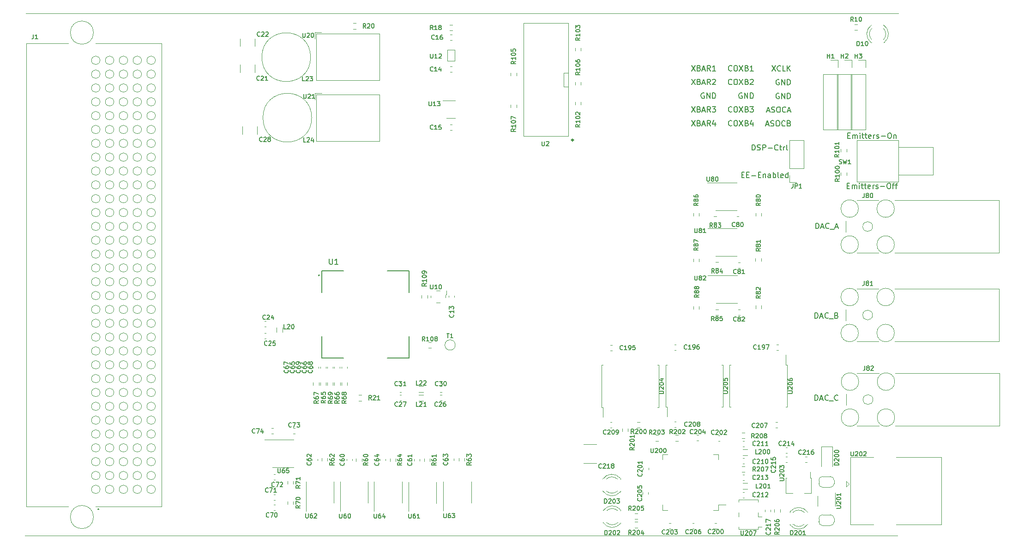
<source format=gto>
G04 #@! TF.GenerationSoftware,KiCad,Pcbnew,(5.1.9)-1*
G04 #@! TF.CreationDate,2022-04-01T17:50:07-04:00*
G04 #@! TF.ProjectId,MC-DSP,4d432d44-5350-42e6-9b69-6361645f7063,rev?*
G04 #@! TF.SameCoordinates,Original*
G04 #@! TF.FileFunction,Legend,Top*
G04 #@! TF.FilePolarity,Positive*
%FSLAX46Y46*%
G04 Gerber Fmt 4.6, Leading zero omitted, Abs format (unit mm)*
G04 Created by KiCad (PCBNEW (5.1.9)-1) date 2022-04-01 17:50:07*
%MOMM*%
%LPD*%
G01*
G04 APERTURE LIST*
%ADD10C,0.150000*%
%ADD11C,0.120000*%
%ADD12C,0.200000*%
%ADD13C,0.127000*%
%ADD14C,0.100000*%
%ADD15C,0.300000*%
G04 APERTURE END LIST*
D10*
X245818571Y-84772380D02*
X245818571Y-83772380D01*
X246056666Y-83772380D01*
X246199523Y-83820000D01*
X246294761Y-83915238D01*
X246342380Y-84010476D01*
X246390000Y-84200952D01*
X246390000Y-84343809D01*
X246342380Y-84534285D01*
X246294761Y-84629523D01*
X246199523Y-84724761D01*
X246056666Y-84772380D01*
X245818571Y-84772380D01*
X246770952Y-84486666D02*
X247247142Y-84486666D01*
X246675714Y-84772380D02*
X247009047Y-83772380D01*
X247342380Y-84772380D01*
X248247142Y-84677142D02*
X248199523Y-84724761D01*
X248056666Y-84772380D01*
X247961428Y-84772380D01*
X247818571Y-84724761D01*
X247723333Y-84629523D01*
X247675714Y-84534285D01*
X247628095Y-84343809D01*
X247628095Y-84200952D01*
X247675714Y-84010476D01*
X247723333Y-83915238D01*
X247818571Y-83820000D01*
X247961428Y-83772380D01*
X248056666Y-83772380D01*
X248199523Y-83820000D01*
X248247142Y-83867619D01*
X248437619Y-84867619D02*
X249199523Y-84867619D01*
X250009047Y-84677142D02*
X249961428Y-84724761D01*
X249818571Y-84772380D01*
X249723333Y-84772380D01*
X249580476Y-84724761D01*
X249485238Y-84629523D01*
X249437619Y-84534285D01*
X249390000Y-84343809D01*
X249390000Y-84200952D01*
X249437619Y-84010476D01*
X249485238Y-83915238D01*
X249580476Y-83820000D01*
X249723333Y-83772380D01*
X249818571Y-83772380D01*
X249961428Y-83820000D01*
X250009047Y-83867619D01*
X245818571Y-69682380D02*
X245818571Y-68682380D01*
X246056666Y-68682380D01*
X246199523Y-68730000D01*
X246294761Y-68825238D01*
X246342380Y-68920476D01*
X246390000Y-69110952D01*
X246390000Y-69253809D01*
X246342380Y-69444285D01*
X246294761Y-69539523D01*
X246199523Y-69634761D01*
X246056666Y-69682380D01*
X245818571Y-69682380D01*
X246770952Y-69396666D02*
X247247142Y-69396666D01*
X246675714Y-69682380D02*
X247009047Y-68682380D01*
X247342380Y-69682380D01*
X248247142Y-69587142D02*
X248199523Y-69634761D01*
X248056666Y-69682380D01*
X247961428Y-69682380D01*
X247818571Y-69634761D01*
X247723333Y-69539523D01*
X247675714Y-69444285D01*
X247628095Y-69253809D01*
X247628095Y-69110952D01*
X247675714Y-68920476D01*
X247723333Y-68825238D01*
X247818571Y-68730000D01*
X247961428Y-68682380D01*
X248056666Y-68682380D01*
X248199523Y-68730000D01*
X248247142Y-68777619D01*
X248437619Y-69777619D02*
X249199523Y-69777619D01*
X249770952Y-69158571D02*
X249913809Y-69206190D01*
X249961428Y-69253809D01*
X250009047Y-69349047D01*
X250009047Y-69491904D01*
X249961428Y-69587142D01*
X249913809Y-69634761D01*
X249818571Y-69682380D01*
X249437619Y-69682380D01*
X249437619Y-68682380D01*
X249770952Y-68682380D01*
X249866190Y-68730000D01*
X249913809Y-68777619D01*
X249961428Y-68872857D01*
X249961428Y-68968095D01*
X249913809Y-69063333D01*
X249866190Y-69110952D01*
X249770952Y-69158571D01*
X249437619Y-69158571D01*
X245961429Y-53232380D02*
X245961429Y-52232380D01*
X246199524Y-52232380D01*
X246342381Y-52280000D01*
X246437619Y-52375238D01*
X246485238Y-52470476D01*
X246532857Y-52660952D01*
X246532857Y-52803809D01*
X246485238Y-52994285D01*
X246437619Y-53089523D01*
X246342381Y-53184761D01*
X246199524Y-53232380D01*
X245961429Y-53232380D01*
X246913809Y-52946666D02*
X247390000Y-52946666D01*
X246818571Y-53232380D02*
X247151905Y-52232380D01*
X247485238Y-53232380D01*
X248390000Y-53137142D02*
X248342381Y-53184761D01*
X248199524Y-53232380D01*
X248104286Y-53232380D01*
X247961429Y-53184761D01*
X247866190Y-53089523D01*
X247818571Y-52994285D01*
X247770952Y-52803809D01*
X247770952Y-52660952D01*
X247818571Y-52470476D01*
X247866190Y-52375238D01*
X247961429Y-52280000D01*
X248104286Y-52232380D01*
X248199524Y-52232380D01*
X248342381Y-52280000D01*
X248390000Y-52327619D01*
X248580476Y-53327619D02*
X249342381Y-53327619D01*
X249532857Y-52946666D02*
X250009048Y-52946666D01*
X249437619Y-53232380D02*
X249770952Y-52232380D01*
X250104286Y-53232380D01*
X251712380Y-45368571D02*
X252045714Y-45368571D01*
X252188571Y-45892380D02*
X251712380Y-45892380D01*
X251712380Y-44892380D01*
X252188571Y-44892380D01*
X252617142Y-45892380D02*
X252617142Y-45225714D01*
X252617142Y-45320952D02*
X252664761Y-45273333D01*
X252760000Y-45225714D01*
X252902857Y-45225714D01*
X252998095Y-45273333D01*
X253045714Y-45368571D01*
X253045714Y-45892380D01*
X253045714Y-45368571D02*
X253093333Y-45273333D01*
X253188571Y-45225714D01*
X253331428Y-45225714D01*
X253426666Y-45273333D01*
X253474285Y-45368571D01*
X253474285Y-45892380D01*
X253950476Y-45892380D02*
X253950476Y-45225714D01*
X253950476Y-44892380D02*
X253902857Y-44940000D01*
X253950476Y-44987619D01*
X253998095Y-44940000D01*
X253950476Y-44892380D01*
X253950476Y-44987619D01*
X254283809Y-45225714D02*
X254664761Y-45225714D01*
X254426666Y-44892380D02*
X254426666Y-45749523D01*
X254474285Y-45844761D01*
X254569523Y-45892380D01*
X254664761Y-45892380D01*
X254855238Y-45225714D02*
X255236190Y-45225714D01*
X254998095Y-44892380D02*
X254998095Y-45749523D01*
X255045714Y-45844761D01*
X255140952Y-45892380D01*
X255236190Y-45892380D01*
X255950476Y-45844761D02*
X255855238Y-45892380D01*
X255664761Y-45892380D01*
X255569523Y-45844761D01*
X255521904Y-45749523D01*
X255521904Y-45368571D01*
X255569523Y-45273333D01*
X255664761Y-45225714D01*
X255855238Y-45225714D01*
X255950476Y-45273333D01*
X255998095Y-45368571D01*
X255998095Y-45463809D01*
X255521904Y-45559047D01*
X256426666Y-45892380D02*
X256426666Y-45225714D01*
X256426666Y-45416190D02*
X256474285Y-45320952D01*
X256521904Y-45273333D01*
X256617142Y-45225714D01*
X256712380Y-45225714D01*
X256998095Y-45844761D02*
X257093333Y-45892380D01*
X257283809Y-45892380D01*
X257379047Y-45844761D01*
X257426666Y-45749523D01*
X257426666Y-45701904D01*
X257379047Y-45606666D01*
X257283809Y-45559047D01*
X257140952Y-45559047D01*
X257045714Y-45511428D01*
X256998095Y-45416190D01*
X256998095Y-45368571D01*
X257045714Y-45273333D01*
X257140952Y-45225714D01*
X257283809Y-45225714D01*
X257379047Y-45273333D01*
X257855238Y-45511428D02*
X258617142Y-45511428D01*
X259283809Y-44892380D02*
X259474285Y-44892380D01*
X259569523Y-44940000D01*
X259664761Y-45035238D01*
X259712380Y-45225714D01*
X259712380Y-45559047D01*
X259664761Y-45749523D01*
X259569523Y-45844761D01*
X259474285Y-45892380D01*
X259283809Y-45892380D01*
X259188571Y-45844761D01*
X259093333Y-45749523D01*
X259045714Y-45559047D01*
X259045714Y-45225714D01*
X259093333Y-45035238D01*
X259188571Y-44940000D01*
X259283809Y-44892380D01*
X259998095Y-45225714D02*
X260379047Y-45225714D01*
X260140952Y-45892380D02*
X260140952Y-45035238D01*
X260188571Y-44940000D01*
X260283809Y-44892380D01*
X260379047Y-44892380D01*
X260569523Y-45225714D02*
X260950476Y-45225714D01*
X260712380Y-45892380D02*
X260712380Y-45035238D01*
X260760000Y-44940000D01*
X260855238Y-44892380D01*
X260950476Y-44892380D01*
X251831428Y-36158571D02*
X252164761Y-36158571D01*
X252307619Y-36682380D02*
X251831428Y-36682380D01*
X251831428Y-35682380D01*
X252307619Y-35682380D01*
X252736190Y-36682380D02*
X252736190Y-36015714D01*
X252736190Y-36110952D02*
X252783809Y-36063333D01*
X252879047Y-36015714D01*
X253021904Y-36015714D01*
X253117142Y-36063333D01*
X253164761Y-36158571D01*
X253164761Y-36682380D01*
X253164761Y-36158571D02*
X253212380Y-36063333D01*
X253307619Y-36015714D01*
X253450476Y-36015714D01*
X253545714Y-36063333D01*
X253593333Y-36158571D01*
X253593333Y-36682380D01*
X254069523Y-36682380D02*
X254069523Y-36015714D01*
X254069523Y-35682380D02*
X254021904Y-35730000D01*
X254069523Y-35777619D01*
X254117142Y-35730000D01*
X254069523Y-35682380D01*
X254069523Y-35777619D01*
X254402857Y-36015714D02*
X254783809Y-36015714D01*
X254545714Y-35682380D02*
X254545714Y-36539523D01*
X254593333Y-36634761D01*
X254688571Y-36682380D01*
X254783809Y-36682380D01*
X254974285Y-36015714D02*
X255355238Y-36015714D01*
X255117142Y-35682380D02*
X255117142Y-36539523D01*
X255164761Y-36634761D01*
X255260000Y-36682380D01*
X255355238Y-36682380D01*
X256069523Y-36634761D02*
X255974285Y-36682380D01*
X255783809Y-36682380D01*
X255688571Y-36634761D01*
X255640952Y-36539523D01*
X255640952Y-36158571D01*
X255688571Y-36063333D01*
X255783809Y-36015714D01*
X255974285Y-36015714D01*
X256069523Y-36063333D01*
X256117142Y-36158571D01*
X256117142Y-36253809D01*
X255640952Y-36349047D01*
X256545714Y-36682380D02*
X256545714Y-36015714D01*
X256545714Y-36206190D02*
X256593333Y-36110952D01*
X256640952Y-36063333D01*
X256736190Y-36015714D01*
X256831428Y-36015714D01*
X257117142Y-36634761D02*
X257212380Y-36682380D01*
X257402857Y-36682380D01*
X257498095Y-36634761D01*
X257545714Y-36539523D01*
X257545714Y-36491904D01*
X257498095Y-36396666D01*
X257402857Y-36349047D01*
X257260000Y-36349047D01*
X257164761Y-36301428D01*
X257117142Y-36206190D01*
X257117142Y-36158571D01*
X257164761Y-36063333D01*
X257260000Y-36015714D01*
X257402857Y-36015714D01*
X257498095Y-36063333D01*
X257974285Y-36301428D02*
X258736190Y-36301428D01*
X259402857Y-35682380D02*
X259593333Y-35682380D01*
X259688571Y-35730000D01*
X259783809Y-35825238D01*
X259831428Y-36015714D01*
X259831428Y-36349047D01*
X259783809Y-36539523D01*
X259688571Y-36634761D01*
X259593333Y-36682380D01*
X259402857Y-36682380D01*
X259307619Y-36634761D01*
X259212380Y-36539523D01*
X259164761Y-36349047D01*
X259164761Y-36015714D01*
X259212380Y-35825238D01*
X259307619Y-35730000D01*
X259402857Y-35682380D01*
X260260000Y-36015714D02*
X260260000Y-36682380D01*
X260260000Y-36110952D02*
X260307619Y-36063333D01*
X260402857Y-36015714D01*
X260545714Y-36015714D01*
X260640952Y-36063333D01*
X260688571Y-36158571D01*
X260688571Y-36682380D01*
X232381904Y-43368571D02*
X232715238Y-43368571D01*
X232858095Y-43892380D02*
X232381904Y-43892380D01*
X232381904Y-42892380D01*
X232858095Y-42892380D01*
X233286666Y-43368571D02*
X233620000Y-43368571D01*
X233762857Y-43892380D02*
X233286666Y-43892380D01*
X233286666Y-42892380D01*
X233762857Y-42892380D01*
X234191428Y-43511428D02*
X234953333Y-43511428D01*
X235429523Y-43368571D02*
X235762857Y-43368571D01*
X235905714Y-43892380D02*
X235429523Y-43892380D01*
X235429523Y-42892380D01*
X235905714Y-42892380D01*
X236334285Y-43225714D02*
X236334285Y-43892380D01*
X236334285Y-43320952D02*
X236381904Y-43273333D01*
X236477142Y-43225714D01*
X236620000Y-43225714D01*
X236715238Y-43273333D01*
X236762857Y-43368571D01*
X236762857Y-43892380D01*
X237667619Y-43892380D02*
X237667619Y-43368571D01*
X237620000Y-43273333D01*
X237524761Y-43225714D01*
X237334285Y-43225714D01*
X237239047Y-43273333D01*
X237667619Y-43844761D02*
X237572380Y-43892380D01*
X237334285Y-43892380D01*
X237239047Y-43844761D01*
X237191428Y-43749523D01*
X237191428Y-43654285D01*
X237239047Y-43559047D01*
X237334285Y-43511428D01*
X237572380Y-43511428D01*
X237667619Y-43463809D01*
X238143809Y-43892380D02*
X238143809Y-42892380D01*
X238143809Y-43273333D02*
X238239047Y-43225714D01*
X238429523Y-43225714D01*
X238524761Y-43273333D01*
X238572380Y-43320952D01*
X238620000Y-43416190D01*
X238620000Y-43701904D01*
X238572380Y-43797142D01*
X238524761Y-43844761D01*
X238429523Y-43892380D01*
X238239047Y-43892380D01*
X238143809Y-43844761D01*
X239191428Y-43892380D02*
X239096190Y-43844761D01*
X239048571Y-43749523D01*
X239048571Y-42892380D01*
X239953333Y-43844761D02*
X239858095Y-43892380D01*
X239667619Y-43892380D01*
X239572380Y-43844761D01*
X239524761Y-43749523D01*
X239524761Y-43368571D01*
X239572380Y-43273333D01*
X239667619Y-43225714D01*
X239858095Y-43225714D01*
X239953333Y-43273333D01*
X240000952Y-43368571D01*
X240000952Y-43463809D01*
X239524761Y-43559047D01*
X240858095Y-43892380D02*
X240858095Y-42892380D01*
X240858095Y-43844761D02*
X240762857Y-43892380D01*
X240572380Y-43892380D01*
X240477142Y-43844761D01*
X240429523Y-43797142D01*
X240381904Y-43701904D01*
X240381904Y-43416190D01*
X240429523Y-43320952D01*
X240477142Y-43273333D01*
X240572380Y-43225714D01*
X240762857Y-43225714D01*
X240858095Y-43273333D01*
X234275714Y-38832380D02*
X234275714Y-37832380D01*
X234513809Y-37832380D01*
X234656666Y-37880000D01*
X234751904Y-37975238D01*
X234799523Y-38070476D01*
X234847142Y-38260952D01*
X234847142Y-38403809D01*
X234799523Y-38594285D01*
X234751904Y-38689523D01*
X234656666Y-38784761D01*
X234513809Y-38832380D01*
X234275714Y-38832380D01*
X235228095Y-38784761D02*
X235370952Y-38832380D01*
X235609047Y-38832380D01*
X235704285Y-38784761D01*
X235751904Y-38737142D01*
X235799523Y-38641904D01*
X235799523Y-38546666D01*
X235751904Y-38451428D01*
X235704285Y-38403809D01*
X235609047Y-38356190D01*
X235418571Y-38308571D01*
X235323333Y-38260952D01*
X235275714Y-38213333D01*
X235228095Y-38118095D01*
X235228095Y-38022857D01*
X235275714Y-37927619D01*
X235323333Y-37880000D01*
X235418571Y-37832380D01*
X235656666Y-37832380D01*
X235799523Y-37880000D01*
X236228095Y-38832380D02*
X236228095Y-37832380D01*
X236609047Y-37832380D01*
X236704285Y-37880000D01*
X236751904Y-37927619D01*
X236799523Y-38022857D01*
X236799523Y-38165714D01*
X236751904Y-38260952D01*
X236704285Y-38308571D01*
X236609047Y-38356190D01*
X236228095Y-38356190D01*
X237228095Y-38451428D02*
X237990000Y-38451428D01*
X239037619Y-38737142D02*
X238990000Y-38784761D01*
X238847142Y-38832380D01*
X238751904Y-38832380D01*
X238609047Y-38784761D01*
X238513809Y-38689523D01*
X238466190Y-38594285D01*
X238418571Y-38403809D01*
X238418571Y-38260952D01*
X238466190Y-38070476D01*
X238513809Y-37975238D01*
X238609047Y-37880000D01*
X238751904Y-37832380D01*
X238847142Y-37832380D01*
X238990000Y-37880000D01*
X239037619Y-37927619D01*
X239323333Y-38165714D02*
X239704285Y-38165714D01*
X239466190Y-37832380D02*
X239466190Y-38689523D01*
X239513809Y-38784761D01*
X239609047Y-38832380D01*
X239704285Y-38832380D01*
X240037619Y-38832380D02*
X240037619Y-38165714D01*
X240037619Y-38356190D02*
X240085238Y-38260952D01*
X240132857Y-38213333D01*
X240228095Y-38165714D01*
X240323333Y-38165714D01*
X240799523Y-38832380D02*
X240704285Y-38784761D01*
X240656666Y-38689523D01*
X240656666Y-37832380D01*
X223161904Y-33382380D02*
X223828571Y-34382380D01*
X223828571Y-33382380D02*
X223161904Y-34382380D01*
X224542857Y-33858571D02*
X224685714Y-33906190D01*
X224733333Y-33953809D01*
X224780952Y-34049047D01*
X224780952Y-34191904D01*
X224733333Y-34287142D01*
X224685714Y-34334761D01*
X224590476Y-34382380D01*
X224209523Y-34382380D01*
X224209523Y-33382380D01*
X224542857Y-33382380D01*
X224638095Y-33430000D01*
X224685714Y-33477619D01*
X224733333Y-33572857D01*
X224733333Y-33668095D01*
X224685714Y-33763333D01*
X224638095Y-33810952D01*
X224542857Y-33858571D01*
X224209523Y-33858571D01*
X225161904Y-34096666D02*
X225638095Y-34096666D01*
X225066666Y-34382380D02*
X225400000Y-33382380D01*
X225733333Y-34382380D01*
X226638095Y-34382380D02*
X226304761Y-33906190D01*
X226066666Y-34382380D02*
X226066666Y-33382380D01*
X226447619Y-33382380D01*
X226542857Y-33430000D01*
X226590476Y-33477619D01*
X226638095Y-33572857D01*
X226638095Y-33715714D01*
X226590476Y-33810952D01*
X226542857Y-33858571D01*
X226447619Y-33906190D01*
X226066666Y-33906190D01*
X227495238Y-33715714D02*
X227495238Y-34382380D01*
X227257142Y-33334761D02*
X227019047Y-34049047D01*
X227638095Y-34049047D01*
X223161904Y-30859880D02*
X223828571Y-31859880D01*
X223828571Y-30859880D02*
X223161904Y-31859880D01*
X224542857Y-31336071D02*
X224685714Y-31383690D01*
X224733333Y-31431309D01*
X224780952Y-31526547D01*
X224780952Y-31669404D01*
X224733333Y-31764642D01*
X224685714Y-31812261D01*
X224590476Y-31859880D01*
X224209523Y-31859880D01*
X224209523Y-30859880D01*
X224542857Y-30859880D01*
X224638095Y-30907500D01*
X224685714Y-30955119D01*
X224733333Y-31050357D01*
X224733333Y-31145595D01*
X224685714Y-31240833D01*
X224638095Y-31288452D01*
X224542857Y-31336071D01*
X224209523Y-31336071D01*
X225161904Y-31574166D02*
X225638095Y-31574166D01*
X225066666Y-31859880D02*
X225400000Y-30859880D01*
X225733333Y-31859880D01*
X226638095Y-31859880D02*
X226304761Y-31383690D01*
X226066666Y-31859880D02*
X226066666Y-30859880D01*
X226447619Y-30859880D01*
X226542857Y-30907500D01*
X226590476Y-30955119D01*
X226638095Y-31050357D01*
X226638095Y-31193214D01*
X226590476Y-31288452D01*
X226542857Y-31336071D01*
X226447619Y-31383690D01*
X226066666Y-31383690D01*
X226971428Y-30859880D02*
X227590476Y-30859880D01*
X227257142Y-31240833D01*
X227400000Y-31240833D01*
X227495238Y-31288452D01*
X227542857Y-31336071D01*
X227590476Y-31431309D01*
X227590476Y-31669404D01*
X227542857Y-31764642D01*
X227495238Y-31812261D01*
X227400000Y-31859880D01*
X227114285Y-31859880D01*
X227019047Y-31812261D01*
X226971428Y-31764642D01*
X223161904Y-25814880D02*
X223828571Y-26814880D01*
X223828571Y-25814880D02*
X223161904Y-26814880D01*
X224542857Y-26291071D02*
X224685714Y-26338690D01*
X224733333Y-26386309D01*
X224780952Y-26481547D01*
X224780952Y-26624404D01*
X224733333Y-26719642D01*
X224685714Y-26767261D01*
X224590476Y-26814880D01*
X224209523Y-26814880D01*
X224209523Y-25814880D01*
X224542857Y-25814880D01*
X224638095Y-25862500D01*
X224685714Y-25910119D01*
X224733333Y-26005357D01*
X224733333Y-26100595D01*
X224685714Y-26195833D01*
X224638095Y-26243452D01*
X224542857Y-26291071D01*
X224209523Y-26291071D01*
X225161904Y-26529166D02*
X225638095Y-26529166D01*
X225066666Y-26814880D02*
X225400000Y-25814880D01*
X225733333Y-26814880D01*
X226638095Y-26814880D02*
X226304761Y-26338690D01*
X226066666Y-26814880D02*
X226066666Y-25814880D01*
X226447619Y-25814880D01*
X226542857Y-25862500D01*
X226590476Y-25910119D01*
X226638095Y-26005357D01*
X226638095Y-26148214D01*
X226590476Y-26243452D01*
X226542857Y-26291071D01*
X226447619Y-26338690D01*
X226066666Y-26338690D01*
X227019047Y-25910119D02*
X227066666Y-25862500D01*
X227161904Y-25814880D01*
X227400000Y-25814880D01*
X227495238Y-25862500D01*
X227542857Y-25910119D01*
X227590476Y-26005357D01*
X227590476Y-26100595D01*
X227542857Y-26243452D01*
X226971428Y-26814880D01*
X227590476Y-26814880D01*
X223161904Y-23292380D02*
X223828571Y-24292380D01*
X223828571Y-23292380D02*
X223161904Y-24292380D01*
X224542857Y-23768571D02*
X224685714Y-23816190D01*
X224733333Y-23863809D01*
X224780952Y-23959047D01*
X224780952Y-24101904D01*
X224733333Y-24197142D01*
X224685714Y-24244761D01*
X224590476Y-24292380D01*
X224209523Y-24292380D01*
X224209523Y-23292380D01*
X224542857Y-23292380D01*
X224638095Y-23340000D01*
X224685714Y-23387619D01*
X224733333Y-23482857D01*
X224733333Y-23578095D01*
X224685714Y-23673333D01*
X224638095Y-23720952D01*
X224542857Y-23768571D01*
X224209523Y-23768571D01*
X225161904Y-24006666D02*
X225638095Y-24006666D01*
X225066666Y-24292380D02*
X225400000Y-23292380D01*
X225733333Y-24292380D01*
X226638095Y-24292380D02*
X226304761Y-23816190D01*
X226066666Y-24292380D02*
X226066666Y-23292380D01*
X226447619Y-23292380D01*
X226542857Y-23340000D01*
X226590476Y-23387619D01*
X226638095Y-23482857D01*
X226638095Y-23625714D01*
X226590476Y-23720952D01*
X226542857Y-23768571D01*
X226447619Y-23816190D01*
X226066666Y-23816190D01*
X227590476Y-24292380D02*
X227019047Y-24292380D01*
X227304761Y-24292380D02*
X227304761Y-23292380D01*
X227209523Y-23435238D01*
X227114285Y-23530476D01*
X227019047Y-23578095D01*
X230563333Y-34287142D02*
X230515714Y-34334761D01*
X230372857Y-34382380D01*
X230277619Y-34382380D01*
X230134761Y-34334761D01*
X230039523Y-34239523D01*
X229991904Y-34144285D01*
X229944285Y-33953809D01*
X229944285Y-33810952D01*
X229991904Y-33620476D01*
X230039523Y-33525238D01*
X230134761Y-33430000D01*
X230277619Y-33382380D01*
X230372857Y-33382380D01*
X230515714Y-33430000D01*
X230563333Y-33477619D01*
X231182380Y-33382380D02*
X231372857Y-33382380D01*
X231468095Y-33430000D01*
X231563333Y-33525238D01*
X231610952Y-33715714D01*
X231610952Y-34049047D01*
X231563333Y-34239523D01*
X231468095Y-34334761D01*
X231372857Y-34382380D01*
X231182380Y-34382380D01*
X231087142Y-34334761D01*
X230991904Y-34239523D01*
X230944285Y-34049047D01*
X230944285Y-33715714D01*
X230991904Y-33525238D01*
X231087142Y-33430000D01*
X231182380Y-33382380D01*
X231944285Y-33382380D02*
X232610952Y-34382380D01*
X232610952Y-33382380D02*
X231944285Y-34382380D01*
X233325238Y-33858571D02*
X233468095Y-33906190D01*
X233515714Y-33953809D01*
X233563333Y-34049047D01*
X233563333Y-34191904D01*
X233515714Y-34287142D01*
X233468095Y-34334761D01*
X233372857Y-34382380D01*
X232991904Y-34382380D01*
X232991904Y-33382380D01*
X233325238Y-33382380D01*
X233420476Y-33430000D01*
X233468095Y-33477619D01*
X233515714Y-33572857D01*
X233515714Y-33668095D01*
X233468095Y-33763333D01*
X233420476Y-33810952D01*
X233325238Y-33858571D01*
X232991904Y-33858571D01*
X234420476Y-33715714D02*
X234420476Y-34382380D01*
X234182380Y-33334761D02*
X233944285Y-34049047D01*
X234563333Y-34049047D01*
X230563333Y-24197142D02*
X230515714Y-24244761D01*
X230372857Y-24292380D01*
X230277619Y-24292380D01*
X230134761Y-24244761D01*
X230039523Y-24149523D01*
X229991904Y-24054285D01*
X229944285Y-23863809D01*
X229944285Y-23720952D01*
X229991904Y-23530476D01*
X230039523Y-23435238D01*
X230134761Y-23340000D01*
X230277619Y-23292380D01*
X230372857Y-23292380D01*
X230515714Y-23340000D01*
X230563333Y-23387619D01*
X231182380Y-23292380D02*
X231372857Y-23292380D01*
X231468095Y-23340000D01*
X231563333Y-23435238D01*
X231610952Y-23625714D01*
X231610952Y-23959047D01*
X231563333Y-24149523D01*
X231468095Y-24244761D01*
X231372857Y-24292380D01*
X231182380Y-24292380D01*
X231087142Y-24244761D01*
X230991904Y-24149523D01*
X230944285Y-23959047D01*
X230944285Y-23625714D01*
X230991904Y-23435238D01*
X231087142Y-23340000D01*
X231182380Y-23292380D01*
X231944285Y-23292380D02*
X232610952Y-24292380D01*
X232610952Y-23292380D02*
X231944285Y-24292380D01*
X233325238Y-23768571D02*
X233468095Y-23816190D01*
X233515714Y-23863809D01*
X233563333Y-23959047D01*
X233563333Y-24101904D01*
X233515714Y-24197142D01*
X233468095Y-24244761D01*
X233372857Y-24292380D01*
X232991904Y-24292380D01*
X232991904Y-23292380D01*
X233325238Y-23292380D01*
X233420476Y-23340000D01*
X233468095Y-23387619D01*
X233515714Y-23482857D01*
X233515714Y-23578095D01*
X233468095Y-23673333D01*
X233420476Y-23720952D01*
X233325238Y-23768571D01*
X232991904Y-23768571D01*
X234515714Y-24292380D02*
X233944285Y-24292380D01*
X234230000Y-24292380D02*
X234230000Y-23292380D01*
X234134761Y-23435238D01*
X234039523Y-23530476D01*
X233944285Y-23578095D01*
X230563333Y-26719642D02*
X230515714Y-26767261D01*
X230372857Y-26814880D01*
X230277619Y-26814880D01*
X230134761Y-26767261D01*
X230039523Y-26672023D01*
X229991904Y-26576785D01*
X229944285Y-26386309D01*
X229944285Y-26243452D01*
X229991904Y-26052976D01*
X230039523Y-25957738D01*
X230134761Y-25862500D01*
X230277619Y-25814880D01*
X230372857Y-25814880D01*
X230515714Y-25862500D01*
X230563333Y-25910119D01*
X231182380Y-25814880D02*
X231372857Y-25814880D01*
X231468095Y-25862500D01*
X231563333Y-25957738D01*
X231610952Y-26148214D01*
X231610952Y-26481547D01*
X231563333Y-26672023D01*
X231468095Y-26767261D01*
X231372857Y-26814880D01*
X231182380Y-26814880D01*
X231087142Y-26767261D01*
X230991904Y-26672023D01*
X230944285Y-26481547D01*
X230944285Y-26148214D01*
X230991904Y-25957738D01*
X231087142Y-25862500D01*
X231182380Y-25814880D01*
X231944285Y-25814880D02*
X232610952Y-26814880D01*
X232610952Y-25814880D02*
X231944285Y-26814880D01*
X233325238Y-26291071D02*
X233468095Y-26338690D01*
X233515714Y-26386309D01*
X233563333Y-26481547D01*
X233563333Y-26624404D01*
X233515714Y-26719642D01*
X233468095Y-26767261D01*
X233372857Y-26814880D01*
X232991904Y-26814880D01*
X232991904Y-25814880D01*
X233325238Y-25814880D01*
X233420476Y-25862500D01*
X233468095Y-25910119D01*
X233515714Y-26005357D01*
X233515714Y-26100595D01*
X233468095Y-26195833D01*
X233420476Y-26243452D01*
X233325238Y-26291071D01*
X232991904Y-26291071D01*
X233944285Y-25910119D02*
X233991904Y-25862500D01*
X234087142Y-25814880D01*
X234325238Y-25814880D01*
X234420476Y-25862500D01*
X234468095Y-25910119D01*
X234515714Y-26005357D01*
X234515714Y-26100595D01*
X234468095Y-26243452D01*
X233896666Y-26814880D01*
X234515714Y-26814880D01*
X230563333Y-31764642D02*
X230515714Y-31812261D01*
X230372857Y-31859880D01*
X230277619Y-31859880D01*
X230134761Y-31812261D01*
X230039523Y-31717023D01*
X229991904Y-31621785D01*
X229944285Y-31431309D01*
X229944285Y-31288452D01*
X229991904Y-31097976D01*
X230039523Y-31002738D01*
X230134761Y-30907500D01*
X230277619Y-30859880D01*
X230372857Y-30859880D01*
X230515714Y-30907500D01*
X230563333Y-30955119D01*
X231182380Y-30859880D02*
X231372857Y-30859880D01*
X231468095Y-30907500D01*
X231563333Y-31002738D01*
X231610952Y-31193214D01*
X231610952Y-31526547D01*
X231563333Y-31717023D01*
X231468095Y-31812261D01*
X231372857Y-31859880D01*
X231182380Y-31859880D01*
X231087142Y-31812261D01*
X230991904Y-31717023D01*
X230944285Y-31526547D01*
X230944285Y-31193214D01*
X230991904Y-31002738D01*
X231087142Y-30907500D01*
X231182380Y-30859880D01*
X231944285Y-30859880D02*
X232610952Y-31859880D01*
X232610952Y-30859880D02*
X231944285Y-31859880D01*
X233325238Y-31336071D02*
X233468095Y-31383690D01*
X233515714Y-31431309D01*
X233563333Y-31526547D01*
X233563333Y-31669404D01*
X233515714Y-31764642D01*
X233468095Y-31812261D01*
X233372857Y-31859880D01*
X232991904Y-31859880D01*
X232991904Y-30859880D01*
X233325238Y-30859880D01*
X233420476Y-30907500D01*
X233468095Y-30955119D01*
X233515714Y-31050357D01*
X233515714Y-31145595D01*
X233468095Y-31240833D01*
X233420476Y-31288452D01*
X233325238Y-31336071D01*
X232991904Y-31336071D01*
X233896666Y-30859880D02*
X234515714Y-30859880D01*
X234182380Y-31240833D01*
X234325238Y-31240833D01*
X234420476Y-31288452D01*
X234468095Y-31336071D01*
X234515714Y-31431309D01*
X234515714Y-31669404D01*
X234468095Y-31764642D01*
X234420476Y-31812261D01*
X234325238Y-31859880D01*
X234039523Y-31859880D01*
X233944285Y-31812261D01*
X233896666Y-31764642D01*
X236844285Y-34136666D02*
X237320476Y-34136666D01*
X236749047Y-34422380D02*
X237082381Y-33422380D01*
X237415714Y-34422380D01*
X237701428Y-34374761D02*
X237844285Y-34422380D01*
X238082381Y-34422380D01*
X238177619Y-34374761D01*
X238225238Y-34327142D01*
X238272857Y-34231904D01*
X238272857Y-34136666D01*
X238225238Y-34041428D01*
X238177619Y-33993809D01*
X238082381Y-33946190D01*
X237891904Y-33898571D01*
X237796666Y-33850952D01*
X237749047Y-33803333D01*
X237701428Y-33708095D01*
X237701428Y-33612857D01*
X237749047Y-33517619D01*
X237796666Y-33470000D01*
X237891904Y-33422380D01*
X238130000Y-33422380D01*
X238272857Y-33470000D01*
X238891904Y-33422380D02*
X239082381Y-33422380D01*
X239177619Y-33470000D01*
X239272857Y-33565238D01*
X239320476Y-33755714D01*
X239320476Y-34089047D01*
X239272857Y-34279523D01*
X239177619Y-34374761D01*
X239082381Y-34422380D01*
X238891904Y-34422380D01*
X238796666Y-34374761D01*
X238701428Y-34279523D01*
X238653809Y-34089047D01*
X238653809Y-33755714D01*
X238701428Y-33565238D01*
X238796666Y-33470000D01*
X238891904Y-33422380D01*
X240320476Y-34327142D02*
X240272857Y-34374761D01*
X240130000Y-34422380D01*
X240034761Y-34422380D01*
X239891904Y-34374761D01*
X239796666Y-34279523D01*
X239749047Y-34184285D01*
X239701428Y-33993809D01*
X239701428Y-33850952D01*
X239749047Y-33660476D01*
X239796666Y-33565238D01*
X239891904Y-33470000D01*
X240034761Y-33422380D01*
X240130000Y-33422380D01*
X240272857Y-33470000D01*
X240320476Y-33517619D01*
X241082381Y-33898571D02*
X241225238Y-33946190D01*
X241272857Y-33993809D01*
X241320476Y-34089047D01*
X241320476Y-34231904D01*
X241272857Y-34327142D01*
X241225238Y-34374761D01*
X241130000Y-34422380D01*
X240749047Y-34422380D01*
X240749047Y-33422380D01*
X241082381Y-33422380D01*
X241177619Y-33470000D01*
X241225238Y-33517619D01*
X241272857Y-33612857D01*
X241272857Y-33708095D01*
X241225238Y-33803333D01*
X241177619Y-33850952D01*
X241082381Y-33898571D01*
X240749047Y-33898571D01*
X236987143Y-31614166D02*
X237463333Y-31614166D01*
X236891905Y-31899880D02*
X237225238Y-30899880D01*
X237558571Y-31899880D01*
X237844286Y-31852261D02*
X237987143Y-31899880D01*
X238225238Y-31899880D01*
X238320476Y-31852261D01*
X238368095Y-31804642D01*
X238415714Y-31709404D01*
X238415714Y-31614166D01*
X238368095Y-31518928D01*
X238320476Y-31471309D01*
X238225238Y-31423690D01*
X238034762Y-31376071D01*
X237939524Y-31328452D01*
X237891905Y-31280833D01*
X237844286Y-31185595D01*
X237844286Y-31090357D01*
X237891905Y-30995119D01*
X237939524Y-30947500D01*
X238034762Y-30899880D01*
X238272857Y-30899880D01*
X238415714Y-30947500D01*
X239034762Y-30899880D02*
X239225238Y-30899880D01*
X239320476Y-30947500D01*
X239415714Y-31042738D01*
X239463333Y-31233214D01*
X239463333Y-31566547D01*
X239415714Y-31757023D01*
X239320476Y-31852261D01*
X239225238Y-31899880D01*
X239034762Y-31899880D01*
X238939524Y-31852261D01*
X238844286Y-31757023D01*
X238796667Y-31566547D01*
X238796667Y-31233214D01*
X238844286Y-31042738D01*
X238939524Y-30947500D01*
X239034762Y-30899880D01*
X240463333Y-31804642D02*
X240415714Y-31852261D01*
X240272857Y-31899880D01*
X240177619Y-31899880D01*
X240034762Y-31852261D01*
X239939524Y-31757023D01*
X239891905Y-31661785D01*
X239844286Y-31471309D01*
X239844286Y-31328452D01*
X239891905Y-31137976D01*
X239939524Y-31042738D01*
X240034762Y-30947500D01*
X240177619Y-30899880D01*
X240272857Y-30899880D01*
X240415714Y-30947500D01*
X240463333Y-30995119D01*
X240844286Y-31614166D02*
X241320476Y-31614166D01*
X240749048Y-31899880D02*
X241082381Y-30899880D01*
X241415714Y-31899880D01*
X225495238Y-28385000D02*
X225400000Y-28337380D01*
X225257143Y-28337380D01*
X225114285Y-28385000D01*
X225019047Y-28480238D01*
X224971428Y-28575476D01*
X224923809Y-28765952D01*
X224923809Y-28908809D01*
X224971428Y-29099285D01*
X225019047Y-29194523D01*
X225114285Y-29289761D01*
X225257143Y-29337380D01*
X225352381Y-29337380D01*
X225495238Y-29289761D01*
X225542857Y-29242142D01*
X225542857Y-28908809D01*
X225352381Y-28908809D01*
X225971428Y-29337380D02*
X225971428Y-28337380D01*
X226542857Y-29337380D01*
X226542857Y-28337380D01*
X227019047Y-29337380D02*
X227019047Y-28337380D01*
X227257143Y-28337380D01*
X227400000Y-28385000D01*
X227495238Y-28480238D01*
X227542857Y-28575476D01*
X227590476Y-28765952D01*
X227590476Y-28908809D01*
X227542857Y-29099285D01*
X227495238Y-29194523D01*
X227400000Y-29289761D01*
X227257143Y-29337380D01*
X227019047Y-29337380D01*
X232420476Y-28385000D02*
X232325238Y-28337380D01*
X232182381Y-28337380D01*
X232039523Y-28385000D01*
X231944285Y-28480238D01*
X231896666Y-28575476D01*
X231849047Y-28765952D01*
X231849047Y-28908809D01*
X231896666Y-29099285D01*
X231944285Y-29194523D01*
X232039523Y-29289761D01*
X232182381Y-29337380D01*
X232277619Y-29337380D01*
X232420476Y-29289761D01*
X232468095Y-29242142D01*
X232468095Y-28908809D01*
X232277619Y-28908809D01*
X232896666Y-29337380D02*
X232896666Y-28337380D01*
X233468095Y-29337380D01*
X233468095Y-28337380D01*
X233944285Y-29337380D02*
X233944285Y-28337380D01*
X234182381Y-28337380D01*
X234325238Y-28385000D01*
X234420476Y-28480238D01*
X234468095Y-28575476D01*
X234515714Y-28765952D01*
X234515714Y-28908809D01*
X234468095Y-29099285D01*
X234420476Y-29194523D01*
X234325238Y-29289761D01*
X234182381Y-29337380D01*
X233944285Y-29337380D01*
X239225238Y-28425000D02*
X239130000Y-28377380D01*
X238987143Y-28377380D01*
X238844285Y-28425000D01*
X238749047Y-28520238D01*
X238701428Y-28615476D01*
X238653809Y-28805952D01*
X238653809Y-28948809D01*
X238701428Y-29139285D01*
X238749047Y-29234523D01*
X238844285Y-29329761D01*
X238987143Y-29377380D01*
X239082381Y-29377380D01*
X239225238Y-29329761D01*
X239272857Y-29282142D01*
X239272857Y-28948809D01*
X239082381Y-28948809D01*
X239701428Y-29377380D02*
X239701428Y-28377380D01*
X240272857Y-29377380D01*
X240272857Y-28377380D01*
X240749047Y-29377380D02*
X240749047Y-28377380D01*
X240987143Y-28377380D01*
X241130000Y-28425000D01*
X241225238Y-28520238D01*
X241272857Y-28615476D01*
X241320476Y-28805952D01*
X241320476Y-28948809D01*
X241272857Y-29139285D01*
X241225238Y-29234523D01*
X241130000Y-29329761D01*
X240987143Y-29377380D01*
X240749047Y-29377380D01*
X239225238Y-25902500D02*
X239130000Y-25854880D01*
X238987143Y-25854880D01*
X238844285Y-25902500D01*
X238749047Y-25997738D01*
X238701428Y-26092976D01*
X238653809Y-26283452D01*
X238653809Y-26426309D01*
X238701428Y-26616785D01*
X238749047Y-26712023D01*
X238844285Y-26807261D01*
X238987143Y-26854880D01*
X239082381Y-26854880D01*
X239225238Y-26807261D01*
X239272857Y-26759642D01*
X239272857Y-26426309D01*
X239082381Y-26426309D01*
X239701428Y-26854880D02*
X239701428Y-25854880D01*
X240272857Y-26854880D01*
X240272857Y-25854880D01*
X240749047Y-26854880D02*
X240749047Y-25854880D01*
X240987143Y-25854880D01*
X241130000Y-25902500D01*
X241225238Y-25997738D01*
X241272857Y-26092976D01*
X241320476Y-26283452D01*
X241320476Y-26426309D01*
X241272857Y-26616785D01*
X241225238Y-26712023D01*
X241130000Y-26807261D01*
X240987143Y-26854880D01*
X240749047Y-26854880D01*
X237891904Y-23332380D02*
X238558571Y-24332380D01*
X238558571Y-23332380D02*
X237891904Y-24332380D01*
X239510952Y-24237142D02*
X239463333Y-24284761D01*
X239320476Y-24332380D01*
X239225238Y-24332380D01*
X239082380Y-24284761D01*
X238987142Y-24189523D01*
X238939523Y-24094285D01*
X238891904Y-23903809D01*
X238891904Y-23760952D01*
X238939523Y-23570476D01*
X238987142Y-23475238D01*
X239082380Y-23380000D01*
X239225238Y-23332380D01*
X239320476Y-23332380D01*
X239463333Y-23380000D01*
X239510952Y-23427619D01*
X240415714Y-24332380D02*
X239939523Y-24332380D01*
X239939523Y-23332380D01*
X240749047Y-24332380D02*
X240749047Y-23332380D01*
X241320476Y-24332380D02*
X240891904Y-23760952D01*
X241320476Y-23332380D02*
X240749047Y-23903809D01*
D11*
X261112000Y-13766800D02*
X101092000Y-13716000D01*
X260912000Y-109577200D02*
X100892000Y-109577200D01*
D12*
X154950000Y-61800000D02*
G75*
G03*
X154950000Y-61800000I-100000J0D01*
G01*
D13*
X171400000Y-77000000D02*
X167425000Y-77000000D01*
X171400000Y-77000000D02*
X171400000Y-73025000D01*
X155400000Y-77000000D02*
X159375000Y-77000000D01*
X155400000Y-77000000D02*
X155400000Y-73025000D01*
X155400000Y-61000000D02*
X159375000Y-61000000D01*
X155400000Y-61000000D02*
X155400000Y-64975000D01*
X171400000Y-61000000D02*
X167425000Y-61000000D01*
X171400000Y-61000000D02*
X171400000Y-64975000D01*
D11*
X155077500Y-81445276D02*
X155077500Y-81954724D01*
X156122500Y-81445276D02*
X156122500Y-81954724D01*
X162145276Y-84822500D02*
X162654724Y-84822500D01*
X162145276Y-83777500D02*
X162654724Y-83777500D01*
X173189758Y-83260000D02*
X174010242Y-83260000D01*
X173189758Y-82140000D02*
X174010242Y-82140000D01*
X173189758Y-84860000D02*
X174010242Y-84860000D01*
X173189758Y-83740000D02*
X174010242Y-83740000D01*
X148210000Y-72210242D02*
X148210000Y-71389758D01*
X147090000Y-72210242D02*
X147090000Y-71389758D01*
X169946267Y-82190000D02*
X169653733Y-82190000D01*
X169946267Y-83210000D02*
X169653733Y-83210000D01*
X177346267Y-82190000D02*
X177053733Y-82190000D01*
X177346267Y-83210000D02*
X177053733Y-83210000D01*
X169946267Y-83790000D02*
X169653733Y-83790000D01*
X169946267Y-84810000D02*
X169653733Y-84810000D01*
X177346267Y-83790000D02*
X177053733Y-83790000D01*
X177346267Y-84810000D02*
X177053733Y-84810000D01*
X145146267Y-72440000D02*
X144853733Y-72440000D01*
X145146267Y-73460000D02*
X144853733Y-73460000D01*
X144853733Y-71260000D02*
X145146267Y-71260000D01*
X144853733Y-70240000D02*
X145146267Y-70240000D01*
X205711252Y-96260000D02*
X203388748Y-96260000D01*
X205711252Y-92840000D02*
X203388748Y-92840000D01*
D14*
X125979000Y-104222000D02*
X113919000Y-104222000D01*
X125979000Y-19222000D02*
X125979000Y-104222000D01*
X113919000Y-19222000D02*
X125979000Y-19222000D01*
X101179000Y-104222000D02*
X108879000Y-104222000D01*
X101179000Y-19222000D02*
X101179000Y-104222000D01*
X108879000Y-19222000D02*
X101179000Y-19222000D01*
D12*
X114279000Y-104722000D02*
X114279000Y-104722000D01*
X114479000Y-104722000D02*
X114479000Y-104722000D01*
X114479000Y-104722000D02*
G75*
G02*
X114279000Y-104722000I-100000J0D01*
G01*
X114279000Y-104722000D02*
G75*
G02*
X114479000Y-104722000I100000J0D01*
G01*
D11*
X228081600Y-103946000D02*
X229421600Y-103946000D01*
X228081600Y-104896000D02*
X228081600Y-103946000D01*
X227131600Y-104896000D02*
X228081600Y-104896000D01*
X217861600Y-104896000D02*
X217861600Y-103946000D01*
X218811600Y-104896000D02*
X217861600Y-104896000D01*
X228081600Y-94676000D02*
X228081600Y-95626000D01*
X227131600Y-94676000D02*
X228081600Y-94676000D01*
X217861600Y-94676000D02*
X217861600Y-95626000D01*
X218811600Y-94676000D02*
X217861600Y-94676000D01*
X252416000Y-24892000D02*
X255076000Y-24892000D01*
X252416000Y-24892000D02*
X252416000Y-35112000D01*
X252416000Y-35112000D02*
X255076000Y-35112000D01*
X255076000Y-24892000D02*
X255076000Y-35112000D01*
X255076000Y-22292000D02*
X255076000Y-23622000D01*
X253746000Y-22292000D02*
X255076000Y-22292000D01*
X249876000Y-24892000D02*
X252536000Y-24892000D01*
X249876000Y-24892000D02*
X249876000Y-35112000D01*
X249876000Y-35112000D02*
X252536000Y-35112000D01*
X252536000Y-24892000D02*
X252536000Y-35112000D01*
X252536000Y-22292000D02*
X252536000Y-23622000D01*
X251206000Y-22292000D02*
X252536000Y-22292000D01*
X247336000Y-24892000D02*
X249996000Y-24892000D01*
X247336000Y-24892000D02*
X247336000Y-35112000D01*
X247336000Y-35112000D02*
X249996000Y-35112000D01*
X249996000Y-24892000D02*
X249996000Y-35112000D01*
X249996000Y-22292000D02*
X249996000Y-23622000D01*
X248666000Y-22292000D02*
X249996000Y-22292000D01*
X140790000Y-35892252D02*
X140790000Y-34469748D01*
X143510000Y-35892252D02*
X143510000Y-34469748D01*
X143110000Y-18369748D02*
X143110000Y-19792252D01*
X140390000Y-18369748D02*
X140390000Y-19792252D01*
X140390000Y-24592252D02*
X140390000Y-23169748D01*
X143110000Y-24592252D02*
X143110000Y-23169748D01*
X235400000Y-106070000D02*
X236100000Y-106070000D01*
X235400000Y-105330000D02*
X235400000Y-106070000D01*
X231800000Y-108400000D02*
X231800000Y-108010000D01*
X235400000Y-108400000D02*
X231800000Y-108400000D01*
X235400000Y-108010000D02*
X235400000Y-108400000D01*
X236100000Y-108010000D02*
X235400000Y-108010000D01*
X231800000Y-106070000D02*
X231800000Y-105330000D01*
X235400000Y-103000000D02*
X235400000Y-103390000D01*
X231800000Y-103000000D02*
X235400000Y-103000000D01*
X231800000Y-103390000D02*
X231800000Y-103000000D01*
X178690000Y-65553733D02*
X178690000Y-65846267D01*
X179710000Y-65553733D02*
X179710000Y-65846267D01*
X178260000Y-65320000D02*
X178260000Y-64630000D01*
X176380000Y-64590000D02*
X177020000Y-64590000D01*
X176380000Y-66810000D02*
X177020000Y-66810000D01*
X178060000Y-65540000D02*
X178060000Y-65870000D01*
X175340000Y-65530000D02*
X175340000Y-65870000D01*
X178260000Y-65320000D02*
G75*
G02*
X178060000Y-65540000I-320000J90000D01*
G01*
X253086776Y-16778500D02*
X253596224Y-16778500D01*
X253086776Y-15733500D02*
X253596224Y-15733500D01*
X258382000Y-19086000D02*
X258538000Y-19086000D01*
X256066000Y-19086000D02*
X256222000Y-19086000D01*
X258381837Y-16484870D02*
G75*
G02*
X258382000Y-18566961I-1079837J-1041130D01*
G01*
X256222163Y-16484870D02*
G75*
G03*
X256222000Y-18566961I1079837J-1041130D01*
G01*
X258380608Y-15853665D02*
G75*
G02*
X258537516Y-19086000I-1078608J-1672335D01*
G01*
X256223392Y-15853665D02*
G75*
G03*
X256066484Y-19086000I1078608J-1672335D01*
G01*
D14*
X260478000Y-48065500D02*
X279578000Y-48065500D01*
X279578000Y-48065500D02*
X279578000Y-57665500D01*
X279578000Y-57665500D02*
X260478000Y-57665500D01*
X251478000Y-51865500D02*
X251478000Y-53865500D01*
X253478000Y-48065500D02*
X257478000Y-48065500D01*
X253478000Y-57665500D02*
X257478000Y-57665500D01*
X260541500Y-79815500D02*
X279641500Y-79815500D01*
X279641500Y-79815500D02*
X279641500Y-89415500D01*
X279641500Y-89415500D02*
X260541500Y-89415500D01*
X251541500Y-83615500D02*
X251541500Y-85615500D01*
X253541500Y-79815500D02*
X257541500Y-79815500D01*
X253541500Y-89415500D02*
X257541500Y-89415500D01*
X260478000Y-64296000D02*
X279578000Y-64296000D01*
X279578000Y-64296000D02*
X279578000Y-73896000D01*
X279578000Y-73896000D02*
X260478000Y-73896000D01*
X251478000Y-68096000D02*
X251478000Y-70096000D01*
X253478000Y-64296000D02*
X257478000Y-64296000D01*
X253478000Y-73896000D02*
X257478000Y-73896000D01*
D11*
X237710000Y-105146267D02*
X237710000Y-104853733D01*
X236690000Y-105146267D02*
X236690000Y-104853733D01*
X244053733Y-96110000D02*
X244346267Y-96110000D01*
X244053733Y-95090000D02*
X244346267Y-95090000D01*
X240746267Y-95090000D02*
X240453733Y-95090000D01*
X240746267Y-96110000D02*
X240453733Y-96110000D01*
X240746267Y-93390000D02*
X240453733Y-93390000D01*
X240746267Y-94410000D02*
X240453733Y-94410000D01*
X232553733Y-99410000D02*
X232846267Y-99410000D01*
X232553733Y-98390000D02*
X232846267Y-98390000D01*
X232553733Y-102610000D02*
X232846267Y-102610000D01*
X232553733Y-101590000D02*
X232846267Y-101590000D01*
X232553733Y-93210000D02*
X232846267Y-93210000D01*
X232553733Y-92190000D02*
X232846267Y-92190000D01*
X232553733Y-96410000D02*
X232846267Y-96410000D01*
X232553733Y-95390000D02*
X232846267Y-95390000D01*
X208253733Y-89810000D02*
X208546267Y-89810000D01*
X208253733Y-88790000D02*
X208546267Y-88790000D01*
X220053733Y-89664000D02*
X220346267Y-89664000D01*
X220053733Y-88644000D02*
X220346267Y-88644000D01*
X238906267Y-88771000D02*
X238613733Y-88771000D01*
X238906267Y-89791000D02*
X238613733Y-89791000D01*
X223341233Y-108310000D02*
X223633767Y-108310000D01*
X223341233Y-107290000D02*
X223633767Y-107290000D01*
X214240000Y-101653733D02*
X214240000Y-101946267D01*
X215260000Y-101653733D02*
X215260000Y-101946267D01*
X224446267Y-91140000D02*
X224153733Y-91140000D01*
X224446267Y-92160000D02*
X224153733Y-92160000D01*
X219053733Y-108310000D02*
X219346267Y-108310000D01*
X219053733Y-107290000D02*
X219346267Y-107290000D01*
X228072733Y-92204000D02*
X228365267Y-92204000D01*
X228072733Y-91184000D02*
X228365267Y-91184000D01*
X215310000Y-97446267D02*
X215310000Y-97153733D01*
X214290000Y-97446267D02*
X214290000Y-97153733D01*
X227453733Y-108310000D02*
X227746267Y-108310000D01*
X227453733Y-107290000D02*
X227746267Y-107290000D01*
X239096267Y-74490000D02*
X238803733Y-74490000D01*
X239096267Y-75510000D02*
X238803733Y-75510000D01*
X220053733Y-75510000D02*
X220346267Y-75510000D01*
X220053733Y-74490000D02*
X220346267Y-74490000D01*
X208303733Y-75610000D02*
X208596267Y-75610000D01*
X208303733Y-74590000D02*
X208596267Y-74590000D01*
X232048267Y-68070000D02*
X231755733Y-68070000D01*
X232048267Y-69090000D02*
X231755733Y-69090000D01*
X232048267Y-59420000D02*
X231755733Y-59420000D01*
X232048267Y-60440000D02*
X231755733Y-60440000D01*
X231794267Y-51020000D02*
X231501733Y-51020000D01*
X231794267Y-52040000D02*
X231501733Y-52040000D01*
X146446267Y-89890000D02*
X146153733Y-89890000D01*
X146446267Y-90910000D02*
X146153733Y-90910000D01*
X150446267Y-89890000D02*
X150153733Y-89890000D01*
X150446267Y-90910000D02*
X150153733Y-90910000D01*
X146544533Y-99348000D02*
X146837067Y-99348000D01*
X146544533Y-98328000D02*
X146837067Y-98328000D01*
X146544533Y-103031000D02*
X146837067Y-103031000D01*
X146544533Y-102011000D02*
X146837067Y-102011000D01*
X146544533Y-104936000D02*
X146837067Y-104936000D01*
X146544533Y-103916000D02*
X146837067Y-103916000D01*
X156390000Y-78553733D02*
X156390000Y-78846267D01*
X157410000Y-78553733D02*
X157410000Y-78846267D01*
X158990000Y-78553733D02*
X158990000Y-78846267D01*
X160010000Y-78553733D02*
X160010000Y-78846267D01*
X153790000Y-78553733D02*
X153790000Y-78846267D01*
X154810000Y-78553733D02*
X154810000Y-78846267D01*
X157690000Y-78553733D02*
X157690000Y-78846267D01*
X158710000Y-78553733D02*
X158710000Y-78846267D01*
X155090000Y-78553733D02*
X155090000Y-78846267D01*
X156110000Y-78553733D02*
X156110000Y-78846267D01*
X166010000Y-95520933D02*
X166010000Y-95813467D01*
X167030000Y-95520933D02*
X167030000Y-95813467D01*
X178608000Y-95470933D02*
X178608000Y-95763467D01*
X179628000Y-95470933D02*
X179628000Y-95763467D01*
X153585000Y-95495933D02*
X153585000Y-95788467D01*
X154605000Y-95495933D02*
X154605000Y-95788467D01*
X172283000Y-95545933D02*
X172283000Y-95838467D01*
X173303000Y-95545933D02*
X173303000Y-95838467D01*
X159914000Y-95520933D02*
X159914000Y-95813467D01*
X160934000Y-95520933D02*
X160934000Y-95813467D01*
X179216267Y-17651000D02*
X178923733Y-17651000D01*
X179216267Y-18671000D02*
X178923733Y-18671000D01*
X178923733Y-35181000D02*
X179216267Y-35181000D01*
X178923733Y-34161000D02*
X179216267Y-34161000D01*
X178923733Y-24513000D02*
X179216267Y-24513000D01*
X178923733Y-23493000D02*
X179216267Y-23493000D01*
X154084600Y-17196400D02*
X155324600Y-17196400D01*
X154084600Y-18436400D02*
X154084600Y-17196400D01*
X165944600Y-17436400D02*
X165944600Y-26056400D01*
X154324600Y-17436400D02*
X154324600Y-26056400D01*
X154324600Y-26056400D02*
X165944600Y-26056400D01*
X154324600Y-17436400D02*
X165944600Y-17436400D01*
X240437800Y-78234400D02*
X240437800Y-76419400D01*
X240692800Y-78234400D02*
X240437800Y-78234400D01*
X240692800Y-82094400D02*
X240692800Y-78234400D01*
X240692800Y-85954400D02*
X240437800Y-85954400D01*
X240692800Y-82094400D02*
X240692800Y-85954400D01*
X230172800Y-78234400D02*
X230427800Y-78234400D01*
X230172800Y-82094400D02*
X230172800Y-78234400D01*
X230172800Y-85954400D02*
X230427800Y-85954400D01*
X230172800Y-82094400D02*
X230172800Y-85954400D01*
X218711300Y-85960400D02*
X218711300Y-87775400D01*
X218456300Y-85960400D02*
X218711300Y-85960400D01*
X218456300Y-82100400D02*
X218456300Y-85960400D01*
X218456300Y-78240400D02*
X218711300Y-78240400D01*
X218456300Y-82100400D02*
X218456300Y-78240400D01*
X228976300Y-85960400D02*
X228721300Y-85960400D01*
X228976300Y-82100400D02*
X228976300Y-85960400D01*
X228976300Y-78240400D02*
X228721300Y-78240400D01*
X228976300Y-82100400D02*
X228976300Y-78240400D01*
X206934400Y-86003600D02*
X206934400Y-87818600D01*
X206679400Y-86003600D02*
X206934400Y-86003600D01*
X206679400Y-82143600D02*
X206679400Y-86003600D01*
X206679400Y-78283600D02*
X206934400Y-78283600D01*
X206679400Y-82143600D02*
X206679400Y-78283600D01*
X217199400Y-86003600D02*
X216944400Y-86003600D01*
X217199400Y-82143600D02*
X217199400Y-86003600D01*
X217199400Y-78283600D02*
X216944400Y-78283600D01*
X217199400Y-82143600D02*
X217199400Y-78283600D01*
X240440000Y-99040000D02*
X240670000Y-99040000D01*
X245160000Y-99040000D02*
X244930000Y-99040000D01*
X245160000Y-99040000D02*
X245160000Y-101760000D01*
X245160000Y-101760000D02*
X243850000Y-101760000D01*
X244930000Y-97900000D02*
X244930000Y-99040000D01*
X240440000Y-101760000D02*
X240440000Y-99040000D01*
X241750000Y-101760000D02*
X240440000Y-101760000D01*
X251580000Y-100600000D02*
X252080000Y-100100000D01*
X251580000Y-99600000D02*
X251580000Y-100600000D01*
X252080000Y-100100000D02*
X251580000Y-99600000D01*
X269020000Y-107510000D02*
X260660000Y-107510000D01*
X269020000Y-95190000D02*
X269020000Y-107510000D01*
X260660000Y-95190000D02*
X269020000Y-95190000D01*
X252300000Y-107510000D02*
X256560000Y-107510000D01*
X252300000Y-95190000D02*
X252300000Y-107510000D01*
X256560000Y-95190000D02*
X252300000Y-95190000D01*
X249530000Y-104127200D02*
X249530000Y-101677200D01*
X246310000Y-102327200D02*
X246310000Y-104127200D01*
X229630500Y-61828750D02*
X226180500Y-61828750D01*
X229630500Y-61828750D02*
X231580500Y-61828750D01*
X229630500Y-66948750D02*
X227680500Y-66948750D01*
X229630500Y-66948750D02*
X231580500Y-66948750D01*
X229571000Y-53175500D02*
X226121000Y-53175500D01*
X229571000Y-53175500D02*
X231521000Y-53175500D01*
X229571000Y-58295500D02*
X227621000Y-58295500D01*
X229571000Y-58295500D02*
X231521000Y-58295500D01*
X229546000Y-44770000D02*
X226096000Y-44770000D01*
X229546000Y-44770000D02*
X231496000Y-44770000D01*
X229546000Y-49890000D02*
X227596000Y-49890000D01*
X229546000Y-49890000D02*
X231496000Y-49890000D01*
X148300000Y-91940000D02*
X144850000Y-91940000D01*
X148300000Y-91940000D02*
X150250000Y-91940000D01*
X148300000Y-97060000D02*
X146350000Y-97060000D01*
X148300000Y-97060000D02*
X150250000Y-97060000D01*
X164967750Y-101650200D02*
X164967750Y-105100200D01*
X164967750Y-101650200D02*
X164967750Y-99700200D01*
X170087750Y-101650200D02*
X170087750Y-103600200D01*
X170087750Y-101650200D02*
X170087750Y-99700200D01*
X177654750Y-101600200D02*
X177654750Y-105050200D01*
X177654750Y-101600200D02*
X177654750Y-99650200D01*
X182774750Y-101600200D02*
X182774750Y-103550200D01*
X182774750Y-101600200D02*
X182774750Y-99650200D01*
X152466750Y-101625200D02*
X152466750Y-105075200D01*
X152466750Y-101625200D02*
X152466750Y-99675200D01*
X157586750Y-101625200D02*
X157586750Y-103575200D01*
X157586750Y-101625200D02*
X157586750Y-99675200D01*
X171253750Y-101675200D02*
X171253750Y-105125200D01*
X171253750Y-101675200D02*
X171253750Y-99725200D01*
X176373750Y-101675200D02*
X176373750Y-103625200D01*
X176373750Y-101675200D02*
X176373750Y-99725200D01*
X158719750Y-101650200D02*
X158719750Y-105100200D01*
X158719750Y-101650200D02*
X158719750Y-99700200D01*
X163839750Y-101650200D02*
X163839750Y-103600200D01*
X163839750Y-101650200D02*
X163839750Y-99700200D01*
X154129200Y-28359000D02*
X155369200Y-28359000D01*
X154129200Y-29599000D02*
X154129200Y-28359000D01*
X165989200Y-28599000D02*
X165989200Y-37219000D01*
X154369200Y-28599000D02*
X154369200Y-37219000D01*
X154369200Y-37219000D02*
X165989200Y-37219000D01*
X154369200Y-28599000D02*
X165989200Y-28599000D01*
X179870000Y-29769000D02*
X177570000Y-29769000D01*
X178270000Y-32969000D02*
X179870000Y-32969000D01*
X178370000Y-20463000D02*
X178370000Y-22463000D01*
X179770000Y-20463000D02*
X178370000Y-20463000D01*
X179770000Y-22463000D02*
X179770000Y-20463000D01*
X178370000Y-22463000D02*
X179770000Y-22463000D01*
X200600800Y-36288000D02*
X192400800Y-36288000D01*
X200600800Y-15558000D02*
X192400800Y-15558000D01*
X192400800Y-36288000D02*
X192400800Y-15558000D01*
X200600800Y-36288000D02*
X200600800Y-15558000D01*
D15*
X201500800Y-36973000D02*
G75*
G03*
X201500800Y-36973000I-150000J0D01*
G01*
D11*
X199750800Y-27173000D02*
X199750800Y-24673000D01*
X199750800Y-27173000D02*
X200600800Y-27173000D01*
X199750800Y-24673000D02*
X200600800Y-24673000D01*
X179850000Y-74600000D02*
G75*
G03*
X179850000Y-74600000I-950000J0D01*
G01*
X267470000Y-38260000D02*
X261120000Y-38260000D01*
X267470000Y-43340000D02*
X267470000Y-38260000D01*
X261120000Y-43340000D02*
X267470000Y-43340000D01*
X261120000Y-36990000D02*
X261120000Y-44610000D01*
X253500000Y-36990000D02*
X261120000Y-36990000D01*
X253500000Y-44610000D02*
X253500000Y-36990000D01*
X261120000Y-44610000D02*
X253500000Y-44610000D01*
X232918724Y-90663500D02*
X232409276Y-90663500D01*
X232918724Y-91708500D02*
X232409276Y-91708500D01*
X232954724Y-96877500D02*
X232445276Y-96877500D01*
X232954724Y-97922500D02*
X232445276Y-97922500D01*
X238377500Y-104745276D02*
X238377500Y-105254724D01*
X239422500Y-104745276D02*
X239422500Y-105254724D01*
X212745276Y-106522500D02*
X213254724Y-106522500D01*
X212745276Y-105477500D02*
X213254724Y-105477500D01*
X213254724Y-107077500D02*
X212745276Y-107077500D01*
X213254724Y-108122500D02*
X212745276Y-108122500D01*
X216545276Y-92210700D02*
X217054724Y-92210700D01*
X216545276Y-91165700D02*
X217054724Y-91165700D01*
X220227676Y-92185300D02*
X220737124Y-92185300D01*
X220227676Y-91140300D02*
X220737124Y-91140300D01*
X211522500Y-90454724D02*
X211522500Y-89945276D01*
X210477500Y-90454724D02*
X210477500Y-89945276D01*
X213234076Y-89778100D02*
X213743524Y-89778100D01*
X213234076Y-88733100D02*
X213743524Y-88733100D01*
X174722500Y-65954724D02*
X174722500Y-65445276D01*
X173677500Y-65954724D02*
X173677500Y-65445276D01*
X174895276Y-75122500D02*
X175404724Y-75122500D01*
X174895276Y-74077500D02*
X175404724Y-74077500D01*
X191081500Y-30974724D02*
X191081500Y-30465276D01*
X190036500Y-30974724D02*
X190036500Y-30465276D01*
X202881500Y-26874724D02*
X202881500Y-26365276D01*
X201836500Y-26874724D02*
X201836500Y-26365276D01*
X191081500Y-25174724D02*
X191081500Y-24665276D01*
X190036500Y-25174724D02*
X190036500Y-24665276D01*
X202881500Y-20574724D02*
X202881500Y-20065276D01*
X201836500Y-20574724D02*
X201836500Y-20065276D01*
X201836500Y-29965276D02*
X201836500Y-30474724D01*
X202881500Y-29965276D02*
X202881500Y-30474724D01*
X250556500Y-38607276D02*
X250556500Y-39116724D01*
X251601500Y-38607276D02*
X251601500Y-39116724D01*
X251601500Y-43434724D02*
X251601500Y-42925276D01*
X250556500Y-43434724D02*
X250556500Y-42925276D01*
X223523500Y-67487776D02*
X223523500Y-67997224D01*
X224568500Y-67487776D02*
X224568500Y-67997224D01*
X223523500Y-58787776D02*
X223523500Y-59297224D01*
X224568500Y-58787776D02*
X224568500Y-59297224D01*
X223523500Y-50375276D02*
X223523500Y-50884724D01*
X224568500Y-50375276D02*
X224568500Y-50884724D01*
X228092724Y-68057500D02*
X227583276Y-68057500D01*
X228092724Y-69102500D02*
X227583276Y-69102500D01*
X228100724Y-59407500D02*
X227591276Y-59407500D01*
X228100724Y-60452500D02*
X227591276Y-60452500D01*
X227800724Y-51007500D02*
X227291276Y-51007500D01*
X227800724Y-52052500D02*
X227291276Y-52052500D01*
X235968500Y-67884724D02*
X235968500Y-67375276D01*
X234923500Y-67884724D02*
X234923500Y-67375276D01*
X235935500Y-59184724D02*
X235935500Y-58675276D01*
X234890500Y-59184724D02*
X234890500Y-58675276D01*
X235968500Y-50884724D02*
X235968500Y-50375276D01*
X234923500Y-50884724D02*
X234923500Y-50375276D01*
X149089300Y-99599276D02*
X149089300Y-100108724D01*
X150134300Y-99599276D02*
X150134300Y-100108724D01*
X149089300Y-103282276D02*
X149089300Y-103791724D01*
X150134300Y-103282276D02*
X150134300Y-103791724D01*
X156377500Y-81445276D02*
X156377500Y-81954724D01*
X157422500Y-81445276D02*
X157422500Y-81954724D01*
X158977500Y-81445276D02*
X158977500Y-81954724D01*
X160022500Y-81445276D02*
X160022500Y-81954724D01*
X153777500Y-81445276D02*
X153777500Y-81954724D01*
X154822500Y-81445276D02*
X154822500Y-81954724D01*
X157677500Y-81445276D02*
X157677500Y-81954724D01*
X158722500Y-81445276D02*
X158722500Y-81954724D01*
X168947500Y-95921924D02*
X168947500Y-95412476D01*
X167902500Y-95921924D02*
X167902500Y-95412476D01*
X181545500Y-95871924D02*
X181545500Y-95362476D01*
X180500500Y-95871924D02*
X180500500Y-95362476D01*
X156395500Y-95896924D02*
X156395500Y-95387476D01*
X155350500Y-95896924D02*
X155350500Y-95387476D01*
X175220500Y-95946924D02*
X175220500Y-95437476D01*
X174175500Y-95946924D02*
X174175500Y-95437476D01*
X162724500Y-95921924D02*
X162724500Y-95412476D01*
X161679500Y-95921924D02*
X161679500Y-95412476D01*
X161604724Y-15558500D02*
X161095276Y-15558500D01*
X161604724Y-16603500D02*
X161095276Y-16603500D01*
X178815276Y-16905500D02*
X179324724Y-16905500D01*
X178815276Y-15860500D02*
X179324724Y-15860500D01*
X233410242Y-99940000D02*
X232589758Y-99940000D01*
X233410242Y-101060000D02*
X232589758Y-101060000D01*
X233410242Y-93740000D02*
X232589758Y-93740000D01*
X233410242Y-94860000D02*
X232589758Y-94860000D01*
X153520000Y-32881000D02*
G75*
G03*
X153520000Y-32881000I-4470000J0D01*
G01*
X153320000Y-21781000D02*
G75*
G03*
X153320000Y-21781000I-4470000J0D01*
G01*
X248620000Y-107732400D02*
X247220000Y-107732400D01*
X246520000Y-107032400D02*
X246520000Y-106432400D01*
X247220000Y-105732400D02*
X248620000Y-105732400D01*
X249320000Y-106432400D02*
X249320000Y-107032400D01*
X249320000Y-107032400D02*
G75*
G02*
X248620000Y-107732400I-700000J0D01*
G01*
X248620000Y-105732400D02*
G75*
G02*
X249320000Y-106432400I0J-700000D01*
G01*
X246520000Y-106432400D02*
G75*
G02*
X247220000Y-105732400I700000J0D01*
G01*
X247220000Y-107732400D02*
G75*
G02*
X246520000Y-107032400I0J700000D01*
G01*
X248620000Y-100722000D02*
X247220000Y-100722000D01*
X246520000Y-100022000D02*
X246520000Y-99422000D01*
X247220000Y-98722000D02*
X248620000Y-98722000D01*
X249320000Y-99422000D02*
X249320000Y-100022000D01*
X249320000Y-100022000D02*
G75*
G02*
X248620000Y-100722000I-700000J0D01*
G01*
X248620000Y-98722000D02*
G75*
G02*
X249320000Y-99422000I0J-700000D01*
G01*
X246520000Y-99422000D02*
G75*
G02*
X247220000Y-98722000I700000J0D01*
G01*
X247220000Y-100722000D02*
G75*
G02*
X246520000Y-100022000I0J700000D01*
G01*
X242443000Y-44764000D02*
X241113000Y-44764000D01*
X241113000Y-44764000D02*
X241113000Y-43434000D01*
X241113000Y-42164000D02*
X241113000Y-37024000D01*
X243773000Y-37024000D02*
X241113000Y-37024000D01*
X243773000Y-42164000D02*
X243773000Y-37024000D01*
X243773000Y-42164000D02*
X241113000Y-42164000D01*
X210130000Y-99220000D02*
X210130000Y-99064000D01*
X210130000Y-101536000D02*
X210130000Y-101380000D01*
X207528870Y-99220163D02*
G75*
G02*
X209610961Y-99220000I1041130J-1079837D01*
G01*
X207528870Y-101379837D02*
G75*
G03*
X209610961Y-101380000I1041130J1079837D01*
G01*
X206897665Y-99221392D02*
G75*
G02*
X210130000Y-99064484I1672335J-1078608D01*
G01*
X206897665Y-101378608D02*
G75*
G03*
X210130000Y-101535516I1672335J1078608D01*
G01*
X210190000Y-105020000D02*
X210190000Y-104864000D01*
X210190000Y-107336000D02*
X210190000Y-107180000D01*
X207588870Y-105020163D02*
G75*
G02*
X209670961Y-105020000I1041130J-1079837D01*
G01*
X207588870Y-107179837D02*
G75*
G03*
X209670961Y-107180000I1041130J1079837D01*
G01*
X206957665Y-105021392D02*
G75*
G02*
X210190000Y-104864484I1672335J-1078608D01*
G01*
X206957665Y-107178608D02*
G75*
G03*
X210190000Y-107335516I1672335J1078608D01*
G01*
X241264000Y-107480000D02*
X241264000Y-107636000D01*
X241264000Y-105164000D02*
X241264000Y-105320000D01*
X243865130Y-107479837D02*
G75*
G02*
X241783039Y-107480000I-1041130J1079837D01*
G01*
X243865130Y-105320163D02*
G75*
G03*
X241783039Y-105320000I-1041130J-1079837D01*
G01*
X244496335Y-107478608D02*
G75*
G02*
X241264000Y-107635516I-1672335J1078608D01*
G01*
X244496335Y-105321392D02*
G75*
G03*
X241264000Y-105164484I-1672335J-1078608D01*
G01*
X249010000Y-93220000D02*
X249010000Y-96900000D01*
X246990000Y-93220000D02*
X246990000Y-96900000D01*
X249010000Y-93220000D02*
X246990000Y-93220000D01*
D14*
X113504000Y-17272000D02*
G75*
G03*
X113504000Y-17272000I-2125000J0D01*
G01*
X113504000Y-106172000D02*
G75*
G03*
X113504000Y-106172000I-2125000J0D01*
G01*
X124854000Y-22352000D02*
G75*
G03*
X124854000Y-22352000I-775000J0D01*
G01*
X124854000Y-24892000D02*
G75*
G03*
X124854000Y-24892000I-775000J0D01*
G01*
X124854000Y-27432000D02*
G75*
G03*
X124854000Y-27432000I-775000J0D01*
G01*
X124854000Y-29972000D02*
G75*
G03*
X124854000Y-29972000I-775000J0D01*
G01*
X124854000Y-32512000D02*
G75*
G03*
X124854000Y-32512000I-775000J0D01*
G01*
X124854000Y-35052000D02*
G75*
G03*
X124854000Y-35052000I-775000J0D01*
G01*
X124854000Y-37592000D02*
G75*
G03*
X124854000Y-37592000I-775000J0D01*
G01*
X124854000Y-40132000D02*
G75*
G03*
X124854000Y-40132000I-775000J0D01*
G01*
X124854000Y-42672000D02*
G75*
G03*
X124854000Y-42672000I-775000J0D01*
G01*
X124854000Y-45212000D02*
G75*
G03*
X124854000Y-45212000I-775000J0D01*
G01*
X124854000Y-47752000D02*
G75*
G03*
X124854000Y-47752000I-775000J0D01*
G01*
X124854000Y-50292000D02*
G75*
G03*
X124854000Y-50292000I-775000J0D01*
G01*
X124854000Y-52832000D02*
G75*
G03*
X124854000Y-52832000I-775000J0D01*
G01*
X124854000Y-55372000D02*
G75*
G03*
X124854000Y-55372000I-775000J0D01*
G01*
X124854000Y-57912000D02*
G75*
G03*
X124854000Y-57912000I-775000J0D01*
G01*
X124854000Y-60452000D02*
G75*
G03*
X124854000Y-60452000I-775000J0D01*
G01*
X124854000Y-62992000D02*
G75*
G03*
X124854000Y-62992000I-775000J0D01*
G01*
X124854000Y-65532000D02*
G75*
G03*
X124854000Y-65532000I-775000J0D01*
G01*
X124854000Y-68072000D02*
G75*
G03*
X124854000Y-68072000I-775000J0D01*
G01*
X124854000Y-70612000D02*
G75*
G03*
X124854000Y-70612000I-775000J0D01*
G01*
X124854000Y-73152000D02*
G75*
G03*
X124854000Y-73152000I-775000J0D01*
G01*
X124854000Y-75692000D02*
G75*
G03*
X124854000Y-75692000I-775000J0D01*
G01*
X124854000Y-78232000D02*
G75*
G03*
X124854000Y-78232000I-775000J0D01*
G01*
X124854000Y-80772000D02*
G75*
G03*
X124854000Y-80772000I-775000J0D01*
G01*
X124854000Y-83312000D02*
G75*
G03*
X124854000Y-83312000I-775000J0D01*
G01*
X124854000Y-85852000D02*
G75*
G03*
X124854000Y-85852000I-775000J0D01*
G01*
X124854000Y-88392000D02*
G75*
G03*
X124854000Y-88392000I-775000J0D01*
G01*
X124854000Y-90932000D02*
G75*
G03*
X124854000Y-90932000I-775000J0D01*
G01*
X124854000Y-93472000D02*
G75*
G03*
X124854000Y-93472000I-775000J0D01*
G01*
X124854000Y-96012000D02*
G75*
G03*
X124854000Y-96012000I-775000J0D01*
G01*
X124854000Y-98552000D02*
G75*
G03*
X124854000Y-98552000I-775000J0D01*
G01*
X124854000Y-101092000D02*
G75*
G03*
X124854000Y-101092000I-775000J0D01*
G01*
X122314000Y-22352000D02*
G75*
G03*
X122314000Y-22352000I-775000J0D01*
G01*
X122314000Y-24892000D02*
G75*
G03*
X122314000Y-24892000I-775000J0D01*
G01*
X122314000Y-27432000D02*
G75*
G03*
X122314000Y-27432000I-775000J0D01*
G01*
X122314000Y-29972000D02*
G75*
G03*
X122314000Y-29972000I-775000J0D01*
G01*
X122314000Y-32512000D02*
G75*
G03*
X122314000Y-32512000I-775000J0D01*
G01*
X122314000Y-35052000D02*
G75*
G03*
X122314000Y-35052000I-775000J0D01*
G01*
X122314000Y-37592000D02*
G75*
G03*
X122314000Y-37592000I-775000J0D01*
G01*
X122314000Y-40132000D02*
G75*
G03*
X122314000Y-40132000I-775000J0D01*
G01*
X122314000Y-42672000D02*
G75*
G03*
X122314000Y-42672000I-775000J0D01*
G01*
X122314000Y-45212000D02*
G75*
G03*
X122314000Y-45212000I-775000J0D01*
G01*
X122314000Y-47752000D02*
G75*
G03*
X122314000Y-47752000I-775000J0D01*
G01*
X122314000Y-50292000D02*
G75*
G03*
X122314000Y-50292000I-775000J0D01*
G01*
X122314000Y-52832000D02*
G75*
G03*
X122314000Y-52832000I-775000J0D01*
G01*
X122314000Y-55372000D02*
G75*
G03*
X122314000Y-55372000I-775000J0D01*
G01*
X122314000Y-57912000D02*
G75*
G03*
X122314000Y-57912000I-775000J0D01*
G01*
X122314000Y-60452000D02*
G75*
G03*
X122314000Y-60452000I-775000J0D01*
G01*
X122314000Y-62992000D02*
G75*
G03*
X122314000Y-62992000I-775000J0D01*
G01*
X122314000Y-65532000D02*
G75*
G03*
X122314000Y-65532000I-775000J0D01*
G01*
X122314000Y-68072000D02*
G75*
G03*
X122314000Y-68072000I-775000J0D01*
G01*
X122314000Y-70612000D02*
G75*
G03*
X122314000Y-70612000I-775000J0D01*
G01*
X122314000Y-73152000D02*
G75*
G03*
X122314000Y-73152000I-775000J0D01*
G01*
X122314000Y-75692000D02*
G75*
G03*
X122314000Y-75692000I-775000J0D01*
G01*
X122314000Y-78232000D02*
G75*
G03*
X122314000Y-78232000I-775000J0D01*
G01*
X122314000Y-80772000D02*
G75*
G03*
X122314000Y-80772000I-775000J0D01*
G01*
X122314000Y-83312000D02*
G75*
G03*
X122314000Y-83312000I-775000J0D01*
G01*
X122314000Y-85852000D02*
G75*
G03*
X122314000Y-85852000I-775000J0D01*
G01*
X122314000Y-88392000D02*
G75*
G03*
X122314000Y-88392000I-775000J0D01*
G01*
X122314000Y-90932000D02*
G75*
G03*
X122314000Y-90932000I-775000J0D01*
G01*
X122314000Y-93472000D02*
G75*
G03*
X122314000Y-93472000I-775000J0D01*
G01*
X122314000Y-96012000D02*
G75*
G03*
X122314000Y-96012000I-775000J0D01*
G01*
X122314000Y-98552000D02*
G75*
G03*
X122314000Y-98552000I-775000J0D01*
G01*
X122314000Y-101092000D02*
G75*
G03*
X122314000Y-101092000I-775000J0D01*
G01*
X119774000Y-22352000D02*
G75*
G03*
X119774000Y-22352000I-775000J0D01*
G01*
X119774000Y-24892000D02*
G75*
G03*
X119774000Y-24892000I-775000J0D01*
G01*
X119774000Y-27432000D02*
G75*
G03*
X119774000Y-27432000I-775000J0D01*
G01*
X119774000Y-29972000D02*
G75*
G03*
X119774000Y-29972000I-775000J0D01*
G01*
X119774000Y-32512000D02*
G75*
G03*
X119774000Y-32512000I-775000J0D01*
G01*
X119774000Y-35052000D02*
G75*
G03*
X119774000Y-35052000I-775000J0D01*
G01*
X119774000Y-37592000D02*
G75*
G03*
X119774000Y-37592000I-775000J0D01*
G01*
X119774000Y-40132000D02*
G75*
G03*
X119774000Y-40132000I-775000J0D01*
G01*
X119774000Y-42672000D02*
G75*
G03*
X119774000Y-42672000I-775000J0D01*
G01*
X119774000Y-45212000D02*
G75*
G03*
X119774000Y-45212000I-775000J0D01*
G01*
X119774000Y-47752000D02*
G75*
G03*
X119774000Y-47752000I-775000J0D01*
G01*
X119774000Y-50292000D02*
G75*
G03*
X119774000Y-50292000I-775000J0D01*
G01*
X119774000Y-52832000D02*
G75*
G03*
X119774000Y-52832000I-775000J0D01*
G01*
X119774000Y-55372000D02*
G75*
G03*
X119774000Y-55372000I-775000J0D01*
G01*
X119774000Y-57912000D02*
G75*
G03*
X119774000Y-57912000I-775000J0D01*
G01*
X119774000Y-60452000D02*
G75*
G03*
X119774000Y-60452000I-775000J0D01*
G01*
X119774000Y-62992000D02*
G75*
G03*
X119774000Y-62992000I-775000J0D01*
G01*
X119774000Y-65532000D02*
G75*
G03*
X119774000Y-65532000I-775000J0D01*
G01*
X119774000Y-68072000D02*
G75*
G03*
X119774000Y-68072000I-775000J0D01*
G01*
X119774000Y-70612000D02*
G75*
G03*
X119774000Y-70612000I-775000J0D01*
G01*
X119774000Y-73152000D02*
G75*
G03*
X119774000Y-73152000I-775000J0D01*
G01*
X119774000Y-75692000D02*
G75*
G03*
X119774000Y-75692000I-775000J0D01*
G01*
X119774000Y-78232000D02*
G75*
G03*
X119774000Y-78232000I-775000J0D01*
G01*
X119774000Y-80772000D02*
G75*
G03*
X119774000Y-80772000I-775000J0D01*
G01*
X119774000Y-83312000D02*
G75*
G03*
X119774000Y-83312000I-775000J0D01*
G01*
X119774000Y-85852000D02*
G75*
G03*
X119774000Y-85852000I-775000J0D01*
G01*
X119774000Y-88392000D02*
G75*
G03*
X119774000Y-88392000I-775000J0D01*
G01*
X119774000Y-90932000D02*
G75*
G03*
X119774000Y-90932000I-775000J0D01*
G01*
X119774000Y-93472000D02*
G75*
G03*
X119774000Y-93472000I-775000J0D01*
G01*
X119774000Y-96012000D02*
G75*
G03*
X119774000Y-96012000I-775000J0D01*
G01*
X119774000Y-98552000D02*
G75*
G03*
X119774000Y-98552000I-775000J0D01*
G01*
X119774000Y-101092000D02*
G75*
G03*
X119774000Y-101092000I-775000J0D01*
G01*
X117234000Y-22352000D02*
G75*
G03*
X117234000Y-22352000I-775000J0D01*
G01*
X117234000Y-24892000D02*
G75*
G03*
X117234000Y-24892000I-775000J0D01*
G01*
X117234000Y-27432000D02*
G75*
G03*
X117234000Y-27432000I-775000J0D01*
G01*
X117234000Y-29972000D02*
G75*
G03*
X117234000Y-29972000I-775000J0D01*
G01*
X117234000Y-32512000D02*
G75*
G03*
X117234000Y-32512000I-775000J0D01*
G01*
X117234000Y-35052000D02*
G75*
G03*
X117234000Y-35052000I-775000J0D01*
G01*
X117234000Y-37592000D02*
G75*
G03*
X117234000Y-37592000I-775000J0D01*
G01*
X117234000Y-40132000D02*
G75*
G03*
X117234000Y-40132000I-775000J0D01*
G01*
X117234000Y-42672000D02*
G75*
G03*
X117234000Y-42672000I-775000J0D01*
G01*
X117234000Y-45212000D02*
G75*
G03*
X117234000Y-45212000I-775000J0D01*
G01*
X117234000Y-47752000D02*
G75*
G03*
X117234000Y-47752000I-775000J0D01*
G01*
X117234000Y-50292000D02*
G75*
G03*
X117234000Y-50292000I-775000J0D01*
G01*
X117234000Y-52832000D02*
G75*
G03*
X117234000Y-52832000I-775000J0D01*
G01*
X117234000Y-55372000D02*
G75*
G03*
X117234000Y-55372000I-775000J0D01*
G01*
X117234000Y-57912000D02*
G75*
G03*
X117234000Y-57912000I-775000J0D01*
G01*
X117234000Y-60452000D02*
G75*
G03*
X117234000Y-60452000I-775000J0D01*
G01*
X117234000Y-62992000D02*
G75*
G03*
X117234000Y-62992000I-775000J0D01*
G01*
X117234000Y-65532000D02*
G75*
G03*
X117234000Y-65532000I-775000J0D01*
G01*
X117234000Y-68072000D02*
G75*
G03*
X117234000Y-68072000I-775000J0D01*
G01*
X117234000Y-70612000D02*
G75*
G03*
X117234000Y-70612000I-775000J0D01*
G01*
X117234000Y-73152000D02*
G75*
G03*
X117234000Y-73152000I-775000J0D01*
G01*
X117234000Y-75692000D02*
G75*
G03*
X117234000Y-75692000I-775000J0D01*
G01*
X117234000Y-78232000D02*
G75*
G03*
X117234000Y-78232000I-775000J0D01*
G01*
X117234000Y-80772000D02*
G75*
G03*
X117234000Y-80772000I-775000J0D01*
G01*
X117234000Y-83312000D02*
G75*
G03*
X117234000Y-83312000I-775000J0D01*
G01*
X117234000Y-85852000D02*
G75*
G03*
X117234000Y-85852000I-775000J0D01*
G01*
X117234000Y-88392000D02*
G75*
G03*
X117234000Y-88392000I-775000J0D01*
G01*
X117234000Y-90932000D02*
G75*
G03*
X117234000Y-90932000I-775000J0D01*
G01*
X117234000Y-93472000D02*
G75*
G03*
X117234000Y-93472000I-775000J0D01*
G01*
X117234000Y-96012000D02*
G75*
G03*
X117234000Y-96012000I-775000J0D01*
G01*
X117234000Y-98552000D02*
G75*
G03*
X117234000Y-98552000I-775000J0D01*
G01*
X117234000Y-101092000D02*
G75*
G03*
X117234000Y-101092000I-775000J0D01*
G01*
X114694000Y-22352000D02*
G75*
G03*
X114694000Y-22352000I-775000J0D01*
G01*
X114694000Y-24892000D02*
G75*
G03*
X114694000Y-24892000I-775000J0D01*
G01*
X114694000Y-27432000D02*
G75*
G03*
X114694000Y-27432000I-775000J0D01*
G01*
X114694000Y-29972000D02*
G75*
G03*
X114694000Y-29972000I-775000J0D01*
G01*
X114694000Y-32512000D02*
G75*
G03*
X114694000Y-32512000I-775000J0D01*
G01*
X114694000Y-35052000D02*
G75*
G03*
X114694000Y-35052000I-775000J0D01*
G01*
X114694000Y-37592000D02*
G75*
G03*
X114694000Y-37592000I-775000J0D01*
G01*
X114694000Y-40132000D02*
G75*
G03*
X114694000Y-40132000I-775000J0D01*
G01*
X114694000Y-42672000D02*
G75*
G03*
X114694000Y-42672000I-775000J0D01*
G01*
X114694000Y-45212000D02*
G75*
G03*
X114694000Y-45212000I-775000J0D01*
G01*
X114694000Y-47752000D02*
G75*
G03*
X114694000Y-47752000I-775000J0D01*
G01*
X114694000Y-50292000D02*
G75*
G03*
X114694000Y-50292000I-775000J0D01*
G01*
X114694000Y-52832000D02*
G75*
G03*
X114694000Y-52832000I-775000J0D01*
G01*
X114694000Y-55372000D02*
G75*
G03*
X114694000Y-55372000I-775000J0D01*
G01*
X114694000Y-57912000D02*
G75*
G03*
X114694000Y-57912000I-775000J0D01*
G01*
X114694000Y-60452000D02*
G75*
G03*
X114694000Y-60452000I-775000J0D01*
G01*
X114694000Y-62992000D02*
G75*
G03*
X114694000Y-62992000I-775000J0D01*
G01*
X114694000Y-65532000D02*
G75*
G03*
X114694000Y-65532000I-775000J0D01*
G01*
X114694000Y-68072000D02*
G75*
G03*
X114694000Y-68072000I-775000J0D01*
G01*
X114694000Y-70612000D02*
G75*
G03*
X114694000Y-70612000I-775000J0D01*
G01*
X114694000Y-73152000D02*
G75*
G03*
X114694000Y-73152000I-775000J0D01*
G01*
X114694000Y-75692000D02*
G75*
G03*
X114694000Y-75692000I-775000J0D01*
G01*
X114694000Y-78232000D02*
G75*
G03*
X114694000Y-78232000I-775000J0D01*
G01*
X114694000Y-80772000D02*
G75*
G03*
X114694000Y-80772000I-775000J0D01*
G01*
X114694000Y-83312000D02*
G75*
G03*
X114694000Y-83312000I-775000J0D01*
G01*
X114694000Y-85852000D02*
G75*
G03*
X114694000Y-85852000I-775000J0D01*
G01*
X114694000Y-88392000D02*
G75*
G03*
X114694000Y-88392000I-775000J0D01*
G01*
X114694000Y-90932000D02*
G75*
G03*
X114694000Y-90932000I-775000J0D01*
G01*
X114694000Y-93472000D02*
G75*
G03*
X114694000Y-93472000I-775000J0D01*
G01*
X114694000Y-96012000D02*
G75*
G03*
X114694000Y-96012000I-775000J0D01*
G01*
X114694000Y-98552000D02*
G75*
G03*
X114694000Y-98552000I-775000J0D01*
G01*
X114694000Y-101092000D02*
G75*
G03*
X114694000Y-101092000I-775000J0D01*
G01*
X260385500Y-49565500D02*
G75*
G03*
X260385500Y-49565500I-1607500J0D01*
G01*
X260385500Y-56165500D02*
G75*
G03*
X260385500Y-56165500I-1607500J0D01*
G01*
X253785500Y-56165500D02*
G75*
G03*
X253785500Y-56165500I-1607500J0D01*
G01*
X253785500Y-49565500D02*
G75*
G03*
X253785500Y-49565500I-1607500J0D01*
G01*
X256380500Y-52865500D02*
G75*
G03*
X256380500Y-52865500I-902500J0D01*
G01*
X260449000Y-81315500D02*
G75*
G03*
X260449000Y-81315500I-1607500J0D01*
G01*
X260449000Y-87915500D02*
G75*
G03*
X260449000Y-87915500I-1607500J0D01*
G01*
X253849000Y-87915500D02*
G75*
G03*
X253849000Y-87915500I-1607500J0D01*
G01*
X253849000Y-81315500D02*
G75*
G03*
X253849000Y-81315500I-1607500J0D01*
G01*
X256444000Y-84615500D02*
G75*
G03*
X256444000Y-84615500I-902500J0D01*
G01*
X260385500Y-65796000D02*
G75*
G03*
X260385500Y-65796000I-1607500J0D01*
G01*
X260385500Y-72396000D02*
G75*
G03*
X260385500Y-72396000I-1607500J0D01*
G01*
X253785500Y-72396000D02*
G75*
G03*
X253785500Y-72396000I-1607500J0D01*
G01*
X253785500Y-65796000D02*
G75*
G03*
X253785500Y-65796000I-1607500J0D01*
G01*
X256380500Y-69096000D02*
G75*
G03*
X256380500Y-69096000I-902500J0D01*
G01*
D10*
X156763095Y-58767380D02*
X156763095Y-59576904D01*
X156810714Y-59672142D01*
X156858333Y-59719761D01*
X156953571Y-59767380D01*
X157144047Y-59767380D01*
X157239285Y-59719761D01*
X157286904Y-59672142D01*
X157334523Y-59576904D01*
X157334523Y-58767380D01*
X158334523Y-59767380D02*
X157763095Y-59767380D01*
X158048809Y-59767380D02*
X158048809Y-58767380D01*
X157953571Y-58910238D01*
X157858333Y-59005476D01*
X157763095Y-59053095D01*
D12*
X156059904Y-84757085D02*
X155678952Y-85023752D01*
X156059904Y-85214228D02*
X155259904Y-85214228D01*
X155259904Y-84909466D01*
X155298000Y-84833276D01*
X155336095Y-84795180D01*
X155412285Y-84757085D01*
X155526571Y-84757085D01*
X155602761Y-84795180D01*
X155640857Y-84833276D01*
X155678952Y-84909466D01*
X155678952Y-85214228D01*
X155259904Y-84071371D02*
X155259904Y-84223752D01*
X155298000Y-84299942D01*
X155336095Y-84338038D01*
X155450380Y-84414228D01*
X155602761Y-84452323D01*
X155907523Y-84452323D01*
X155983714Y-84414228D01*
X156021809Y-84376133D01*
X156059904Y-84299942D01*
X156059904Y-84147561D01*
X156021809Y-84071371D01*
X155983714Y-84033276D01*
X155907523Y-83995180D01*
X155717047Y-83995180D01*
X155640857Y-84033276D01*
X155602761Y-84071371D01*
X155564666Y-84147561D01*
X155564666Y-84299942D01*
X155602761Y-84376133D01*
X155640857Y-84414228D01*
X155717047Y-84452323D01*
X155259904Y-83271371D02*
X155259904Y-83652323D01*
X155640857Y-83690419D01*
X155602761Y-83652323D01*
X155564666Y-83576133D01*
X155564666Y-83385657D01*
X155602761Y-83309466D01*
X155640857Y-83271371D01*
X155717047Y-83233276D01*
X155907523Y-83233276D01*
X155983714Y-83271371D01*
X156021809Y-83309466D01*
X156059904Y-83385657D01*
X156059904Y-83576133D01*
X156021809Y-83652323D01*
X155983714Y-83690419D01*
X164485714Y-84661904D02*
X164219047Y-84280952D01*
X164028571Y-84661904D02*
X164028571Y-83861904D01*
X164333333Y-83861904D01*
X164409523Y-83900000D01*
X164447619Y-83938095D01*
X164485714Y-84014285D01*
X164485714Y-84128571D01*
X164447619Y-84204761D01*
X164409523Y-84242857D01*
X164333333Y-84280952D01*
X164028571Y-84280952D01*
X164790476Y-83938095D02*
X164828571Y-83900000D01*
X164904761Y-83861904D01*
X165095238Y-83861904D01*
X165171428Y-83900000D01*
X165209523Y-83938095D01*
X165247619Y-84014285D01*
X165247619Y-84090476D01*
X165209523Y-84204761D01*
X164752380Y-84661904D01*
X165247619Y-84661904D01*
X166009523Y-84661904D02*
X165552380Y-84661904D01*
X165780952Y-84661904D02*
X165780952Y-83861904D01*
X165704761Y-83976190D01*
X165628571Y-84052380D01*
X165552380Y-84090476D01*
X173085714Y-81961904D02*
X172704761Y-81961904D01*
X172704761Y-81161904D01*
X173314285Y-81238095D02*
X173352380Y-81200000D01*
X173428571Y-81161904D01*
X173619047Y-81161904D01*
X173695238Y-81200000D01*
X173733333Y-81238095D01*
X173771428Y-81314285D01*
X173771428Y-81390476D01*
X173733333Y-81504761D01*
X173276190Y-81961904D01*
X173771428Y-81961904D01*
X174076190Y-81238095D02*
X174114285Y-81200000D01*
X174190476Y-81161904D01*
X174380952Y-81161904D01*
X174457142Y-81200000D01*
X174495238Y-81238095D01*
X174533333Y-81314285D01*
X174533333Y-81390476D01*
X174495238Y-81504761D01*
X174038095Y-81961904D01*
X174533333Y-81961904D01*
X173085714Y-85861904D02*
X172704761Y-85861904D01*
X172704761Y-85061904D01*
X173314285Y-85138095D02*
X173352380Y-85100000D01*
X173428571Y-85061904D01*
X173619047Y-85061904D01*
X173695238Y-85100000D01*
X173733333Y-85138095D01*
X173771428Y-85214285D01*
X173771428Y-85290476D01*
X173733333Y-85404761D01*
X173276190Y-85861904D01*
X173771428Y-85861904D01*
X174533333Y-85861904D02*
X174076190Y-85861904D01*
X174304761Y-85861904D02*
X174304761Y-85061904D01*
X174228571Y-85176190D01*
X174152380Y-85252380D01*
X174076190Y-85290476D01*
X148835714Y-71611904D02*
X148454761Y-71611904D01*
X148454761Y-70811904D01*
X149064285Y-70888095D02*
X149102380Y-70850000D01*
X149178571Y-70811904D01*
X149369047Y-70811904D01*
X149445238Y-70850000D01*
X149483333Y-70888095D01*
X149521428Y-70964285D01*
X149521428Y-71040476D01*
X149483333Y-71154761D01*
X149026190Y-71611904D01*
X149521428Y-71611904D01*
X150016666Y-70811904D02*
X150092857Y-70811904D01*
X150169047Y-70850000D01*
X150207142Y-70888095D01*
X150245238Y-70964285D01*
X150283333Y-71116666D01*
X150283333Y-71307142D01*
X150245238Y-71459523D01*
X150207142Y-71535714D01*
X150169047Y-71573809D01*
X150092857Y-71611904D01*
X150016666Y-71611904D01*
X149940476Y-71573809D01*
X149902380Y-71535714D01*
X149864285Y-71459523D01*
X149826190Y-71307142D01*
X149826190Y-71116666D01*
X149864285Y-70964285D01*
X149902380Y-70888095D01*
X149940476Y-70850000D01*
X150016666Y-70811904D01*
X169285714Y-81985714D02*
X169247619Y-82023809D01*
X169133333Y-82061904D01*
X169057142Y-82061904D01*
X168942857Y-82023809D01*
X168866666Y-81947619D01*
X168828571Y-81871428D01*
X168790476Y-81719047D01*
X168790476Y-81604761D01*
X168828571Y-81452380D01*
X168866666Y-81376190D01*
X168942857Y-81300000D01*
X169057142Y-81261904D01*
X169133333Y-81261904D01*
X169247619Y-81300000D01*
X169285714Y-81338095D01*
X169552380Y-81261904D02*
X170047619Y-81261904D01*
X169780952Y-81566666D01*
X169895238Y-81566666D01*
X169971428Y-81604761D01*
X170009523Y-81642857D01*
X170047619Y-81719047D01*
X170047619Y-81909523D01*
X170009523Y-81985714D01*
X169971428Y-82023809D01*
X169895238Y-82061904D01*
X169666666Y-82061904D01*
X169590476Y-82023809D01*
X169552380Y-81985714D01*
X170809523Y-82061904D02*
X170352380Y-82061904D01*
X170580952Y-82061904D02*
X170580952Y-81261904D01*
X170504761Y-81376190D01*
X170428571Y-81452380D01*
X170352380Y-81490476D01*
X176685714Y-81985714D02*
X176647619Y-82023809D01*
X176533333Y-82061904D01*
X176457142Y-82061904D01*
X176342857Y-82023809D01*
X176266666Y-81947619D01*
X176228571Y-81871428D01*
X176190476Y-81719047D01*
X176190476Y-81604761D01*
X176228571Y-81452380D01*
X176266666Y-81376190D01*
X176342857Y-81300000D01*
X176457142Y-81261904D01*
X176533333Y-81261904D01*
X176647619Y-81300000D01*
X176685714Y-81338095D01*
X176952380Y-81261904D02*
X177447619Y-81261904D01*
X177180952Y-81566666D01*
X177295238Y-81566666D01*
X177371428Y-81604761D01*
X177409523Y-81642857D01*
X177447619Y-81719047D01*
X177447619Y-81909523D01*
X177409523Y-81985714D01*
X177371428Y-82023809D01*
X177295238Y-82061904D01*
X177066666Y-82061904D01*
X176990476Y-82023809D01*
X176952380Y-81985714D01*
X177942857Y-81261904D02*
X178019047Y-81261904D01*
X178095238Y-81300000D01*
X178133333Y-81338095D01*
X178171428Y-81414285D01*
X178209523Y-81566666D01*
X178209523Y-81757142D01*
X178171428Y-81909523D01*
X178133333Y-81985714D01*
X178095238Y-82023809D01*
X178019047Y-82061904D01*
X177942857Y-82061904D01*
X177866666Y-82023809D01*
X177828571Y-81985714D01*
X177790476Y-81909523D01*
X177752380Y-81757142D01*
X177752380Y-81566666D01*
X177790476Y-81414285D01*
X177828571Y-81338095D01*
X177866666Y-81300000D01*
X177942857Y-81261904D01*
X169285714Y-85785714D02*
X169247619Y-85823809D01*
X169133333Y-85861904D01*
X169057142Y-85861904D01*
X168942857Y-85823809D01*
X168866666Y-85747619D01*
X168828571Y-85671428D01*
X168790476Y-85519047D01*
X168790476Y-85404761D01*
X168828571Y-85252380D01*
X168866666Y-85176190D01*
X168942857Y-85100000D01*
X169057142Y-85061904D01*
X169133333Y-85061904D01*
X169247619Y-85100000D01*
X169285714Y-85138095D01*
X169590476Y-85138095D02*
X169628571Y-85100000D01*
X169704761Y-85061904D01*
X169895238Y-85061904D01*
X169971428Y-85100000D01*
X170009523Y-85138095D01*
X170047619Y-85214285D01*
X170047619Y-85290476D01*
X170009523Y-85404761D01*
X169552380Y-85861904D01*
X170047619Y-85861904D01*
X170314285Y-85061904D02*
X170847619Y-85061904D01*
X170504761Y-85861904D01*
X176585714Y-85785714D02*
X176547619Y-85823809D01*
X176433333Y-85861904D01*
X176357142Y-85861904D01*
X176242857Y-85823809D01*
X176166666Y-85747619D01*
X176128571Y-85671428D01*
X176090476Y-85519047D01*
X176090476Y-85404761D01*
X176128571Y-85252380D01*
X176166666Y-85176190D01*
X176242857Y-85100000D01*
X176357142Y-85061904D01*
X176433333Y-85061904D01*
X176547619Y-85100000D01*
X176585714Y-85138095D01*
X176890476Y-85138095D02*
X176928571Y-85100000D01*
X177004761Y-85061904D01*
X177195238Y-85061904D01*
X177271428Y-85100000D01*
X177309523Y-85138095D01*
X177347619Y-85214285D01*
X177347619Y-85290476D01*
X177309523Y-85404761D01*
X176852380Y-85861904D01*
X177347619Y-85861904D01*
X178033333Y-85061904D02*
X177880952Y-85061904D01*
X177804761Y-85100000D01*
X177766666Y-85138095D01*
X177690476Y-85252380D01*
X177652380Y-85404761D01*
X177652380Y-85709523D01*
X177690476Y-85785714D01*
X177728571Y-85823809D01*
X177804761Y-85861904D01*
X177957142Y-85861904D01*
X178033333Y-85823809D01*
X178071428Y-85785714D01*
X178109523Y-85709523D01*
X178109523Y-85519047D01*
X178071428Y-85442857D01*
X178033333Y-85404761D01*
X177957142Y-85366666D01*
X177804761Y-85366666D01*
X177728571Y-85404761D01*
X177690476Y-85442857D01*
X177652380Y-85519047D01*
X145335714Y-74585714D02*
X145297619Y-74623809D01*
X145183333Y-74661904D01*
X145107142Y-74661904D01*
X144992857Y-74623809D01*
X144916666Y-74547619D01*
X144878571Y-74471428D01*
X144840476Y-74319047D01*
X144840476Y-74204761D01*
X144878571Y-74052380D01*
X144916666Y-73976190D01*
X144992857Y-73900000D01*
X145107142Y-73861904D01*
X145183333Y-73861904D01*
X145297619Y-73900000D01*
X145335714Y-73938095D01*
X145640476Y-73938095D02*
X145678571Y-73900000D01*
X145754761Y-73861904D01*
X145945238Y-73861904D01*
X146021428Y-73900000D01*
X146059523Y-73938095D01*
X146097619Y-74014285D01*
X146097619Y-74090476D01*
X146059523Y-74204761D01*
X145602380Y-74661904D01*
X146097619Y-74661904D01*
X146821428Y-73861904D02*
X146440476Y-73861904D01*
X146402380Y-74242857D01*
X146440476Y-74204761D01*
X146516666Y-74166666D01*
X146707142Y-74166666D01*
X146783333Y-74204761D01*
X146821428Y-74242857D01*
X146859523Y-74319047D01*
X146859523Y-74509523D01*
X146821428Y-74585714D01*
X146783333Y-74623809D01*
X146707142Y-74661904D01*
X146516666Y-74661904D01*
X146440476Y-74623809D01*
X146402380Y-74585714D01*
X145035714Y-69835714D02*
X144997619Y-69873809D01*
X144883333Y-69911904D01*
X144807142Y-69911904D01*
X144692857Y-69873809D01*
X144616666Y-69797619D01*
X144578571Y-69721428D01*
X144540476Y-69569047D01*
X144540476Y-69454761D01*
X144578571Y-69302380D01*
X144616666Y-69226190D01*
X144692857Y-69150000D01*
X144807142Y-69111904D01*
X144883333Y-69111904D01*
X144997619Y-69150000D01*
X145035714Y-69188095D01*
X145340476Y-69188095D02*
X145378571Y-69150000D01*
X145454761Y-69111904D01*
X145645238Y-69111904D01*
X145721428Y-69150000D01*
X145759523Y-69188095D01*
X145797619Y-69264285D01*
X145797619Y-69340476D01*
X145759523Y-69454761D01*
X145302380Y-69911904D01*
X145797619Y-69911904D01*
X146483333Y-69378571D02*
X146483333Y-69911904D01*
X146292857Y-69073809D02*
X146102380Y-69645238D01*
X146597619Y-69645238D01*
X206654761Y-97135714D02*
X206616666Y-97173809D01*
X206502380Y-97211904D01*
X206426190Y-97211904D01*
X206311904Y-97173809D01*
X206235714Y-97097619D01*
X206197619Y-97021428D01*
X206159523Y-96869047D01*
X206159523Y-96754761D01*
X206197619Y-96602380D01*
X206235714Y-96526190D01*
X206311904Y-96450000D01*
X206426190Y-96411904D01*
X206502380Y-96411904D01*
X206616666Y-96450000D01*
X206654761Y-96488095D01*
X206959523Y-96488095D02*
X206997619Y-96450000D01*
X207073809Y-96411904D01*
X207264285Y-96411904D01*
X207340476Y-96450000D01*
X207378571Y-96488095D01*
X207416666Y-96564285D01*
X207416666Y-96640476D01*
X207378571Y-96754761D01*
X206921428Y-97211904D01*
X207416666Y-97211904D01*
X208178571Y-97211904D02*
X207721428Y-97211904D01*
X207950000Y-97211904D02*
X207950000Y-96411904D01*
X207873809Y-96526190D01*
X207797619Y-96602380D01*
X207721428Y-96640476D01*
X208635714Y-96754761D02*
X208559523Y-96716666D01*
X208521428Y-96678571D01*
X208483333Y-96602380D01*
X208483333Y-96564285D01*
X208521428Y-96488095D01*
X208559523Y-96450000D01*
X208635714Y-96411904D01*
X208788095Y-96411904D01*
X208864285Y-96450000D01*
X208902380Y-96488095D01*
X208940476Y-96564285D01*
X208940476Y-96602380D01*
X208902380Y-96678571D01*
X208864285Y-96716666D01*
X208788095Y-96754761D01*
X208635714Y-96754761D01*
X208559523Y-96792857D01*
X208521428Y-96830952D01*
X208483333Y-96907142D01*
X208483333Y-97059523D01*
X208521428Y-97135714D01*
X208559523Y-97173809D01*
X208635714Y-97211904D01*
X208788095Y-97211904D01*
X208864285Y-97173809D01*
X208902380Y-97135714D01*
X208940476Y-97059523D01*
X208940476Y-96907142D01*
X208902380Y-96830952D01*
X208864285Y-96792857D01*
X208788095Y-96754761D01*
X102476333Y-17595904D02*
X102476333Y-18167333D01*
X102438238Y-18281619D01*
X102362047Y-18357809D01*
X102247761Y-18395904D01*
X102171571Y-18395904D01*
X103276333Y-18395904D02*
X102819190Y-18395904D01*
X103047761Y-18395904D02*
X103047761Y-17595904D01*
X102971571Y-17710190D01*
X102895380Y-17786380D01*
X102819190Y-17824476D01*
X215728571Y-93561904D02*
X215728571Y-94209523D01*
X215766666Y-94285714D01*
X215804761Y-94323809D01*
X215880952Y-94361904D01*
X216033333Y-94361904D01*
X216109523Y-94323809D01*
X216147619Y-94285714D01*
X216185714Y-94209523D01*
X216185714Y-93561904D01*
X216528571Y-93638095D02*
X216566666Y-93600000D01*
X216642857Y-93561904D01*
X216833333Y-93561904D01*
X216909523Y-93600000D01*
X216947619Y-93638095D01*
X216985714Y-93714285D01*
X216985714Y-93790476D01*
X216947619Y-93904761D01*
X216490476Y-94361904D01*
X216985714Y-94361904D01*
X217480952Y-93561904D02*
X217557142Y-93561904D01*
X217633333Y-93600000D01*
X217671428Y-93638095D01*
X217709523Y-93714285D01*
X217747619Y-93866666D01*
X217747619Y-94057142D01*
X217709523Y-94209523D01*
X217671428Y-94285714D01*
X217633333Y-94323809D01*
X217557142Y-94361904D01*
X217480952Y-94361904D01*
X217404761Y-94323809D01*
X217366666Y-94285714D01*
X217328571Y-94209523D01*
X217290476Y-94057142D01*
X217290476Y-93866666D01*
X217328571Y-93714285D01*
X217366666Y-93638095D01*
X217404761Y-93600000D01*
X217480952Y-93561904D01*
X218242857Y-93561904D02*
X218319047Y-93561904D01*
X218395238Y-93600000D01*
X218433333Y-93638095D01*
X218471428Y-93714285D01*
X218509523Y-93866666D01*
X218509523Y-94057142D01*
X218471428Y-94209523D01*
X218433333Y-94285714D01*
X218395238Y-94323809D01*
X218319047Y-94361904D01*
X218242857Y-94361904D01*
X218166666Y-94323809D01*
X218128571Y-94285714D01*
X218090476Y-94209523D01*
X218052380Y-94057142D01*
X218052380Y-93866666D01*
X218090476Y-93714285D01*
X218128571Y-93638095D01*
X218166666Y-93600000D01*
X218242857Y-93561904D01*
X253136476Y-21951904D02*
X253136476Y-21151904D01*
X253136476Y-21532857D02*
X253593619Y-21532857D01*
X253593619Y-21951904D02*
X253593619Y-21151904D01*
X253898380Y-21151904D02*
X254393619Y-21151904D01*
X254126952Y-21456666D01*
X254241238Y-21456666D01*
X254317428Y-21494761D01*
X254355523Y-21532857D01*
X254393619Y-21609047D01*
X254393619Y-21799523D01*
X254355523Y-21875714D01*
X254317428Y-21913809D01*
X254241238Y-21951904D01*
X254012666Y-21951904D01*
X253936476Y-21913809D01*
X253898380Y-21875714D01*
X250596476Y-21951904D02*
X250596476Y-21151904D01*
X250596476Y-21532857D02*
X251053619Y-21532857D01*
X251053619Y-21951904D02*
X251053619Y-21151904D01*
X251396476Y-21228095D02*
X251434571Y-21190000D01*
X251510761Y-21151904D01*
X251701238Y-21151904D01*
X251777428Y-21190000D01*
X251815523Y-21228095D01*
X251853619Y-21304285D01*
X251853619Y-21380476D01*
X251815523Y-21494761D01*
X251358380Y-21951904D01*
X251853619Y-21951904D01*
X248056476Y-21951904D02*
X248056476Y-21151904D01*
X248056476Y-21532857D02*
X248513619Y-21532857D01*
X248513619Y-21951904D02*
X248513619Y-21151904D01*
X249313619Y-21951904D02*
X248856476Y-21951904D01*
X249085047Y-21951904D02*
X249085047Y-21151904D01*
X249008857Y-21266190D01*
X248932666Y-21342380D01*
X248856476Y-21380476D01*
X144435714Y-37166714D02*
X144397619Y-37204809D01*
X144283333Y-37242904D01*
X144207142Y-37242904D01*
X144092857Y-37204809D01*
X144016666Y-37128619D01*
X143978571Y-37052428D01*
X143940476Y-36900047D01*
X143940476Y-36785761D01*
X143978571Y-36633380D01*
X144016666Y-36557190D01*
X144092857Y-36481000D01*
X144207142Y-36442904D01*
X144283333Y-36442904D01*
X144397619Y-36481000D01*
X144435714Y-36519095D01*
X144740476Y-36519095D02*
X144778571Y-36481000D01*
X144854761Y-36442904D01*
X145045238Y-36442904D01*
X145121428Y-36481000D01*
X145159523Y-36519095D01*
X145197619Y-36595285D01*
X145197619Y-36671476D01*
X145159523Y-36785761D01*
X144702380Y-37242904D01*
X145197619Y-37242904D01*
X145654761Y-36785761D02*
X145578571Y-36747666D01*
X145540476Y-36709571D01*
X145502380Y-36633380D01*
X145502380Y-36595285D01*
X145540476Y-36519095D01*
X145578571Y-36481000D01*
X145654761Y-36442904D01*
X145807142Y-36442904D01*
X145883333Y-36481000D01*
X145921428Y-36519095D01*
X145959523Y-36595285D01*
X145959523Y-36633380D01*
X145921428Y-36709571D01*
X145883333Y-36747666D01*
X145807142Y-36785761D01*
X145654761Y-36785761D01*
X145578571Y-36823857D01*
X145540476Y-36861952D01*
X145502380Y-36938142D01*
X145502380Y-37090523D01*
X145540476Y-37166714D01*
X145578571Y-37204809D01*
X145654761Y-37242904D01*
X145807142Y-37242904D01*
X145883333Y-37204809D01*
X145921428Y-37166714D01*
X145959523Y-37090523D01*
X145959523Y-36938142D01*
X145921428Y-36861952D01*
X145883333Y-36823857D01*
X145807142Y-36785761D01*
X144035714Y-17866714D02*
X143997619Y-17904809D01*
X143883333Y-17942904D01*
X143807142Y-17942904D01*
X143692857Y-17904809D01*
X143616666Y-17828619D01*
X143578571Y-17752428D01*
X143540476Y-17600047D01*
X143540476Y-17485761D01*
X143578571Y-17333380D01*
X143616666Y-17257190D01*
X143692857Y-17181000D01*
X143807142Y-17142904D01*
X143883333Y-17142904D01*
X143997619Y-17181000D01*
X144035714Y-17219095D01*
X144340476Y-17219095D02*
X144378571Y-17181000D01*
X144454761Y-17142904D01*
X144645238Y-17142904D01*
X144721428Y-17181000D01*
X144759523Y-17219095D01*
X144797619Y-17295285D01*
X144797619Y-17371476D01*
X144759523Y-17485761D01*
X144302380Y-17942904D01*
X144797619Y-17942904D01*
X145102380Y-17219095D02*
X145140476Y-17181000D01*
X145216666Y-17142904D01*
X145407142Y-17142904D01*
X145483333Y-17181000D01*
X145521428Y-17219095D01*
X145559523Y-17295285D01*
X145559523Y-17371476D01*
X145521428Y-17485761D01*
X145064285Y-17942904D01*
X145559523Y-17942904D01*
X143935714Y-25966714D02*
X143897619Y-26004809D01*
X143783333Y-26042904D01*
X143707142Y-26042904D01*
X143592857Y-26004809D01*
X143516666Y-25928619D01*
X143478571Y-25852428D01*
X143440476Y-25700047D01*
X143440476Y-25585761D01*
X143478571Y-25433380D01*
X143516666Y-25357190D01*
X143592857Y-25281000D01*
X143707142Y-25242904D01*
X143783333Y-25242904D01*
X143897619Y-25281000D01*
X143935714Y-25319095D01*
X144240476Y-25319095D02*
X144278571Y-25281000D01*
X144354761Y-25242904D01*
X144545238Y-25242904D01*
X144621428Y-25281000D01*
X144659523Y-25319095D01*
X144697619Y-25395285D01*
X144697619Y-25471476D01*
X144659523Y-25585761D01*
X144202380Y-26042904D01*
X144697619Y-26042904D01*
X145459523Y-26042904D02*
X145002380Y-26042904D01*
X145230952Y-26042904D02*
X145230952Y-25242904D01*
X145154761Y-25357190D01*
X145078571Y-25433380D01*
X145002380Y-25471476D01*
X232228571Y-108661904D02*
X232228571Y-109309523D01*
X232266666Y-109385714D01*
X232304761Y-109423809D01*
X232380952Y-109461904D01*
X232533333Y-109461904D01*
X232609523Y-109423809D01*
X232647619Y-109385714D01*
X232685714Y-109309523D01*
X232685714Y-108661904D01*
X233028571Y-108738095D02*
X233066666Y-108700000D01*
X233142857Y-108661904D01*
X233333333Y-108661904D01*
X233409523Y-108700000D01*
X233447619Y-108738095D01*
X233485714Y-108814285D01*
X233485714Y-108890476D01*
X233447619Y-109004761D01*
X232990476Y-109461904D01*
X233485714Y-109461904D01*
X233980952Y-108661904D02*
X234057142Y-108661904D01*
X234133333Y-108700000D01*
X234171428Y-108738095D01*
X234209523Y-108814285D01*
X234247619Y-108966666D01*
X234247619Y-109157142D01*
X234209523Y-109309523D01*
X234171428Y-109385714D01*
X234133333Y-109423809D01*
X234057142Y-109461904D01*
X233980952Y-109461904D01*
X233904761Y-109423809D01*
X233866666Y-109385714D01*
X233828571Y-109309523D01*
X233790476Y-109157142D01*
X233790476Y-108966666D01*
X233828571Y-108814285D01*
X233866666Y-108738095D01*
X233904761Y-108700000D01*
X233980952Y-108661904D01*
X234514285Y-108661904D02*
X235047619Y-108661904D01*
X234704761Y-109461904D01*
X179485714Y-69008285D02*
X179523809Y-69046380D01*
X179561904Y-69160666D01*
X179561904Y-69236857D01*
X179523809Y-69351142D01*
X179447619Y-69427333D01*
X179371428Y-69465428D01*
X179219047Y-69503523D01*
X179104761Y-69503523D01*
X178952380Y-69465428D01*
X178876190Y-69427333D01*
X178800000Y-69351142D01*
X178761904Y-69236857D01*
X178761904Y-69160666D01*
X178800000Y-69046380D01*
X178838095Y-69008285D01*
X179561904Y-68246380D02*
X179561904Y-68703523D01*
X179561904Y-68474952D02*
X178761904Y-68474952D01*
X178876190Y-68551142D01*
X178952380Y-68627333D01*
X178990476Y-68703523D01*
X178761904Y-67979714D02*
X178761904Y-67484476D01*
X179066666Y-67751142D01*
X179066666Y-67636857D01*
X179104761Y-67560666D01*
X179142857Y-67522571D01*
X179219047Y-67484476D01*
X179409523Y-67484476D01*
X179485714Y-67522571D01*
X179523809Y-67560666D01*
X179561904Y-67636857D01*
X179561904Y-67865428D01*
X179523809Y-67941619D01*
X179485714Y-67979714D01*
X175309523Y-63511904D02*
X175309523Y-64159523D01*
X175347619Y-64235714D01*
X175385714Y-64273809D01*
X175461904Y-64311904D01*
X175614285Y-64311904D01*
X175690476Y-64273809D01*
X175728571Y-64235714D01*
X175766666Y-64159523D01*
X175766666Y-63511904D01*
X176566666Y-64311904D02*
X176109523Y-64311904D01*
X176338095Y-64311904D02*
X176338095Y-63511904D01*
X176261904Y-63626190D01*
X176185714Y-63702380D01*
X176109523Y-63740476D01*
X177061904Y-63511904D02*
X177138095Y-63511904D01*
X177214285Y-63550000D01*
X177252380Y-63588095D01*
X177290476Y-63664285D01*
X177328571Y-63816666D01*
X177328571Y-64007142D01*
X177290476Y-64159523D01*
X177252380Y-64235714D01*
X177214285Y-64273809D01*
X177138095Y-64311904D01*
X177061904Y-64311904D01*
X176985714Y-64273809D01*
X176947619Y-64235714D01*
X176909523Y-64159523D01*
X176871428Y-64007142D01*
X176871428Y-63816666D01*
X176909523Y-63664285D01*
X176947619Y-63588095D01*
X176985714Y-63550000D01*
X177061904Y-63511904D01*
X252827214Y-15187904D02*
X252560547Y-14806952D01*
X252370071Y-15187904D02*
X252370071Y-14387904D01*
X252674833Y-14387904D01*
X252751023Y-14426000D01*
X252789119Y-14464095D01*
X252827214Y-14540285D01*
X252827214Y-14654571D01*
X252789119Y-14730761D01*
X252751023Y-14768857D01*
X252674833Y-14806952D01*
X252370071Y-14806952D01*
X253589119Y-15187904D02*
X253131976Y-15187904D01*
X253360547Y-15187904D02*
X253360547Y-14387904D01*
X253284357Y-14502190D01*
X253208166Y-14578380D01*
X253131976Y-14616476D01*
X254084357Y-14387904D02*
X254160547Y-14387904D01*
X254236738Y-14426000D01*
X254274833Y-14464095D01*
X254312928Y-14540285D01*
X254351023Y-14692666D01*
X254351023Y-14883142D01*
X254312928Y-15035523D01*
X254274833Y-15111714D01*
X254236738Y-15149809D01*
X254160547Y-15187904D01*
X254084357Y-15187904D01*
X254008166Y-15149809D01*
X253970071Y-15111714D01*
X253931976Y-15035523D01*
X253893880Y-14883142D01*
X253893880Y-14692666D01*
X253931976Y-14540285D01*
X253970071Y-14464095D01*
X254008166Y-14426000D01*
X254084357Y-14387904D01*
X253536571Y-19665904D02*
X253536571Y-18865904D01*
X253727047Y-18865904D01*
X253841333Y-18904000D01*
X253917523Y-18980190D01*
X253955619Y-19056380D01*
X253993714Y-19208761D01*
X253993714Y-19323047D01*
X253955619Y-19475428D01*
X253917523Y-19551619D01*
X253841333Y-19627809D01*
X253727047Y-19665904D01*
X253536571Y-19665904D01*
X254755619Y-19665904D02*
X254298476Y-19665904D01*
X254527047Y-19665904D02*
X254527047Y-18865904D01*
X254450857Y-18980190D01*
X254374666Y-19056380D01*
X254298476Y-19094476D01*
X255250857Y-18865904D02*
X255327047Y-18865904D01*
X255403238Y-18904000D01*
X255441333Y-18942095D01*
X255479428Y-19018285D01*
X255517523Y-19170666D01*
X255517523Y-19361142D01*
X255479428Y-19513523D01*
X255441333Y-19589714D01*
X255403238Y-19627809D01*
X255327047Y-19665904D01*
X255250857Y-19665904D01*
X255174666Y-19627809D01*
X255136571Y-19589714D01*
X255098476Y-19513523D01*
X255060380Y-19361142D01*
X255060380Y-19170666D01*
X255098476Y-19018285D01*
X255136571Y-18942095D01*
X255174666Y-18904000D01*
X255250857Y-18865904D01*
X254852380Y-46761904D02*
X254852380Y-47333333D01*
X254814285Y-47447619D01*
X254738095Y-47523809D01*
X254623809Y-47561904D01*
X254547619Y-47561904D01*
X255347619Y-47104761D02*
X255271428Y-47066666D01*
X255233333Y-47028571D01*
X255195238Y-46952380D01*
X255195238Y-46914285D01*
X255233333Y-46838095D01*
X255271428Y-46800000D01*
X255347619Y-46761904D01*
X255500000Y-46761904D01*
X255576190Y-46800000D01*
X255614285Y-46838095D01*
X255652380Y-46914285D01*
X255652380Y-46952380D01*
X255614285Y-47028571D01*
X255576190Y-47066666D01*
X255500000Y-47104761D01*
X255347619Y-47104761D01*
X255271428Y-47142857D01*
X255233333Y-47180952D01*
X255195238Y-47257142D01*
X255195238Y-47409523D01*
X255233333Y-47485714D01*
X255271428Y-47523809D01*
X255347619Y-47561904D01*
X255500000Y-47561904D01*
X255576190Y-47523809D01*
X255614285Y-47485714D01*
X255652380Y-47409523D01*
X255652380Y-47257142D01*
X255614285Y-47180952D01*
X255576190Y-47142857D01*
X255500000Y-47104761D01*
X256147619Y-46761904D02*
X256223809Y-46761904D01*
X256300000Y-46800000D01*
X256338095Y-46838095D01*
X256376190Y-46914285D01*
X256414285Y-47066666D01*
X256414285Y-47257142D01*
X256376190Y-47409523D01*
X256338095Y-47485714D01*
X256300000Y-47523809D01*
X256223809Y-47561904D01*
X256147619Y-47561904D01*
X256071428Y-47523809D01*
X256033333Y-47485714D01*
X255995238Y-47409523D01*
X255957142Y-47257142D01*
X255957142Y-47066666D01*
X255995238Y-46914285D01*
X256033333Y-46838095D01*
X256071428Y-46800000D01*
X256147619Y-46761904D01*
X254952380Y-78461904D02*
X254952380Y-79033333D01*
X254914285Y-79147619D01*
X254838095Y-79223809D01*
X254723809Y-79261904D01*
X254647619Y-79261904D01*
X255447619Y-78804761D02*
X255371428Y-78766666D01*
X255333333Y-78728571D01*
X255295238Y-78652380D01*
X255295238Y-78614285D01*
X255333333Y-78538095D01*
X255371428Y-78500000D01*
X255447619Y-78461904D01*
X255600000Y-78461904D01*
X255676190Y-78500000D01*
X255714285Y-78538095D01*
X255752380Y-78614285D01*
X255752380Y-78652380D01*
X255714285Y-78728571D01*
X255676190Y-78766666D01*
X255600000Y-78804761D01*
X255447619Y-78804761D01*
X255371428Y-78842857D01*
X255333333Y-78880952D01*
X255295238Y-78957142D01*
X255295238Y-79109523D01*
X255333333Y-79185714D01*
X255371428Y-79223809D01*
X255447619Y-79261904D01*
X255600000Y-79261904D01*
X255676190Y-79223809D01*
X255714285Y-79185714D01*
X255752380Y-79109523D01*
X255752380Y-78957142D01*
X255714285Y-78880952D01*
X255676190Y-78842857D01*
X255600000Y-78804761D01*
X256057142Y-78538095D02*
X256095238Y-78500000D01*
X256171428Y-78461904D01*
X256361904Y-78461904D01*
X256438095Y-78500000D01*
X256476190Y-78538095D01*
X256514285Y-78614285D01*
X256514285Y-78690476D01*
X256476190Y-78804761D01*
X256019047Y-79261904D01*
X256514285Y-79261904D01*
X254852380Y-62861904D02*
X254852380Y-63433333D01*
X254814285Y-63547619D01*
X254738095Y-63623809D01*
X254623809Y-63661904D01*
X254547619Y-63661904D01*
X255347619Y-63204761D02*
X255271428Y-63166666D01*
X255233333Y-63128571D01*
X255195238Y-63052380D01*
X255195238Y-63014285D01*
X255233333Y-62938095D01*
X255271428Y-62900000D01*
X255347619Y-62861904D01*
X255500000Y-62861904D01*
X255576190Y-62900000D01*
X255614285Y-62938095D01*
X255652380Y-63014285D01*
X255652380Y-63052380D01*
X255614285Y-63128571D01*
X255576190Y-63166666D01*
X255500000Y-63204761D01*
X255347619Y-63204761D01*
X255271428Y-63242857D01*
X255233333Y-63280952D01*
X255195238Y-63357142D01*
X255195238Y-63509523D01*
X255233333Y-63585714D01*
X255271428Y-63623809D01*
X255347619Y-63661904D01*
X255500000Y-63661904D01*
X255576190Y-63623809D01*
X255614285Y-63585714D01*
X255652380Y-63509523D01*
X255652380Y-63357142D01*
X255614285Y-63280952D01*
X255576190Y-63242857D01*
X255500000Y-63204761D01*
X256414285Y-63661904D02*
X255957142Y-63661904D01*
X256185714Y-63661904D02*
X256185714Y-62861904D01*
X256109523Y-62976190D01*
X256033333Y-63052380D01*
X255957142Y-63090476D01*
X237585714Y-108895238D02*
X237623809Y-108933333D01*
X237661904Y-109047619D01*
X237661904Y-109123809D01*
X237623809Y-109238095D01*
X237547619Y-109314285D01*
X237471428Y-109352380D01*
X237319047Y-109390476D01*
X237204761Y-109390476D01*
X237052380Y-109352380D01*
X236976190Y-109314285D01*
X236900000Y-109238095D01*
X236861904Y-109123809D01*
X236861904Y-109047619D01*
X236900000Y-108933333D01*
X236938095Y-108895238D01*
X236938095Y-108590476D02*
X236900000Y-108552380D01*
X236861904Y-108476190D01*
X236861904Y-108285714D01*
X236900000Y-108209523D01*
X236938095Y-108171428D01*
X237014285Y-108133333D01*
X237090476Y-108133333D01*
X237204761Y-108171428D01*
X237661904Y-108628571D01*
X237661904Y-108133333D01*
X237661904Y-107371428D02*
X237661904Y-107828571D01*
X237661904Y-107600000D02*
X236861904Y-107600000D01*
X236976190Y-107676190D01*
X237052380Y-107752380D01*
X237090476Y-107828571D01*
X236861904Y-107104761D02*
X236861904Y-106571428D01*
X237661904Y-106914285D01*
X243304761Y-94585714D02*
X243266666Y-94623809D01*
X243152380Y-94661904D01*
X243076190Y-94661904D01*
X242961904Y-94623809D01*
X242885714Y-94547619D01*
X242847619Y-94471428D01*
X242809523Y-94319047D01*
X242809523Y-94204761D01*
X242847619Y-94052380D01*
X242885714Y-93976190D01*
X242961904Y-93900000D01*
X243076190Y-93861904D01*
X243152380Y-93861904D01*
X243266666Y-93900000D01*
X243304761Y-93938095D01*
X243609523Y-93938095D02*
X243647619Y-93900000D01*
X243723809Y-93861904D01*
X243914285Y-93861904D01*
X243990476Y-93900000D01*
X244028571Y-93938095D01*
X244066666Y-94014285D01*
X244066666Y-94090476D01*
X244028571Y-94204761D01*
X243571428Y-94661904D01*
X244066666Y-94661904D01*
X244828571Y-94661904D02*
X244371428Y-94661904D01*
X244600000Y-94661904D02*
X244600000Y-93861904D01*
X244523809Y-93976190D01*
X244447619Y-94052380D01*
X244371428Y-94090476D01*
X245514285Y-93861904D02*
X245361904Y-93861904D01*
X245285714Y-93900000D01*
X245247619Y-93938095D01*
X245171428Y-94052380D01*
X245133333Y-94204761D01*
X245133333Y-94509523D01*
X245171428Y-94585714D01*
X245209523Y-94623809D01*
X245285714Y-94661904D01*
X245438095Y-94661904D01*
X245514285Y-94623809D01*
X245552380Y-94585714D01*
X245590476Y-94509523D01*
X245590476Y-94319047D01*
X245552380Y-94242857D01*
X245514285Y-94204761D01*
X245438095Y-94166666D01*
X245285714Y-94166666D01*
X245209523Y-94204761D01*
X245171428Y-94242857D01*
X245133333Y-94319047D01*
X238485714Y-97495238D02*
X238523809Y-97533333D01*
X238561904Y-97647619D01*
X238561904Y-97723809D01*
X238523809Y-97838095D01*
X238447619Y-97914285D01*
X238371428Y-97952380D01*
X238219047Y-97990476D01*
X238104761Y-97990476D01*
X237952380Y-97952380D01*
X237876190Y-97914285D01*
X237800000Y-97838095D01*
X237761904Y-97723809D01*
X237761904Y-97647619D01*
X237800000Y-97533333D01*
X237838095Y-97495238D01*
X237838095Y-97190476D02*
X237800000Y-97152380D01*
X237761904Y-97076190D01*
X237761904Y-96885714D01*
X237800000Y-96809523D01*
X237838095Y-96771428D01*
X237914285Y-96733333D01*
X237990476Y-96733333D01*
X238104761Y-96771428D01*
X238561904Y-97228571D01*
X238561904Y-96733333D01*
X238561904Y-95971428D02*
X238561904Y-96428571D01*
X238561904Y-96200000D02*
X237761904Y-96200000D01*
X237876190Y-96276190D01*
X237952380Y-96352380D01*
X237990476Y-96428571D01*
X237761904Y-95247619D02*
X237761904Y-95628571D01*
X238142857Y-95666666D01*
X238104761Y-95628571D01*
X238066666Y-95552380D01*
X238066666Y-95361904D01*
X238104761Y-95285714D01*
X238142857Y-95247619D01*
X238219047Y-95209523D01*
X238409523Y-95209523D01*
X238485714Y-95247619D01*
X238523809Y-95285714D01*
X238561904Y-95361904D01*
X238561904Y-95552380D01*
X238523809Y-95628571D01*
X238485714Y-95666666D01*
X239704761Y-92985714D02*
X239666666Y-93023809D01*
X239552380Y-93061904D01*
X239476190Y-93061904D01*
X239361904Y-93023809D01*
X239285714Y-92947619D01*
X239247619Y-92871428D01*
X239209523Y-92719047D01*
X239209523Y-92604761D01*
X239247619Y-92452380D01*
X239285714Y-92376190D01*
X239361904Y-92300000D01*
X239476190Y-92261904D01*
X239552380Y-92261904D01*
X239666666Y-92300000D01*
X239704761Y-92338095D01*
X240009523Y-92338095D02*
X240047619Y-92300000D01*
X240123809Y-92261904D01*
X240314285Y-92261904D01*
X240390476Y-92300000D01*
X240428571Y-92338095D01*
X240466666Y-92414285D01*
X240466666Y-92490476D01*
X240428571Y-92604761D01*
X239971428Y-93061904D01*
X240466666Y-93061904D01*
X241228571Y-93061904D02*
X240771428Y-93061904D01*
X241000000Y-93061904D02*
X241000000Y-92261904D01*
X240923809Y-92376190D01*
X240847619Y-92452380D01*
X240771428Y-92490476D01*
X241914285Y-92528571D02*
X241914285Y-93061904D01*
X241723809Y-92223809D02*
X241533333Y-92795238D01*
X242028571Y-92795238D01*
X234904761Y-99185714D02*
X234866666Y-99223809D01*
X234752380Y-99261904D01*
X234676190Y-99261904D01*
X234561904Y-99223809D01*
X234485714Y-99147619D01*
X234447619Y-99071428D01*
X234409523Y-98919047D01*
X234409523Y-98804761D01*
X234447619Y-98652380D01*
X234485714Y-98576190D01*
X234561904Y-98500000D01*
X234676190Y-98461904D01*
X234752380Y-98461904D01*
X234866666Y-98500000D01*
X234904761Y-98538095D01*
X235209523Y-98538095D02*
X235247619Y-98500000D01*
X235323809Y-98461904D01*
X235514285Y-98461904D01*
X235590476Y-98500000D01*
X235628571Y-98538095D01*
X235666666Y-98614285D01*
X235666666Y-98690476D01*
X235628571Y-98804761D01*
X235171428Y-99261904D01*
X235666666Y-99261904D01*
X236428571Y-99261904D02*
X235971428Y-99261904D01*
X236200000Y-99261904D02*
X236200000Y-98461904D01*
X236123809Y-98576190D01*
X236047619Y-98652380D01*
X235971428Y-98690476D01*
X236695238Y-98461904D02*
X237190476Y-98461904D01*
X236923809Y-98766666D01*
X237038095Y-98766666D01*
X237114285Y-98804761D01*
X237152380Y-98842857D01*
X237190476Y-98919047D01*
X237190476Y-99109523D01*
X237152380Y-99185714D01*
X237114285Y-99223809D01*
X237038095Y-99261904D01*
X236809523Y-99261904D01*
X236733333Y-99223809D01*
X236695238Y-99185714D01*
X234904761Y-102385714D02*
X234866666Y-102423809D01*
X234752380Y-102461904D01*
X234676190Y-102461904D01*
X234561904Y-102423809D01*
X234485714Y-102347619D01*
X234447619Y-102271428D01*
X234409523Y-102119047D01*
X234409523Y-102004761D01*
X234447619Y-101852380D01*
X234485714Y-101776190D01*
X234561904Y-101700000D01*
X234676190Y-101661904D01*
X234752380Y-101661904D01*
X234866666Y-101700000D01*
X234904761Y-101738095D01*
X235209523Y-101738095D02*
X235247619Y-101700000D01*
X235323809Y-101661904D01*
X235514285Y-101661904D01*
X235590476Y-101700000D01*
X235628571Y-101738095D01*
X235666666Y-101814285D01*
X235666666Y-101890476D01*
X235628571Y-102004761D01*
X235171428Y-102461904D01*
X235666666Y-102461904D01*
X236428571Y-102461904D02*
X235971428Y-102461904D01*
X236200000Y-102461904D02*
X236200000Y-101661904D01*
X236123809Y-101776190D01*
X236047619Y-101852380D01*
X235971428Y-101890476D01*
X236733333Y-101738095D02*
X236771428Y-101700000D01*
X236847619Y-101661904D01*
X237038095Y-101661904D01*
X237114285Y-101700000D01*
X237152380Y-101738095D01*
X237190476Y-101814285D01*
X237190476Y-101890476D01*
X237152380Y-102004761D01*
X236695238Y-102461904D01*
X237190476Y-102461904D01*
X234904761Y-92985714D02*
X234866666Y-93023809D01*
X234752380Y-93061904D01*
X234676190Y-93061904D01*
X234561904Y-93023809D01*
X234485714Y-92947619D01*
X234447619Y-92871428D01*
X234409523Y-92719047D01*
X234409523Y-92604761D01*
X234447619Y-92452380D01*
X234485714Y-92376190D01*
X234561904Y-92300000D01*
X234676190Y-92261904D01*
X234752380Y-92261904D01*
X234866666Y-92300000D01*
X234904761Y-92338095D01*
X235209523Y-92338095D02*
X235247619Y-92300000D01*
X235323809Y-92261904D01*
X235514285Y-92261904D01*
X235590476Y-92300000D01*
X235628571Y-92338095D01*
X235666666Y-92414285D01*
X235666666Y-92490476D01*
X235628571Y-92604761D01*
X235171428Y-93061904D01*
X235666666Y-93061904D01*
X236428571Y-93061904D02*
X235971428Y-93061904D01*
X236200000Y-93061904D02*
X236200000Y-92261904D01*
X236123809Y-92376190D01*
X236047619Y-92452380D01*
X235971428Y-92490476D01*
X237190476Y-93061904D02*
X236733333Y-93061904D01*
X236961904Y-93061904D02*
X236961904Y-92261904D01*
X236885714Y-92376190D01*
X236809523Y-92452380D01*
X236733333Y-92490476D01*
X234904761Y-96285714D02*
X234866666Y-96323809D01*
X234752380Y-96361904D01*
X234676190Y-96361904D01*
X234561904Y-96323809D01*
X234485714Y-96247619D01*
X234447619Y-96171428D01*
X234409523Y-96019047D01*
X234409523Y-95904761D01*
X234447619Y-95752380D01*
X234485714Y-95676190D01*
X234561904Y-95600000D01*
X234676190Y-95561904D01*
X234752380Y-95561904D01*
X234866666Y-95600000D01*
X234904761Y-95638095D01*
X235209523Y-95638095D02*
X235247619Y-95600000D01*
X235323809Y-95561904D01*
X235514285Y-95561904D01*
X235590476Y-95600000D01*
X235628571Y-95638095D01*
X235666666Y-95714285D01*
X235666666Y-95790476D01*
X235628571Y-95904761D01*
X235171428Y-96361904D01*
X235666666Y-96361904D01*
X236428571Y-96361904D02*
X235971428Y-96361904D01*
X236200000Y-96361904D02*
X236200000Y-95561904D01*
X236123809Y-95676190D01*
X236047619Y-95752380D01*
X235971428Y-95790476D01*
X236923809Y-95561904D02*
X237000000Y-95561904D01*
X237076190Y-95600000D01*
X237114285Y-95638095D01*
X237152380Y-95714285D01*
X237190476Y-95866666D01*
X237190476Y-96057142D01*
X237152380Y-96209523D01*
X237114285Y-96285714D01*
X237076190Y-96323809D01*
X237000000Y-96361904D01*
X236923809Y-96361904D01*
X236847619Y-96323809D01*
X236809523Y-96285714D01*
X236771428Y-96209523D01*
X236733333Y-96057142D01*
X236733333Y-95866666D01*
X236771428Y-95714285D01*
X236809523Y-95638095D01*
X236847619Y-95600000D01*
X236923809Y-95561904D01*
X207504761Y-90885714D02*
X207466666Y-90923809D01*
X207352380Y-90961904D01*
X207276190Y-90961904D01*
X207161904Y-90923809D01*
X207085714Y-90847619D01*
X207047619Y-90771428D01*
X207009523Y-90619047D01*
X207009523Y-90504761D01*
X207047619Y-90352380D01*
X207085714Y-90276190D01*
X207161904Y-90200000D01*
X207276190Y-90161904D01*
X207352380Y-90161904D01*
X207466666Y-90200000D01*
X207504761Y-90238095D01*
X207809523Y-90238095D02*
X207847619Y-90200000D01*
X207923809Y-90161904D01*
X208114285Y-90161904D01*
X208190476Y-90200000D01*
X208228571Y-90238095D01*
X208266666Y-90314285D01*
X208266666Y-90390476D01*
X208228571Y-90504761D01*
X207771428Y-90961904D01*
X208266666Y-90961904D01*
X208761904Y-90161904D02*
X208838095Y-90161904D01*
X208914285Y-90200000D01*
X208952380Y-90238095D01*
X208990476Y-90314285D01*
X209028571Y-90466666D01*
X209028571Y-90657142D01*
X208990476Y-90809523D01*
X208952380Y-90885714D01*
X208914285Y-90923809D01*
X208838095Y-90961904D01*
X208761904Y-90961904D01*
X208685714Y-90923809D01*
X208647619Y-90885714D01*
X208609523Y-90809523D01*
X208571428Y-90657142D01*
X208571428Y-90466666D01*
X208609523Y-90314285D01*
X208647619Y-90238095D01*
X208685714Y-90200000D01*
X208761904Y-90161904D01*
X209409523Y-90961904D02*
X209561904Y-90961904D01*
X209638095Y-90923809D01*
X209676190Y-90885714D01*
X209752380Y-90771428D01*
X209790476Y-90619047D01*
X209790476Y-90314285D01*
X209752380Y-90238095D01*
X209714285Y-90200000D01*
X209638095Y-90161904D01*
X209485714Y-90161904D01*
X209409523Y-90200000D01*
X209371428Y-90238095D01*
X209333333Y-90314285D01*
X209333333Y-90504761D01*
X209371428Y-90580952D01*
X209409523Y-90619047D01*
X209485714Y-90657142D01*
X209638095Y-90657142D01*
X209714285Y-90619047D01*
X209752380Y-90580952D01*
X209790476Y-90504761D01*
X222404761Y-89439714D02*
X222366666Y-89477809D01*
X222252380Y-89515904D01*
X222176190Y-89515904D01*
X222061904Y-89477809D01*
X221985714Y-89401619D01*
X221947619Y-89325428D01*
X221909523Y-89173047D01*
X221909523Y-89058761D01*
X221947619Y-88906380D01*
X221985714Y-88830190D01*
X222061904Y-88754000D01*
X222176190Y-88715904D01*
X222252380Y-88715904D01*
X222366666Y-88754000D01*
X222404761Y-88792095D01*
X222709523Y-88792095D02*
X222747619Y-88754000D01*
X222823809Y-88715904D01*
X223014285Y-88715904D01*
X223090476Y-88754000D01*
X223128571Y-88792095D01*
X223166666Y-88868285D01*
X223166666Y-88944476D01*
X223128571Y-89058761D01*
X222671428Y-89515904D01*
X223166666Y-89515904D01*
X223661904Y-88715904D02*
X223738095Y-88715904D01*
X223814285Y-88754000D01*
X223852380Y-88792095D01*
X223890476Y-88868285D01*
X223928571Y-89020666D01*
X223928571Y-89211142D01*
X223890476Y-89363523D01*
X223852380Y-89439714D01*
X223814285Y-89477809D01*
X223738095Y-89515904D01*
X223661904Y-89515904D01*
X223585714Y-89477809D01*
X223547619Y-89439714D01*
X223509523Y-89363523D01*
X223471428Y-89211142D01*
X223471428Y-89020666D01*
X223509523Y-88868285D01*
X223547619Y-88792095D01*
X223585714Y-88754000D01*
X223661904Y-88715904D01*
X224385714Y-89058761D02*
X224309523Y-89020666D01*
X224271428Y-88982571D01*
X224233333Y-88906380D01*
X224233333Y-88868285D01*
X224271428Y-88792095D01*
X224309523Y-88754000D01*
X224385714Y-88715904D01*
X224538095Y-88715904D01*
X224614285Y-88754000D01*
X224652380Y-88792095D01*
X224690476Y-88868285D01*
X224690476Y-88906380D01*
X224652380Y-88982571D01*
X224614285Y-89020666D01*
X224538095Y-89058761D01*
X224385714Y-89058761D01*
X224309523Y-89096857D01*
X224271428Y-89134952D01*
X224233333Y-89211142D01*
X224233333Y-89363523D01*
X224271428Y-89439714D01*
X224309523Y-89477809D01*
X224385714Y-89515904D01*
X224538095Y-89515904D01*
X224614285Y-89477809D01*
X224652380Y-89439714D01*
X224690476Y-89363523D01*
X224690476Y-89211142D01*
X224652380Y-89134952D01*
X224614285Y-89096857D01*
X224538095Y-89058761D01*
X234764761Y-89666714D02*
X234726666Y-89704809D01*
X234612380Y-89742904D01*
X234536190Y-89742904D01*
X234421904Y-89704809D01*
X234345714Y-89628619D01*
X234307619Y-89552428D01*
X234269523Y-89400047D01*
X234269523Y-89285761D01*
X234307619Y-89133380D01*
X234345714Y-89057190D01*
X234421904Y-88981000D01*
X234536190Y-88942904D01*
X234612380Y-88942904D01*
X234726666Y-88981000D01*
X234764761Y-89019095D01*
X235069523Y-89019095D02*
X235107619Y-88981000D01*
X235183809Y-88942904D01*
X235374285Y-88942904D01*
X235450476Y-88981000D01*
X235488571Y-89019095D01*
X235526666Y-89095285D01*
X235526666Y-89171476D01*
X235488571Y-89285761D01*
X235031428Y-89742904D01*
X235526666Y-89742904D01*
X236021904Y-88942904D02*
X236098095Y-88942904D01*
X236174285Y-88981000D01*
X236212380Y-89019095D01*
X236250476Y-89095285D01*
X236288571Y-89247666D01*
X236288571Y-89438142D01*
X236250476Y-89590523D01*
X236212380Y-89666714D01*
X236174285Y-89704809D01*
X236098095Y-89742904D01*
X236021904Y-89742904D01*
X235945714Y-89704809D01*
X235907619Y-89666714D01*
X235869523Y-89590523D01*
X235831428Y-89438142D01*
X235831428Y-89247666D01*
X235869523Y-89095285D01*
X235907619Y-89019095D01*
X235945714Y-88981000D01*
X236021904Y-88942904D01*
X236555238Y-88942904D02*
X237088571Y-88942904D01*
X236745714Y-89742904D01*
X222604761Y-109185714D02*
X222566666Y-109223809D01*
X222452380Y-109261904D01*
X222376190Y-109261904D01*
X222261904Y-109223809D01*
X222185714Y-109147619D01*
X222147619Y-109071428D01*
X222109523Y-108919047D01*
X222109523Y-108804761D01*
X222147619Y-108652380D01*
X222185714Y-108576190D01*
X222261904Y-108500000D01*
X222376190Y-108461904D01*
X222452380Y-108461904D01*
X222566666Y-108500000D01*
X222604761Y-108538095D01*
X222909523Y-108538095D02*
X222947619Y-108500000D01*
X223023809Y-108461904D01*
X223214285Y-108461904D01*
X223290476Y-108500000D01*
X223328571Y-108538095D01*
X223366666Y-108614285D01*
X223366666Y-108690476D01*
X223328571Y-108804761D01*
X222871428Y-109261904D01*
X223366666Y-109261904D01*
X223861904Y-108461904D02*
X223938095Y-108461904D01*
X224014285Y-108500000D01*
X224052380Y-108538095D01*
X224090476Y-108614285D01*
X224128571Y-108766666D01*
X224128571Y-108957142D01*
X224090476Y-109109523D01*
X224052380Y-109185714D01*
X224014285Y-109223809D01*
X223938095Y-109261904D01*
X223861904Y-109261904D01*
X223785714Y-109223809D01*
X223747619Y-109185714D01*
X223709523Y-109109523D01*
X223671428Y-108957142D01*
X223671428Y-108766666D01*
X223709523Y-108614285D01*
X223747619Y-108538095D01*
X223785714Y-108500000D01*
X223861904Y-108461904D01*
X224814285Y-108461904D02*
X224661904Y-108461904D01*
X224585714Y-108500000D01*
X224547619Y-108538095D01*
X224471428Y-108652380D01*
X224433333Y-108804761D01*
X224433333Y-109109523D01*
X224471428Y-109185714D01*
X224509523Y-109223809D01*
X224585714Y-109261904D01*
X224738095Y-109261904D01*
X224814285Y-109223809D01*
X224852380Y-109185714D01*
X224890476Y-109109523D01*
X224890476Y-108919047D01*
X224852380Y-108842857D01*
X224814285Y-108804761D01*
X224738095Y-108766666D01*
X224585714Y-108766666D01*
X224509523Y-108804761D01*
X224471428Y-108842857D01*
X224433333Y-108919047D01*
X213985714Y-102695238D02*
X214023809Y-102733333D01*
X214061904Y-102847619D01*
X214061904Y-102923809D01*
X214023809Y-103038095D01*
X213947619Y-103114285D01*
X213871428Y-103152380D01*
X213719047Y-103190476D01*
X213604761Y-103190476D01*
X213452380Y-103152380D01*
X213376190Y-103114285D01*
X213300000Y-103038095D01*
X213261904Y-102923809D01*
X213261904Y-102847619D01*
X213300000Y-102733333D01*
X213338095Y-102695238D01*
X213338095Y-102390476D02*
X213300000Y-102352380D01*
X213261904Y-102276190D01*
X213261904Y-102085714D01*
X213300000Y-102009523D01*
X213338095Y-101971428D01*
X213414285Y-101933333D01*
X213490476Y-101933333D01*
X213604761Y-101971428D01*
X214061904Y-102428571D01*
X214061904Y-101933333D01*
X213261904Y-101438095D02*
X213261904Y-101361904D01*
X213300000Y-101285714D01*
X213338095Y-101247619D01*
X213414285Y-101209523D01*
X213566666Y-101171428D01*
X213757142Y-101171428D01*
X213909523Y-101209523D01*
X213985714Y-101247619D01*
X214023809Y-101285714D01*
X214061904Y-101361904D01*
X214061904Y-101438095D01*
X214023809Y-101514285D01*
X213985714Y-101552380D01*
X213909523Y-101590476D01*
X213757142Y-101628571D01*
X213566666Y-101628571D01*
X213414285Y-101590476D01*
X213338095Y-101552380D01*
X213300000Y-101514285D01*
X213261904Y-101438095D01*
X213261904Y-100447619D02*
X213261904Y-100828571D01*
X213642857Y-100866666D01*
X213604761Y-100828571D01*
X213566666Y-100752380D01*
X213566666Y-100561904D01*
X213604761Y-100485714D01*
X213642857Y-100447619D01*
X213719047Y-100409523D01*
X213909523Y-100409523D01*
X213985714Y-100447619D01*
X214023809Y-100485714D01*
X214061904Y-100561904D01*
X214061904Y-100752380D01*
X214023809Y-100828571D01*
X213985714Y-100866666D01*
X223404761Y-90835714D02*
X223366666Y-90873809D01*
X223252380Y-90911904D01*
X223176190Y-90911904D01*
X223061904Y-90873809D01*
X222985714Y-90797619D01*
X222947619Y-90721428D01*
X222909523Y-90569047D01*
X222909523Y-90454761D01*
X222947619Y-90302380D01*
X222985714Y-90226190D01*
X223061904Y-90150000D01*
X223176190Y-90111904D01*
X223252380Y-90111904D01*
X223366666Y-90150000D01*
X223404761Y-90188095D01*
X223709523Y-90188095D02*
X223747619Y-90150000D01*
X223823809Y-90111904D01*
X224014285Y-90111904D01*
X224090476Y-90150000D01*
X224128571Y-90188095D01*
X224166666Y-90264285D01*
X224166666Y-90340476D01*
X224128571Y-90454761D01*
X223671428Y-90911904D01*
X224166666Y-90911904D01*
X224661904Y-90111904D02*
X224738095Y-90111904D01*
X224814285Y-90150000D01*
X224852380Y-90188095D01*
X224890476Y-90264285D01*
X224928571Y-90416666D01*
X224928571Y-90607142D01*
X224890476Y-90759523D01*
X224852380Y-90835714D01*
X224814285Y-90873809D01*
X224738095Y-90911904D01*
X224661904Y-90911904D01*
X224585714Y-90873809D01*
X224547619Y-90835714D01*
X224509523Y-90759523D01*
X224471428Y-90607142D01*
X224471428Y-90416666D01*
X224509523Y-90264285D01*
X224547619Y-90188095D01*
X224585714Y-90150000D01*
X224661904Y-90111904D01*
X225614285Y-90378571D02*
X225614285Y-90911904D01*
X225423809Y-90073809D02*
X225233333Y-90645238D01*
X225728571Y-90645238D01*
X218304761Y-109235714D02*
X218266666Y-109273809D01*
X218152380Y-109311904D01*
X218076190Y-109311904D01*
X217961904Y-109273809D01*
X217885714Y-109197619D01*
X217847619Y-109121428D01*
X217809523Y-108969047D01*
X217809523Y-108854761D01*
X217847619Y-108702380D01*
X217885714Y-108626190D01*
X217961904Y-108550000D01*
X218076190Y-108511904D01*
X218152380Y-108511904D01*
X218266666Y-108550000D01*
X218304761Y-108588095D01*
X218609523Y-108588095D02*
X218647619Y-108550000D01*
X218723809Y-108511904D01*
X218914285Y-108511904D01*
X218990476Y-108550000D01*
X219028571Y-108588095D01*
X219066666Y-108664285D01*
X219066666Y-108740476D01*
X219028571Y-108854761D01*
X218571428Y-109311904D01*
X219066666Y-109311904D01*
X219561904Y-108511904D02*
X219638095Y-108511904D01*
X219714285Y-108550000D01*
X219752380Y-108588095D01*
X219790476Y-108664285D01*
X219828571Y-108816666D01*
X219828571Y-109007142D01*
X219790476Y-109159523D01*
X219752380Y-109235714D01*
X219714285Y-109273809D01*
X219638095Y-109311904D01*
X219561904Y-109311904D01*
X219485714Y-109273809D01*
X219447619Y-109235714D01*
X219409523Y-109159523D01*
X219371428Y-109007142D01*
X219371428Y-108816666D01*
X219409523Y-108664285D01*
X219447619Y-108588095D01*
X219485714Y-108550000D01*
X219561904Y-108511904D01*
X220095238Y-108511904D02*
X220590476Y-108511904D01*
X220323809Y-108816666D01*
X220438095Y-108816666D01*
X220514285Y-108854761D01*
X220552380Y-108892857D01*
X220590476Y-108969047D01*
X220590476Y-109159523D01*
X220552380Y-109235714D01*
X220514285Y-109273809D01*
X220438095Y-109311904D01*
X220209523Y-109311904D01*
X220133333Y-109273809D01*
X220095238Y-109235714D01*
X227323761Y-90929714D02*
X227285666Y-90967809D01*
X227171380Y-91005904D01*
X227095190Y-91005904D01*
X226980904Y-90967809D01*
X226904714Y-90891619D01*
X226866619Y-90815428D01*
X226828523Y-90663047D01*
X226828523Y-90548761D01*
X226866619Y-90396380D01*
X226904714Y-90320190D01*
X226980904Y-90244000D01*
X227095190Y-90205904D01*
X227171380Y-90205904D01*
X227285666Y-90244000D01*
X227323761Y-90282095D01*
X227628523Y-90282095D02*
X227666619Y-90244000D01*
X227742809Y-90205904D01*
X227933285Y-90205904D01*
X228009476Y-90244000D01*
X228047571Y-90282095D01*
X228085666Y-90358285D01*
X228085666Y-90434476D01*
X228047571Y-90548761D01*
X227590428Y-91005904D01*
X228085666Y-91005904D01*
X228580904Y-90205904D02*
X228657095Y-90205904D01*
X228733285Y-90244000D01*
X228771380Y-90282095D01*
X228809476Y-90358285D01*
X228847571Y-90510666D01*
X228847571Y-90701142D01*
X228809476Y-90853523D01*
X228771380Y-90929714D01*
X228733285Y-90967809D01*
X228657095Y-91005904D01*
X228580904Y-91005904D01*
X228504714Y-90967809D01*
X228466619Y-90929714D01*
X228428523Y-90853523D01*
X228390428Y-90701142D01*
X228390428Y-90510666D01*
X228428523Y-90358285D01*
X228466619Y-90282095D01*
X228504714Y-90244000D01*
X228580904Y-90205904D01*
X229152333Y-90282095D02*
X229190428Y-90244000D01*
X229266619Y-90205904D01*
X229457095Y-90205904D01*
X229533285Y-90244000D01*
X229571380Y-90282095D01*
X229609476Y-90358285D01*
X229609476Y-90434476D01*
X229571380Y-90548761D01*
X229114238Y-91005904D01*
X229609476Y-91005904D01*
X214035714Y-98195238D02*
X214073809Y-98233333D01*
X214111904Y-98347619D01*
X214111904Y-98423809D01*
X214073809Y-98538095D01*
X213997619Y-98614285D01*
X213921428Y-98652380D01*
X213769047Y-98690476D01*
X213654761Y-98690476D01*
X213502380Y-98652380D01*
X213426190Y-98614285D01*
X213350000Y-98538095D01*
X213311904Y-98423809D01*
X213311904Y-98347619D01*
X213350000Y-98233333D01*
X213388095Y-98195238D01*
X213388095Y-97890476D02*
X213350000Y-97852380D01*
X213311904Y-97776190D01*
X213311904Y-97585714D01*
X213350000Y-97509523D01*
X213388095Y-97471428D01*
X213464285Y-97433333D01*
X213540476Y-97433333D01*
X213654761Y-97471428D01*
X214111904Y-97928571D01*
X214111904Y-97433333D01*
X213311904Y-96938095D02*
X213311904Y-96861904D01*
X213350000Y-96785714D01*
X213388095Y-96747619D01*
X213464285Y-96709523D01*
X213616666Y-96671428D01*
X213807142Y-96671428D01*
X213959523Y-96709523D01*
X214035714Y-96747619D01*
X214073809Y-96785714D01*
X214111904Y-96861904D01*
X214111904Y-96938095D01*
X214073809Y-97014285D01*
X214035714Y-97052380D01*
X213959523Y-97090476D01*
X213807142Y-97128571D01*
X213616666Y-97128571D01*
X213464285Y-97090476D01*
X213388095Y-97052380D01*
X213350000Y-97014285D01*
X213311904Y-96938095D01*
X214111904Y-95909523D02*
X214111904Y-96366666D01*
X214111904Y-96138095D02*
X213311904Y-96138095D01*
X213426190Y-96214285D01*
X213502380Y-96290476D01*
X213540476Y-96366666D01*
X226704761Y-109135714D02*
X226666666Y-109173809D01*
X226552380Y-109211904D01*
X226476190Y-109211904D01*
X226361904Y-109173809D01*
X226285714Y-109097619D01*
X226247619Y-109021428D01*
X226209523Y-108869047D01*
X226209523Y-108754761D01*
X226247619Y-108602380D01*
X226285714Y-108526190D01*
X226361904Y-108450000D01*
X226476190Y-108411904D01*
X226552380Y-108411904D01*
X226666666Y-108450000D01*
X226704761Y-108488095D01*
X227009523Y-108488095D02*
X227047619Y-108450000D01*
X227123809Y-108411904D01*
X227314285Y-108411904D01*
X227390476Y-108450000D01*
X227428571Y-108488095D01*
X227466666Y-108564285D01*
X227466666Y-108640476D01*
X227428571Y-108754761D01*
X226971428Y-109211904D01*
X227466666Y-109211904D01*
X227961904Y-108411904D02*
X228038095Y-108411904D01*
X228114285Y-108450000D01*
X228152380Y-108488095D01*
X228190476Y-108564285D01*
X228228571Y-108716666D01*
X228228571Y-108907142D01*
X228190476Y-109059523D01*
X228152380Y-109135714D01*
X228114285Y-109173809D01*
X228038095Y-109211904D01*
X227961904Y-109211904D01*
X227885714Y-109173809D01*
X227847619Y-109135714D01*
X227809523Y-109059523D01*
X227771428Y-108907142D01*
X227771428Y-108716666D01*
X227809523Y-108564285D01*
X227847619Y-108488095D01*
X227885714Y-108450000D01*
X227961904Y-108411904D01*
X228723809Y-108411904D02*
X228800000Y-108411904D01*
X228876190Y-108450000D01*
X228914285Y-108488095D01*
X228952380Y-108564285D01*
X228990476Y-108716666D01*
X228990476Y-108907142D01*
X228952380Y-109059523D01*
X228914285Y-109135714D01*
X228876190Y-109173809D01*
X228800000Y-109211904D01*
X228723809Y-109211904D01*
X228647619Y-109173809D01*
X228609523Y-109135714D01*
X228571428Y-109059523D01*
X228533333Y-108907142D01*
X228533333Y-108716666D01*
X228571428Y-108564285D01*
X228609523Y-108488095D01*
X228647619Y-108450000D01*
X228723809Y-108411904D01*
X235054761Y-75285714D02*
X235016666Y-75323809D01*
X234902380Y-75361904D01*
X234826190Y-75361904D01*
X234711904Y-75323809D01*
X234635714Y-75247619D01*
X234597619Y-75171428D01*
X234559523Y-75019047D01*
X234559523Y-74904761D01*
X234597619Y-74752380D01*
X234635714Y-74676190D01*
X234711904Y-74600000D01*
X234826190Y-74561904D01*
X234902380Y-74561904D01*
X235016666Y-74600000D01*
X235054761Y-74638095D01*
X235816666Y-75361904D02*
X235359523Y-75361904D01*
X235588095Y-75361904D02*
X235588095Y-74561904D01*
X235511904Y-74676190D01*
X235435714Y-74752380D01*
X235359523Y-74790476D01*
X236197619Y-75361904D02*
X236350000Y-75361904D01*
X236426190Y-75323809D01*
X236464285Y-75285714D01*
X236540476Y-75171428D01*
X236578571Y-75019047D01*
X236578571Y-74714285D01*
X236540476Y-74638095D01*
X236502380Y-74600000D01*
X236426190Y-74561904D01*
X236273809Y-74561904D01*
X236197619Y-74600000D01*
X236159523Y-74638095D01*
X236121428Y-74714285D01*
X236121428Y-74904761D01*
X236159523Y-74980952D01*
X236197619Y-75019047D01*
X236273809Y-75057142D01*
X236426190Y-75057142D01*
X236502380Y-75019047D01*
X236540476Y-74980952D01*
X236578571Y-74904761D01*
X236845238Y-74561904D02*
X237378571Y-74561904D01*
X237035714Y-75361904D01*
X222304761Y-75285714D02*
X222266666Y-75323809D01*
X222152380Y-75361904D01*
X222076190Y-75361904D01*
X221961904Y-75323809D01*
X221885714Y-75247619D01*
X221847619Y-75171428D01*
X221809523Y-75019047D01*
X221809523Y-74904761D01*
X221847619Y-74752380D01*
X221885714Y-74676190D01*
X221961904Y-74600000D01*
X222076190Y-74561904D01*
X222152380Y-74561904D01*
X222266666Y-74600000D01*
X222304761Y-74638095D01*
X223066666Y-75361904D02*
X222609523Y-75361904D01*
X222838095Y-75361904D02*
X222838095Y-74561904D01*
X222761904Y-74676190D01*
X222685714Y-74752380D01*
X222609523Y-74790476D01*
X223447619Y-75361904D02*
X223600000Y-75361904D01*
X223676190Y-75323809D01*
X223714285Y-75285714D01*
X223790476Y-75171428D01*
X223828571Y-75019047D01*
X223828571Y-74714285D01*
X223790476Y-74638095D01*
X223752380Y-74600000D01*
X223676190Y-74561904D01*
X223523809Y-74561904D01*
X223447619Y-74600000D01*
X223409523Y-74638095D01*
X223371428Y-74714285D01*
X223371428Y-74904761D01*
X223409523Y-74980952D01*
X223447619Y-75019047D01*
X223523809Y-75057142D01*
X223676190Y-75057142D01*
X223752380Y-75019047D01*
X223790476Y-74980952D01*
X223828571Y-74904761D01*
X224514285Y-74561904D02*
X224361904Y-74561904D01*
X224285714Y-74600000D01*
X224247619Y-74638095D01*
X224171428Y-74752380D01*
X224133333Y-74904761D01*
X224133333Y-75209523D01*
X224171428Y-75285714D01*
X224209523Y-75323809D01*
X224285714Y-75361904D01*
X224438095Y-75361904D01*
X224514285Y-75323809D01*
X224552380Y-75285714D01*
X224590476Y-75209523D01*
X224590476Y-75019047D01*
X224552380Y-74942857D01*
X224514285Y-74904761D01*
X224438095Y-74866666D01*
X224285714Y-74866666D01*
X224209523Y-74904761D01*
X224171428Y-74942857D01*
X224133333Y-75019047D01*
X210549161Y-75403314D02*
X210511066Y-75441409D01*
X210396780Y-75479504D01*
X210320590Y-75479504D01*
X210206304Y-75441409D01*
X210130114Y-75365219D01*
X210092019Y-75289028D01*
X210053923Y-75136647D01*
X210053923Y-75022361D01*
X210092019Y-74869980D01*
X210130114Y-74793790D01*
X210206304Y-74717600D01*
X210320590Y-74679504D01*
X210396780Y-74679504D01*
X210511066Y-74717600D01*
X210549161Y-74755695D01*
X211311066Y-75479504D02*
X210853923Y-75479504D01*
X211082495Y-75479504D02*
X211082495Y-74679504D01*
X211006304Y-74793790D01*
X210930114Y-74869980D01*
X210853923Y-74908076D01*
X211692019Y-75479504D02*
X211844400Y-75479504D01*
X211920590Y-75441409D01*
X211958685Y-75403314D01*
X212034876Y-75289028D01*
X212072971Y-75136647D01*
X212072971Y-74831885D01*
X212034876Y-74755695D01*
X211996780Y-74717600D01*
X211920590Y-74679504D01*
X211768209Y-74679504D01*
X211692019Y-74717600D01*
X211653923Y-74755695D01*
X211615828Y-74831885D01*
X211615828Y-75022361D01*
X211653923Y-75098552D01*
X211692019Y-75136647D01*
X211768209Y-75174742D01*
X211920590Y-75174742D01*
X211996780Y-75136647D01*
X212034876Y-75098552D01*
X212072971Y-75022361D01*
X212796780Y-74679504D02*
X212415828Y-74679504D01*
X212377733Y-75060457D01*
X212415828Y-75022361D01*
X212492019Y-74984266D01*
X212682495Y-74984266D01*
X212758685Y-75022361D01*
X212796780Y-75060457D01*
X212834876Y-75136647D01*
X212834876Y-75327123D01*
X212796780Y-75403314D01*
X212758685Y-75441409D01*
X212682495Y-75479504D01*
X212492019Y-75479504D01*
X212415828Y-75441409D01*
X212377733Y-75403314D01*
X231387714Y-70165714D02*
X231349619Y-70203809D01*
X231235333Y-70241904D01*
X231159142Y-70241904D01*
X231044857Y-70203809D01*
X230968666Y-70127619D01*
X230930571Y-70051428D01*
X230892476Y-69899047D01*
X230892476Y-69784761D01*
X230930571Y-69632380D01*
X230968666Y-69556190D01*
X231044857Y-69480000D01*
X231159142Y-69441904D01*
X231235333Y-69441904D01*
X231349619Y-69480000D01*
X231387714Y-69518095D01*
X231844857Y-69784761D02*
X231768666Y-69746666D01*
X231730571Y-69708571D01*
X231692476Y-69632380D01*
X231692476Y-69594285D01*
X231730571Y-69518095D01*
X231768666Y-69480000D01*
X231844857Y-69441904D01*
X231997238Y-69441904D01*
X232073428Y-69480000D01*
X232111523Y-69518095D01*
X232149619Y-69594285D01*
X232149619Y-69632380D01*
X232111523Y-69708571D01*
X232073428Y-69746666D01*
X231997238Y-69784761D01*
X231844857Y-69784761D01*
X231768666Y-69822857D01*
X231730571Y-69860952D01*
X231692476Y-69937142D01*
X231692476Y-70089523D01*
X231730571Y-70165714D01*
X231768666Y-70203809D01*
X231844857Y-70241904D01*
X231997238Y-70241904D01*
X232073428Y-70203809D01*
X232111523Y-70165714D01*
X232149619Y-70089523D01*
X232149619Y-69937142D01*
X232111523Y-69860952D01*
X232073428Y-69822857D01*
X231997238Y-69784761D01*
X232454380Y-69518095D02*
X232492476Y-69480000D01*
X232568666Y-69441904D01*
X232759142Y-69441904D01*
X232835333Y-69480000D01*
X232873428Y-69518095D01*
X232911523Y-69594285D01*
X232911523Y-69670476D01*
X232873428Y-69784761D01*
X232416285Y-70241904D01*
X232911523Y-70241904D01*
X231387714Y-61415714D02*
X231349619Y-61453809D01*
X231235333Y-61491904D01*
X231159142Y-61491904D01*
X231044857Y-61453809D01*
X230968666Y-61377619D01*
X230930571Y-61301428D01*
X230892476Y-61149047D01*
X230892476Y-61034761D01*
X230930571Y-60882380D01*
X230968666Y-60806190D01*
X231044857Y-60730000D01*
X231159142Y-60691904D01*
X231235333Y-60691904D01*
X231349619Y-60730000D01*
X231387714Y-60768095D01*
X231844857Y-61034761D02*
X231768666Y-60996666D01*
X231730571Y-60958571D01*
X231692476Y-60882380D01*
X231692476Y-60844285D01*
X231730571Y-60768095D01*
X231768666Y-60730000D01*
X231844857Y-60691904D01*
X231997238Y-60691904D01*
X232073428Y-60730000D01*
X232111523Y-60768095D01*
X232149619Y-60844285D01*
X232149619Y-60882380D01*
X232111523Y-60958571D01*
X232073428Y-60996666D01*
X231997238Y-61034761D01*
X231844857Y-61034761D01*
X231768666Y-61072857D01*
X231730571Y-61110952D01*
X231692476Y-61187142D01*
X231692476Y-61339523D01*
X231730571Y-61415714D01*
X231768666Y-61453809D01*
X231844857Y-61491904D01*
X231997238Y-61491904D01*
X232073428Y-61453809D01*
X232111523Y-61415714D01*
X232149619Y-61339523D01*
X232149619Y-61187142D01*
X232111523Y-61110952D01*
X232073428Y-61072857D01*
X231997238Y-61034761D01*
X232911523Y-61491904D02*
X232454380Y-61491904D01*
X232682952Y-61491904D02*
X232682952Y-60691904D01*
X232606761Y-60806190D01*
X232530571Y-60882380D01*
X232454380Y-60920476D01*
X231133714Y-52815714D02*
X231095619Y-52853809D01*
X230981333Y-52891904D01*
X230905142Y-52891904D01*
X230790857Y-52853809D01*
X230714666Y-52777619D01*
X230676571Y-52701428D01*
X230638476Y-52549047D01*
X230638476Y-52434761D01*
X230676571Y-52282380D01*
X230714666Y-52206190D01*
X230790857Y-52130000D01*
X230905142Y-52091904D01*
X230981333Y-52091904D01*
X231095619Y-52130000D01*
X231133714Y-52168095D01*
X231590857Y-52434761D02*
X231514666Y-52396666D01*
X231476571Y-52358571D01*
X231438476Y-52282380D01*
X231438476Y-52244285D01*
X231476571Y-52168095D01*
X231514666Y-52130000D01*
X231590857Y-52091904D01*
X231743238Y-52091904D01*
X231819428Y-52130000D01*
X231857523Y-52168095D01*
X231895619Y-52244285D01*
X231895619Y-52282380D01*
X231857523Y-52358571D01*
X231819428Y-52396666D01*
X231743238Y-52434761D01*
X231590857Y-52434761D01*
X231514666Y-52472857D01*
X231476571Y-52510952D01*
X231438476Y-52587142D01*
X231438476Y-52739523D01*
X231476571Y-52815714D01*
X231514666Y-52853809D01*
X231590857Y-52891904D01*
X231743238Y-52891904D01*
X231819428Y-52853809D01*
X231857523Y-52815714D01*
X231895619Y-52739523D01*
X231895619Y-52587142D01*
X231857523Y-52510952D01*
X231819428Y-52472857D01*
X231743238Y-52434761D01*
X232390857Y-52091904D02*
X232467047Y-52091904D01*
X232543238Y-52130000D01*
X232581333Y-52168095D01*
X232619428Y-52244285D01*
X232657523Y-52396666D01*
X232657523Y-52587142D01*
X232619428Y-52739523D01*
X232581333Y-52815714D01*
X232543238Y-52853809D01*
X232467047Y-52891904D01*
X232390857Y-52891904D01*
X232314666Y-52853809D01*
X232276571Y-52815714D01*
X232238476Y-52739523D01*
X232200380Y-52587142D01*
X232200380Y-52396666D01*
X232238476Y-52244285D01*
X232276571Y-52168095D01*
X232314666Y-52130000D01*
X232390857Y-52091904D01*
X143118714Y-90685714D02*
X143080619Y-90723809D01*
X142966333Y-90761904D01*
X142890142Y-90761904D01*
X142775857Y-90723809D01*
X142699666Y-90647619D01*
X142661571Y-90571428D01*
X142623476Y-90419047D01*
X142623476Y-90304761D01*
X142661571Y-90152380D01*
X142699666Y-90076190D01*
X142775857Y-90000000D01*
X142890142Y-89961904D01*
X142966333Y-89961904D01*
X143080619Y-90000000D01*
X143118714Y-90038095D01*
X143385380Y-89961904D02*
X143918714Y-89961904D01*
X143575857Y-90761904D01*
X144566333Y-90228571D02*
X144566333Y-90761904D01*
X144375857Y-89923809D02*
X144185380Y-90495238D01*
X144680619Y-90495238D01*
X149785714Y-89585714D02*
X149747619Y-89623809D01*
X149633333Y-89661904D01*
X149557142Y-89661904D01*
X149442857Y-89623809D01*
X149366666Y-89547619D01*
X149328571Y-89471428D01*
X149290476Y-89319047D01*
X149290476Y-89204761D01*
X149328571Y-89052380D01*
X149366666Y-88976190D01*
X149442857Y-88900000D01*
X149557142Y-88861904D01*
X149633333Y-88861904D01*
X149747619Y-88900000D01*
X149785714Y-88938095D01*
X150052380Y-88861904D02*
X150585714Y-88861904D01*
X150242857Y-89661904D01*
X150814285Y-88861904D02*
X151309523Y-88861904D01*
X151042857Y-89166666D01*
X151157142Y-89166666D01*
X151233333Y-89204761D01*
X151271428Y-89242857D01*
X151309523Y-89319047D01*
X151309523Y-89509523D01*
X151271428Y-89585714D01*
X151233333Y-89623809D01*
X151157142Y-89661904D01*
X150928571Y-89661904D01*
X150852380Y-89623809D01*
X150814285Y-89585714D01*
X146684514Y-100520714D02*
X146646419Y-100558809D01*
X146532133Y-100596904D01*
X146455942Y-100596904D01*
X146341657Y-100558809D01*
X146265466Y-100482619D01*
X146227371Y-100406428D01*
X146189276Y-100254047D01*
X146189276Y-100139761D01*
X146227371Y-99987380D01*
X146265466Y-99911190D01*
X146341657Y-99835000D01*
X146455942Y-99796904D01*
X146532133Y-99796904D01*
X146646419Y-99835000D01*
X146684514Y-99873095D01*
X146951180Y-99796904D02*
X147484514Y-99796904D01*
X147141657Y-100596904D01*
X147751180Y-99873095D02*
X147789276Y-99835000D01*
X147865466Y-99796904D01*
X148055942Y-99796904D01*
X148132133Y-99835000D01*
X148170228Y-99873095D01*
X148208323Y-99949285D01*
X148208323Y-100025476D01*
X148170228Y-100139761D01*
X147713085Y-100596904D01*
X148208323Y-100596904D01*
X145541514Y-101536714D02*
X145503419Y-101574809D01*
X145389133Y-101612904D01*
X145312942Y-101612904D01*
X145198657Y-101574809D01*
X145122466Y-101498619D01*
X145084371Y-101422428D01*
X145046276Y-101270047D01*
X145046276Y-101155761D01*
X145084371Y-101003380D01*
X145122466Y-100927190D01*
X145198657Y-100851000D01*
X145312942Y-100812904D01*
X145389133Y-100812904D01*
X145503419Y-100851000D01*
X145541514Y-100889095D01*
X145808180Y-100812904D02*
X146341514Y-100812904D01*
X145998657Y-101612904D01*
X147065323Y-101612904D02*
X146608180Y-101612904D01*
X146836752Y-101612904D02*
X146836752Y-100812904D01*
X146760561Y-100927190D01*
X146684371Y-101003380D01*
X146608180Y-101041476D01*
X145668514Y-106108714D02*
X145630419Y-106146809D01*
X145516133Y-106184904D01*
X145439942Y-106184904D01*
X145325657Y-106146809D01*
X145249466Y-106070619D01*
X145211371Y-105994428D01*
X145173276Y-105842047D01*
X145173276Y-105727761D01*
X145211371Y-105575380D01*
X145249466Y-105499190D01*
X145325657Y-105423000D01*
X145439942Y-105384904D01*
X145516133Y-105384904D01*
X145630419Y-105423000D01*
X145668514Y-105461095D01*
X145935180Y-105384904D02*
X146468514Y-105384904D01*
X146125657Y-106184904D01*
X146925657Y-105384904D02*
X147001847Y-105384904D01*
X147078038Y-105423000D01*
X147116133Y-105461095D01*
X147154228Y-105537285D01*
X147192323Y-105689666D01*
X147192323Y-105880142D01*
X147154228Y-106032523D01*
X147116133Y-106108714D01*
X147078038Y-106146809D01*
X147001847Y-106184904D01*
X146925657Y-106184904D01*
X146849466Y-106146809D01*
X146811371Y-106108714D01*
X146773276Y-106032523D01*
X146735180Y-105880142D01*
X146735180Y-105689666D01*
X146773276Y-105537285D01*
X146811371Y-105461095D01*
X146849466Y-105423000D01*
X146925657Y-105384904D01*
X151385714Y-79214285D02*
X151423809Y-79252380D01*
X151461904Y-79366666D01*
X151461904Y-79442857D01*
X151423809Y-79557142D01*
X151347619Y-79633333D01*
X151271428Y-79671428D01*
X151119047Y-79709523D01*
X151004761Y-79709523D01*
X150852380Y-79671428D01*
X150776190Y-79633333D01*
X150700000Y-79557142D01*
X150661904Y-79442857D01*
X150661904Y-79366666D01*
X150700000Y-79252380D01*
X150738095Y-79214285D01*
X150661904Y-78528571D02*
X150661904Y-78680952D01*
X150700000Y-78757142D01*
X150738095Y-78795238D01*
X150852380Y-78871428D01*
X151004761Y-78909523D01*
X151309523Y-78909523D01*
X151385714Y-78871428D01*
X151423809Y-78833333D01*
X151461904Y-78757142D01*
X151461904Y-78604761D01*
X151423809Y-78528571D01*
X151385714Y-78490476D01*
X151309523Y-78452380D01*
X151119047Y-78452380D01*
X151042857Y-78490476D01*
X151004761Y-78528571D01*
X150966666Y-78604761D01*
X150966666Y-78757142D01*
X151004761Y-78833333D01*
X151042857Y-78871428D01*
X151119047Y-78909523D01*
X151461904Y-78071428D02*
X151461904Y-77919047D01*
X151423809Y-77842857D01*
X151385714Y-77804761D01*
X151271428Y-77728571D01*
X151119047Y-77690476D01*
X150814285Y-77690476D01*
X150738095Y-77728571D01*
X150700000Y-77766666D01*
X150661904Y-77842857D01*
X150661904Y-77995238D01*
X150700000Y-78071428D01*
X150738095Y-78109523D01*
X150814285Y-78147619D01*
X151004761Y-78147619D01*
X151080952Y-78109523D01*
X151119047Y-78071428D01*
X151157142Y-77995238D01*
X151157142Y-77842857D01*
X151119047Y-77766666D01*
X151080952Y-77728571D01*
X151004761Y-77690476D01*
X153585714Y-79214285D02*
X153623809Y-79252380D01*
X153661904Y-79366666D01*
X153661904Y-79442857D01*
X153623809Y-79557142D01*
X153547619Y-79633333D01*
X153471428Y-79671428D01*
X153319047Y-79709523D01*
X153204761Y-79709523D01*
X153052380Y-79671428D01*
X152976190Y-79633333D01*
X152900000Y-79557142D01*
X152861904Y-79442857D01*
X152861904Y-79366666D01*
X152900000Y-79252380D01*
X152938095Y-79214285D01*
X152861904Y-78528571D02*
X152861904Y-78680952D01*
X152900000Y-78757142D01*
X152938095Y-78795238D01*
X153052380Y-78871428D01*
X153204761Y-78909523D01*
X153509523Y-78909523D01*
X153585714Y-78871428D01*
X153623809Y-78833333D01*
X153661904Y-78757142D01*
X153661904Y-78604761D01*
X153623809Y-78528571D01*
X153585714Y-78490476D01*
X153509523Y-78452380D01*
X153319047Y-78452380D01*
X153242857Y-78490476D01*
X153204761Y-78528571D01*
X153166666Y-78604761D01*
X153166666Y-78757142D01*
X153204761Y-78833333D01*
X153242857Y-78871428D01*
X153319047Y-78909523D01*
X153204761Y-77995238D02*
X153166666Y-78071428D01*
X153128571Y-78109523D01*
X153052380Y-78147619D01*
X153014285Y-78147619D01*
X152938095Y-78109523D01*
X152900000Y-78071428D01*
X152861904Y-77995238D01*
X152861904Y-77842857D01*
X152900000Y-77766666D01*
X152938095Y-77728571D01*
X153014285Y-77690476D01*
X153052380Y-77690476D01*
X153128571Y-77728571D01*
X153166666Y-77766666D01*
X153204761Y-77842857D01*
X153204761Y-77995238D01*
X153242857Y-78071428D01*
X153280952Y-78109523D01*
X153357142Y-78147619D01*
X153509523Y-78147619D01*
X153585714Y-78109523D01*
X153623809Y-78071428D01*
X153661904Y-77995238D01*
X153661904Y-77842857D01*
X153623809Y-77766666D01*
X153585714Y-77728571D01*
X153509523Y-77690476D01*
X153357142Y-77690476D01*
X153280952Y-77728571D01*
X153242857Y-77766666D01*
X153204761Y-77842857D01*
X149185714Y-79214285D02*
X149223809Y-79252380D01*
X149261904Y-79366666D01*
X149261904Y-79442857D01*
X149223809Y-79557142D01*
X149147619Y-79633333D01*
X149071428Y-79671428D01*
X148919047Y-79709523D01*
X148804761Y-79709523D01*
X148652380Y-79671428D01*
X148576190Y-79633333D01*
X148500000Y-79557142D01*
X148461904Y-79442857D01*
X148461904Y-79366666D01*
X148500000Y-79252380D01*
X148538095Y-79214285D01*
X148461904Y-78528571D02*
X148461904Y-78680952D01*
X148500000Y-78757142D01*
X148538095Y-78795238D01*
X148652380Y-78871428D01*
X148804761Y-78909523D01*
X149109523Y-78909523D01*
X149185714Y-78871428D01*
X149223809Y-78833333D01*
X149261904Y-78757142D01*
X149261904Y-78604761D01*
X149223809Y-78528571D01*
X149185714Y-78490476D01*
X149109523Y-78452380D01*
X148919047Y-78452380D01*
X148842857Y-78490476D01*
X148804761Y-78528571D01*
X148766666Y-78604761D01*
X148766666Y-78757142D01*
X148804761Y-78833333D01*
X148842857Y-78871428D01*
X148919047Y-78909523D01*
X148461904Y-78185714D02*
X148461904Y-77652380D01*
X149261904Y-77995238D01*
X152485714Y-79214285D02*
X152523809Y-79252380D01*
X152561904Y-79366666D01*
X152561904Y-79442857D01*
X152523809Y-79557142D01*
X152447619Y-79633333D01*
X152371428Y-79671428D01*
X152219047Y-79709523D01*
X152104761Y-79709523D01*
X151952380Y-79671428D01*
X151876190Y-79633333D01*
X151800000Y-79557142D01*
X151761904Y-79442857D01*
X151761904Y-79366666D01*
X151800000Y-79252380D01*
X151838095Y-79214285D01*
X151761904Y-78528571D02*
X151761904Y-78680952D01*
X151800000Y-78757142D01*
X151838095Y-78795238D01*
X151952380Y-78871428D01*
X152104761Y-78909523D01*
X152409523Y-78909523D01*
X152485714Y-78871428D01*
X152523809Y-78833333D01*
X152561904Y-78757142D01*
X152561904Y-78604761D01*
X152523809Y-78528571D01*
X152485714Y-78490476D01*
X152409523Y-78452380D01*
X152219047Y-78452380D01*
X152142857Y-78490476D01*
X152104761Y-78528571D01*
X152066666Y-78604761D01*
X152066666Y-78757142D01*
X152104761Y-78833333D01*
X152142857Y-78871428D01*
X152219047Y-78909523D01*
X151761904Y-77766666D02*
X151761904Y-77919047D01*
X151800000Y-77995238D01*
X151838095Y-78033333D01*
X151952380Y-78109523D01*
X152104761Y-78147619D01*
X152409523Y-78147619D01*
X152485714Y-78109523D01*
X152523809Y-78071428D01*
X152561904Y-77995238D01*
X152561904Y-77842857D01*
X152523809Y-77766666D01*
X152485714Y-77728571D01*
X152409523Y-77690476D01*
X152219047Y-77690476D01*
X152142857Y-77728571D01*
X152104761Y-77766666D01*
X152066666Y-77842857D01*
X152066666Y-77995238D01*
X152104761Y-78071428D01*
X152142857Y-78109523D01*
X152219047Y-78147619D01*
X150285714Y-79214285D02*
X150323809Y-79252380D01*
X150361904Y-79366666D01*
X150361904Y-79442857D01*
X150323809Y-79557142D01*
X150247619Y-79633333D01*
X150171428Y-79671428D01*
X150019047Y-79709523D01*
X149904761Y-79709523D01*
X149752380Y-79671428D01*
X149676190Y-79633333D01*
X149600000Y-79557142D01*
X149561904Y-79442857D01*
X149561904Y-79366666D01*
X149600000Y-79252380D01*
X149638095Y-79214285D01*
X149561904Y-78528571D02*
X149561904Y-78680952D01*
X149600000Y-78757142D01*
X149638095Y-78795238D01*
X149752380Y-78871428D01*
X149904761Y-78909523D01*
X150209523Y-78909523D01*
X150285714Y-78871428D01*
X150323809Y-78833333D01*
X150361904Y-78757142D01*
X150361904Y-78604761D01*
X150323809Y-78528571D01*
X150285714Y-78490476D01*
X150209523Y-78452380D01*
X150019047Y-78452380D01*
X149942857Y-78490476D01*
X149904761Y-78528571D01*
X149866666Y-78604761D01*
X149866666Y-78757142D01*
X149904761Y-78833333D01*
X149942857Y-78871428D01*
X150019047Y-78909523D01*
X149561904Y-77728571D02*
X149561904Y-78109523D01*
X149942857Y-78147619D01*
X149904761Y-78109523D01*
X149866666Y-78033333D01*
X149866666Y-77842857D01*
X149904761Y-77766666D01*
X149942857Y-77728571D01*
X150019047Y-77690476D01*
X150209523Y-77690476D01*
X150285714Y-77728571D01*
X150323809Y-77766666D01*
X150361904Y-77842857D01*
X150361904Y-78033333D01*
X150323809Y-78109523D01*
X150285714Y-78147619D01*
X165789714Y-96181485D02*
X165827809Y-96219580D01*
X165865904Y-96333866D01*
X165865904Y-96410057D01*
X165827809Y-96524342D01*
X165751619Y-96600533D01*
X165675428Y-96638628D01*
X165523047Y-96676723D01*
X165408761Y-96676723D01*
X165256380Y-96638628D01*
X165180190Y-96600533D01*
X165104000Y-96524342D01*
X165065904Y-96410057D01*
X165065904Y-96333866D01*
X165104000Y-96219580D01*
X165142095Y-96181485D01*
X165065904Y-95495771D02*
X165065904Y-95648152D01*
X165104000Y-95724342D01*
X165142095Y-95762438D01*
X165256380Y-95838628D01*
X165408761Y-95876723D01*
X165713523Y-95876723D01*
X165789714Y-95838628D01*
X165827809Y-95800533D01*
X165865904Y-95724342D01*
X165865904Y-95571961D01*
X165827809Y-95495771D01*
X165789714Y-95457676D01*
X165713523Y-95419580D01*
X165523047Y-95419580D01*
X165446857Y-95457676D01*
X165408761Y-95495771D01*
X165370666Y-95571961D01*
X165370666Y-95724342D01*
X165408761Y-95800533D01*
X165446857Y-95838628D01*
X165523047Y-95876723D01*
X165332571Y-94733866D02*
X165865904Y-94733866D01*
X165027809Y-94924342D02*
X165599238Y-95114819D01*
X165599238Y-94619580D01*
X178387714Y-96131485D02*
X178425809Y-96169580D01*
X178463904Y-96283866D01*
X178463904Y-96360057D01*
X178425809Y-96474342D01*
X178349619Y-96550533D01*
X178273428Y-96588628D01*
X178121047Y-96626723D01*
X178006761Y-96626723D01*
X177854380Y-96588628D01*
X177778190Y-96550533D01*
X177702000Y-96474342D01*
X177663904Y-96360057D01*
X177663904Y-96283866D01*
X177702000Y-96169580D01*
X177740095Y-96131485D01*
X177663904Y-95445771D02*
X177663904Y-95598152D01*
X177702000Y-95674342D01*
X177740095Y-95712438D01*
X177854380Y-95788628D01*
X178006761Y-95826723D01*
X178311523Y-95826723D01*
X178387714Y-95788628D01*
X178425809Y-95750533D01*
X178463904Y-95674342D01*
X178463904Y-95521961D01*
X178425809Y-95445771D01*
X178387714Y-95407676D01*
X178311523Y-95369580D01*
X178121047Y-95369580D01*
X178044857Y-95407676D01*
X178006761Y-95445771D01*
X177968666Y-95521961D01*
X177968666Y-95674342D01*
X178006761Y-95750533D01*
X178044857Y-95788628D01*
X178121047Y-95826723D01*
X177663904Y-95102914D02*
X177663904Y-94607676D01*
X177968666Y-94874342D01*
X177968666Y-94760057D01*
X178006761Y-94683866D01*
X178044857Y-94645771D01*
X178121047Y-94607676D01*
X178311523Y-94607676D01*
X178387714Y-94645771D01*
X178425809Y-94683866D01*
X178463904Y-94760057D01*
X178463904Y-94988628D01*
X178425809Y-95064819D01*
X178387714Y-95102914D01*
X153364714Y-96156485D02*
X153402809Y-96194580D01*
X153440904Y-96308866D01*
X153440904Y-96385057D01*
X153402809Y-96499342D01*
X153326619Y-96575533D01*
X153250428Y-96613628D01*
X153098047Y-96651723D01*
X152983761Y-96651723D01*
X152831380Y-96613628D01*
X152755190Y-96575533D01*
X152679000Y-96499342D01*
X152640904Y-96385057D01*
X152640904Y-96308866D01*
X152679000Y-96194580D01*
X152717095Y-96156485D01*
X152640904Y-95470771D02*
X152640904Y-95623152D01*
X152679000Y-95699342D01*
X152717095Y-95737438D01*
X152831380Y-95813628D01*
X152983761Y-95851723D01*
X153288523Y-95851723D01*
X153364714Y-95813628D01*
X153402809Y-95775533D01*
X153440904Y-95699342D01*
X153440904Y-95546961D01*
X153402809Y-95470771D01*
X153364714Y-95432676D01*
X153288523Y-95394580D01*
X153098047Y-95394580D01*
X153021857Y-95432676D01*
X152983761Y-95470771D01*
X152945666Y-95546961D01*
X152945666Y-95699342D01*
X152983761Y-95775533D01*
X153021857Y-95813628D01*
X153098047Y-95851723D01*
X152717095Y-95089819D02*
X152679000Y-95051723D01*
X152640904Y-94975533D01*
X152640904Y-94785057D01*
X152679000Y-94708866D01*
X152717095Y-94670771D01*
X152793285Y-94632676D01*
X152869476Y-94632676D01*
X152983761Y-94670771D01*
X153440904Y-95127914D01*
X153440904Y-94632676D01*
X171808714Y-96206485D02*
X171846809Y-96244580D01*
X171884904Y-96358866D01*
X171884904Y-96435057D01*
X171846809Y-96549342D01*
X171770619Y-96625533D01*
X171694428Y-96663628D01*
X171542047Y-96701723D01*
X171427761Y-96701723D01*
X171275380Y-96663628D01*
X171199190Y-96625533D01*
X171123000Y-96549342D01*
X171084904Y-96435057D01*
X171084904Y-96358866D01*
X171123000Y-96244580D01*
X171161095Y-96206485D01*
X171084904Y-95520771D02*
X171084904Y-95673152D01*
X171123000Y-95749342D01*
X171161095Y-95787438D01*
X171275380Y-95863628D01*
X171427761Y-95901723D01*
X171732523Y-95901723D01*
X171808714Y-95863628D01*
X171846809Y-95825533D01*
X171884904Y-95749342D01*
X171884904Y-95596961D01*
X171846809Y-95520771D01*
X171808714Y-95482676D01*
X171732523Y-95444580D01*
X171542047Y-95444580D01*
X171465857Y-95482676D01*
X171427761Y-95520771D01*
X171389666Y-95596961D01*
X171389666Y-95749342D01*
X171427761Y-95825533D01*
X171465857Y-95863628D01*
X171542047Y-95901723D01*
X171884904Y-94682676D02*
X171884904Y-95139819D01*
X171884904Y-94911247D02*
X171084904Y-94911247D01*
X171199190Y-94987438D01*
X171275380Y-95063628D01*
X171313476Y-95139819D01*
X159439714Y-96181485D02*
X159477809Y-96219580D01*
X159515904Y-96333866D01*
X159515904Y-96410057D01*
X159477809Y-96524342D01*
X159401619Y-96600533D01*
X159325428Y-96638628D01*
X159173047Y-96676723D01*
X159058761Y-96676723D01*
X158906380Y-96638628D01*
X158830190Y-96600533D01*
X158754000Y-96524342D01*
X158715904Y-96410057D01*
X158715904Y-96333866D01*
X158754000Y-96219580D01*
X158792095Y-96181485D01*
X158715904Y-95495771D02*
X158715904Y-95648152D01*
X158754000Y-95724342D01*
X158792095Y-95762438D01*
X158906380Y-95838628D01*
X159058761Y-95876723D01*
X159363523Y-95876723D01*
X159439714Y-95838628D01*
X159477809Y-95800533D01*
X159515904Y-95724342D01*
X159515904Y-95571961D01*
X159477809Y-95495771D01*
X159439714Y-95457676D01*
X159363523Y-95419580D01*
X159173047Y-95419580D01*
X159096857Y-95457676D01*
X159058761Y-95495771D01*
X159020666Y-95571961D01*
X159020666Y-95724342D01*
X159058761Y-95800533D01*
X159096857Y-95838628D01*
X159173047Y-95876723D01*
X158715904Y-94924342D02*
X158715904Y-94848152D01*
X158754000Y-94771961D01*
X158792095Y-94733866D01*
X158868285Y-94695771D01*
X159020666Y-94657676D01*
X159211142Y-94657676D01*
X159363523Y-94695771D01*
X159439714Y-94733866D01*
X159477809Y-94771961D01*
X159515904Y-94848152D01*
X159515904Y-94924342D01*
X159477809Y-95000533D01*
X159439714Y-95038628D01*
X159363523Y-95076723D01*
X159211142Y-95114819D01*
X159020666Y-95114819D01*
X158868285Y-95076723D01*
X158792095Y-95038628D01*
X158754000Y-95000533D01*
X158715904Y-94924342D01*
X176015714Y-18446714D02*
X175977619Y-18484809D01*
X175863333Y-18522904D01*
X175787142Y-18522904D01*
X175672857Y-18484809D01*
X175596666Y-18408619D01*
X175558571Y-18332428D01*
X175520476Y-18180047D01*
X175520476Y-18065761D01*
X175558571Y-17913380D01*
X175596666Y-17837190D01*
X175672857Y-17761000D01*
X175787142Y-17722904D01*
X175863333Y-17722904D01*
X175977619Y-17761000D01*
X176015714Y-17799095D01*
X176777619Y-18522904D02*
X176320476Y-18522904D01*
X176549047Y-18522904D02*
X176549047Y-17722904D01*
X176472857Y-17837190D01*
X176396666Y-17913380D01*
X176320476Y-17951476D01*
X177463333Y-17722904D02*
X177310952Y-17722904D01*
X177234761Y-17761000D01*
X177196666Y-17799095D01*
X177120476Y-17913380D01*
X177082380Y-18065761D01*
X177082380Y-18370523D01*
X177120476Y-18446714D01*
X177158571Y-18484809D01*
X177234761Y-18522904D01*
X177387142Y-18522904D01*
X177463333Y-18484809D01*
X177501428Y-18446714D01*
X177539523Y-18370523D01*
X177539523Y-18180047D01*
X177501428Y-18103857D01*
X177463333Y-18065761D01*
X177387142Y-18027666D01*
X177234761Y-18027666D01*
X177158571Y-18065761D01*
X177120476Y-18103857D01*
X177082380Y-18180047D01*
X175761714Y-34956714D02*
X175723619Y-34994809D01*
X175609333Y-35032904D01*
X175533142Y-35032904D01*
X175418857Y-34994809D01*
X175342666Y-34918619D01*
X175304571Y-34842428D01*
X175266476Y-34690047D01*
X175266476Y-34575761D01*
X175304571Y-34423380D01*
X175342666Y-34347190D01*
X175418857Y-34271000D01*
X175533142Y-34232904D01*
X175609333Y-34232904D01*
X175723619Y-34271000D01*
X175761714Y-34309095D01*
X176523619Y-35032904D02*
X176066476Y-35032904D01*
X176295047Y-35032904D02*
X176295047Y-34232904D01*
X176218857Y-34347190D01*
X176142666Y-34423380D01*
X176066476Y-34461476D01*
X177247428Y-34232904D02*
X176866476Y-34232904D01*
X176828380Y-34613857D01*
X176866476Y-34575761D01*
X176942666Y-34537666D01*
X177133142Y-34537666D01*
X177209333Y-34575761D01*
X177247428Y-34613857D01*
X177285523Y-34690047D01*
X177285523Y-34880523D01*
X177247428Y-34956714D01*
X177209333Y-34994809D01*
X177133142Y-35032904D01*
X176942666Y-35032904D01*
X176866476Y-34994809D01*
X176828380Y-34956714D01*
X175761714Y-24288714D02*
X175723619Y-24326809D01*
X175609333Y-24364904D01*
X175533142Y-24364904D01*
X175418857Y-24326809D01*
X175342666Y-24250619D01*
X175304571Y-24174428D01*
X175266476Y-24022047D01*
X175266476Y-23907761D01*
X175304571Y-23755380D01*
X175342666Y-23679190D01*
X175418857Y-23603000D01*
X175533142Y-23564904D01*
X175609333Y-23564904D01*
X175723619Y-23603000D01*
X175761714Y-23641095D01*
X176523619Y-24364904D02*
X176066476Y-24364904D01*
X176295047Y-24364904D02*
X176295047Y-23564904D01*
X176218857Y-23679190D01*
X176142666Y-23755380D01*
X176066476Y-23793476D01*
X177209333Y-23831571D02*
X177209333Y-24364904D01*
X177018857Y-23526809D02*
X176828380Y-24098238D01*
X177323619Y-24098238D01*
X151859523Y-17342904D02*
X151859523Y-17990523D01*
X151897619Y-18066714D01*
X151935714Y-18104809D01*
X152011904Y-18142904D01*
X152164285Y-18142904D01*
X152240476Y-18104809D01*
X152278571Y-18066714D01*
X152316666Y-17990523D01*
X152316666Y-17342904D01*
X152659523Y-17419095D02*
X152697619Y-17381000D01*
X152773809Y-17342904D01*
X152964285Y-17342904D01*
X153040476Y-17381000D01*
X153078571Y-17419095D01*
X153116666Y-17495285D01*
X153116666Y-17571476D01*
X153078571Y-17685761D01*
X152621428Y-18142904D01*
X153116666Y-18142904D01*
X153611904Y-17342904D02*
X153688095Y-17342904D01*
X153764285Y-17381000D01*
X153802380Y-17419095D01*
X153840476Y-17495285D01*
X153878571Y-17647666D01*
X153878571Y-17838142D01*
X153840476Y-17990523D01*
X153802380Y-18066714D01*
X153764285Y-18104809D01*
X153688095Y-18142904D01*
X153611904Y-18142904D01*
X153535714Y-18104809D01*
X153497619Y-18066714D01*
X153459523Y-17990523D01*
X153421428Y-17838142D01*
X153421428Y-17647666D01*
X153459523Y-17495285D01*
X153497619Y-17419095D01*
X153535714Y-17381000D01*
X153611904Y-17342904D01*
X240887504Y-83465828D02*
X241535123Y-83465828D01*
X241611314Y-83427733D01*
X241649409Y-83389638D01*
X241687504Y-83313447D01*
X241687504Y-83161066D01*
X241649409Y-83084876D01*
X241611314Y-83046780D01*
X241535123Y-83008685D01*
X240887504Y-83008685D01*
X240963695Y-82665828D02*
X240925600Y-82627733D01*
X240887504Y-82551542D01*
X240887504Y-82361066D01*
X240925600Y-82284876D01*
X240963695Y-82246780D01*
X241039885Y-82208685D01*
X241116076Y-82208685D01*
X241230361Y-82246780D01*
X241687504Y-82703923D01*
X241687504Y-82208685D01*
X240887504Y-81713447D02*
X240887504Y-81637257D01*
X240925600Y-81561066D01*
X240963695Y-81522971D01*
X241039885Y-81484876D01*
X241192266Y-81446780D01*
X241382742Y-81446780D01*
X241535123Y-81484876D01*
X241611314Y-81522971D01*
X241649409Y-81561066D01*
X241687504Y-81637257D01*
X241687504Y-81713447D01*
X241649409Y-81789638D01*
X241611314Y-81827733D01*
X241535123Y-81865828D01*
X241382742Y-81903923D01*
X241192266Y-81903923D01*
X241039885Y-81865828D01*
X240963695Y-81827733D01*
X240925600Y-81789638D01*
X240887504Y-81713447D01*
X240887504Y-80761066D02*
X240887504Y-80913447D01*
X240925600Y-80989638D01*
X240963695Y-81027733D01*
X241077980Y-81103923D01*
X241230361Y-81142019D01*
X241535123Y-81142019D01*
X241611314Y-81103923D01*
X241649409Y-81065828D01*
X241687504Y-80989638D01*
X241687504Y-80837257D01*
X241649409Y-80761066D01*
X241611314Y-80722971D01*
X241535123Y-80684876D01*
X241344647Y-80684876D01*
X241268457Y-80722971D01*
X241230361Y-80761066D01*
X241192266Y-80837257D01*
X241192266Y-80989638D01*
X241230361Y-81065828D01*
X241268457Y-81103923D01*
X241344647Y-81142019D01*
X229000304Y-83465828D02*
X229647923Y-83465828D01*
X229724114Y-83427733D01*
X229762209Y-83389638D01*
X229800304Y-83313447D01*
X229800304Y-83161066D01*
X229762209Y-83084876D01*
X229724114Y-83046780D01*
X229647923Y-83008685D01*
X229000304Y-83008685D01*
X229076495Y-82665828D02*
X229038400Y-82627733D01*
X229000304Y-82551542D01*
X229000304Y-82361066D01*
X229038400Y-82284876D01*
X229076495Y-82246780D01*
X229152685Y-82208685D01*
X229228876Y-82208685D01*
X229343161Y-82246780D01*
X229800304Y-82703923D01*
X229800304Y-82208685D01*
X229000304Y-81713447D02*
X229000304Y-81637257D01*
X229038400Y-81561066D01*
X229076495Y-81522971D01*
X229152685Y-81484876D01*
X229305066Y-81446780D01*
X229495542Y-81446780D01*
X229647923Y-81484876D01*
X229724114Y-81522971D01*
X229762209Y-81561066D01*
X229800304Y-81637257D01*
X229800304Y-81713447D01*
X229762209Y-81789638D01*
X229724114Y-81827733D01*
X229647923Y-81865828D01*
X229495542Y-81903923D01*
X229305066Y-81903923D01*
X229152685Y-81865828D01*
X229076495Y-81827733D01*
X229038400Y-81789638D01*
X229000304Y-81713447D01*
X229000304Y-80722971D02*
X229000304Y-81103923D01*
X229381257Y-81142019D01*
X229343161Y-81103923D01*
X229305066Y-81027733D01*
X229305066Y-80837257D01*
X229343161Y-80761066D01*
X229381257Y-80722971D01*
X229457447Y-80684876D01*
X229647923Y-80684876D01*
X229724114Y-80722971D01*
X229762209Y-80761066D01*
X229800304Y-80837257D01*
X229800304Y-81027733D01*
X229762209Y-81103923D01*
X229724114Y-81142019D01*
X217267104Y-83515028D02*
X217914723Y-83515028D01*
X217990914Y-83476933D01*
X218029009Y-83438838D01*
X218067104Y-83362647D01*
X218067104Y-83210266D01*
X218029009Y-83134076D01*
X217990914Y-83095980D01*
X217914723Y-83057885D01*
X217267104Y-83057885D01*
X217343295Y-82715028D02*
X217305200Y-82676933D01*
X217267104Y-82600742D01*
X217267104Y-82410266D01*
X217305200Y-82334076D01*
X217343295Y-82295980D01*
X217419485Y-82257885D01*
X217495676Y-82257885D01*
X217609961Y-82295980D01*
X218067104Y-82753123D01*
X218067104Y-82257885D01*
X217267104Y-81762647D02*
X217267104Y-81686457D01*
X217305200Y-81610266D01*
X217343295Y-81572171D01*
X217419485Y-81534076D01*
X217571866Y-81495980D01*
X217762342Y-81495980D01*
X217914723Y-81534076D01*
X217990914Y-81572171D01*
X218029009Y-81610266D01*
X218067104Y-81686457D01*
X218067104Y-81762647D01*
X218029009Y-81838838D01*
X217990914Y-81876933D01*
X217914723Y-81915028D01*
X217762342Y-81953123D01*
X217571866Y-81953123D01*
X217419485Y-81915028D01*
X217343295Y-81876933D01*
X217305200Y-81838838D01*
X217267104Y-81762647D01*
X217533771Y-80810266D02*
X218067104Y-80810266D01*
X217229009Y-81000742D02*
X217800438Y-81191219D01*
X217800438Y-80695980D01*
X239327904Y-99470228D02*
X239975523Y-99470228D01*
X240051714Y-99432133D01*
X240089809Y-99394038D01*
X240127904Y-99317847D01*
X240127904Y-99165466D01*
X240089809Y-99089276D01*
X240051714Y-99051180D01*
X239975523Y-99013085D01*
X239327904Y-99013085D01*
X239404095Y-98670228D02*
X239366000Y-98632133D01*
X239327904Y-98555942D01*
X239327904Y-98365466D01*
X239366000Y-98289276D01*
X239404095Y-98251180D01*
X239480285Y-98213085D01*
X239556476Y-98213085D01*
X239670761Y-98251180D01*
X240127904Y-98708323D01*
X240127904Y-98213085D01*
X239327904Y-97717847D02*
X239327904Y-97641657D01*
X239366000Y-97565466D01*
X239404095Y-97527371D01*
X239480285Y-97489276D01*
X239632666Y-97451180D01*
X239823142Y-97451180D01*
X239975523Y-97489276D01*
X240051714Y-97527371D01*
X240089809Y-97565466D01*
X240127904Y-97641657D01*
X240127904Y-97717847D01*
X240089809Y-97794038D01*
X240051714Y-97832133D01*
X239975523Y-97870228D01*
X239823142Y-97908323D01*
X239632666Y-97908323D01*
X239480285Y-97870228D01*
X239404095Y-97832133D01*
X239366000Y-97794038D01*
X239327904Y-97717847D01*
X239327904Y-97184514D02*
X239327904Y-96689276D01*
X239632666Y-96955942D01*
X239632666Y-96841657D01*
X239670761Y-96765466D01*
X239708857Y-96727371D01*
X239785047Y-96689276D01*
X239975523Y-96689276D01*
X240051714Y-96727371D01*
X240089809Y-96765466D01*
X240127904Y-96841657D01*
X240127904Y-97070228D01*
X240089809Y-97146419D01*
X240051714Y-97184514D01*
X252428571Y-94161904D02*
X252428571Y-94809523D01*
X252466666Y-94885714D01*
X252504761Y-94923809D01*
X252580952Y-94961904D01*
X252733333Y-94961904D01*
X252809523Y-94923809D01*
X252847619Y-94885714D01*
X252885714Y-94809523D01*
X252885714Y-94161904D01*
X253228571Y-94238095D02*
X253266666Y-94200000D01*
X253342857Y-94161904D01*
X253533333Y-94161904D01*
X253609523Y-94200000D01*
X253647619Y-94238095D01*
X253685714Y-94314285D01*
X253685714Y-94390476D01*
X253647619Y-94504761D01*
X253190476Y-94961904D01*
X253685714Y-94961904D01*
X254180952Y-94161904D02*
X254257142Y-94161904D01*
X254333333Y-94200000D01*
X254371428Y-94238095D01*
X254409523Y-94314285D01*
X254447619Y-94466666D01*
X254447619Y-94657142D01*
X254409523Y-94809523D01*
X254371428Y-94885714D01*
X254333333Y-94923809D01*
X254257142Y-94961904D01*
X254180952Y-94961904D01*
X254104761Y-94923809D01*
X254066666Y-94885714D01*
X254028571Y-94809523D01*
X253990476Y-94657142D01*
X253990476Y-94466666D01*
X254028571Y-94314285D01*
X254066666Y-94238095D01*
X254104761Y-94200000D01*
X254180952Y-94161904D01*
X254752380Y-94238095D02*
X254790476Y-94200000D01*
X254866666Y-94161904D01*
X255057142Y-94161904D01*
X255133333Y-94200000D01*
X255171428Y-94238095D01*
X255209523Y-94314285D01*
X255209523Y-94390476D01*
X255171428Y-94504761D01*
X254714285Y-94961904D01*
X255209523Y-94961904D01*
X249761904Y-104571428D02*
X250409523Y-104571428D01*
X250485714Y-104533333D01*
X250523809Y-104495238D01*
X250561904Y-104419047D01*
X250561904Y-104266666D01*
X250523809Y-104190476D01*
X250485714Y-104152380D01*
X250409523Y-104114285D01*
X249761904Y-104114285D01*
X249838095Y-103771428D02*
X249800000Y-103733333D01*
X249761904Y-103657142D01*
X249761904Y-103466666D01*
X249800000Y-103390476D01*
X249838095Y-103352380D01*
X249914285Y-103314285D01*
X249990476Y-103314285D01*
X250104761Y-103352380D01*
X250561904Y-103809523D01*
X250561904Y-103314285D01*
X249761904Y-102819047D02*
X249761904Y-102742857D01*
X249800000Y-102666666D01*
X249838095Y-102628571D01*
X249914285Y-102590476D01*
X250066666Y-102552380D01*
X250257142Y-102552380D01*
X250409523Y-102590476D01*
X250485714Y-102628571D01*
X250523809Y-102666666D01*
X250561904Y-102742857D01*
X250561904Y-102819047D01*
X250523809Y-102895238D01*
X250485714Y-102933333D01*
X250409523Y-102971428D01*
X250257142Y-103009523D01*
X250066666Y-103009523D01*
X249914285Y-102971428D01*
X249838095Y-102933333D01*
X249800000Y-102895238D01*
X249761904Y-102819047D01*
X250561904Y-101790476D02*
X250561904Y-102247619D01*
X250561904Y-102019047D02*
X249761904Y-102019047D01*
X249876190Y-102095238D01*
X249952380Y-102171428D01*
X249990476Y-102247619D01*
X223755523Y-61891904D02*
X223755523Y-62539523D01*
X223793619Y-62615714D01*
X223831714Y-62653809D01*
X223907904Y-62691904D01*
X224060285Y-62691904D01*
X224136476Y-62653809D01*
X224174571Y-62615714D01*
X224212666Y-62539523D01*
X224212666Y-61891904D01*
X224707904Y-62234761D02*
X224631714Y-62196666D01*
X224593619Y-62158571D01*
X224555523Y-62082380D01*
X224555523Y-62044285D01*
X224593619Y-61968095D01*
X224631714Y-61930000D01*
X224707904Y-61891904D01*
X224860285Y-61891904D01*
X224936476Y-61930000D01*
X224974571Y-61968095D01*
X225012666Y-62044285D01*
X225012666Y-62082380D01*
X224974571Y-62158571D01*
X224936476Y-62196666D01*
X224860285Y-62234761D01*
X224707904Y-62234761D01*
X224631714Y-62272857D01*
X224593619Y-62310952D01*
X224555523Y-62387142D01*
X224555523Y-62539523D01*
X224593619Y-62615714D01*
X224631714Y-62653809D01*
X224707904Y-62691904D01*
X224860285Y-62691904D01*
X224936476Y-62653809D01*
X224974571Y-62615714D01*
X225012666Y-62539523D01*
X225012666Y-62387142D01*
X224974571Y-62310952D01*
X224936476Y-62272857D01*
X224860285Y-62234761D01*
X225317428Y-61968095D02*
X225355523Y-61930000D01*
X225431714Y-61891904D01*
X225622190Y-61891904D01*
X225698380Y-61930000D01*
X225736476Y-61968095D01*
X225774571Y-62044285D01*
X225774571Y-62120476D01*
X225736476Y-62234761D01*
X225279333Y-62691904D01*
X225774571Y-62691904D01*
X223755523Y-53191904D02*
X223755523Y-53839523D01*
X223793619Y-53915714D01*
X223831714Y-53953809D01*
X223907904Y-53991904D01*
X224060285Y-53991904D01*
X224136476Y-53953809D01*
X224174571Y-53915714D01*
X224212666Y-53839523D01*
X224212666Y-53191904D01*
X224707904Y-53534761D02*
X224631714Y-53496666D01*
X224593619Y-53458571D01*
X224555523Y-53382380D01*
X224555523Y-53344285D01*
X224593619Y-53268095D01*
X224631714Y-53230000D01*
X224707904Y-53191904D01*
X224860285Y-53191904D01*
X224936476Y-53230000D01*
X224974571Y-53268095D01*
X225012666Y-53344285D01*
X225012666Y-53382380D01*
X224974571Y-53458571D01*
X224936476Y-53496666D01*
X224860285Y-53534761D01*
X224707904Y-53534761D01*
X224631714Y-53572857D01*
X224593619Y-53610952D01*
X224555523Y-53687142D01*
X224555523Y-53839523D01*
X224593619Y-53915714D01*
X224631714Y-53953809D01*
X224707904Y-53991904D01*
X224860285Y-53991904D01*
X224936476Y-53953809D01*
X224974571Y-53915714D01*
X225012666Y-53839523D01*
X225012666Y-53687142D01*
X224974571Y-53610952D01*
X224936476Y-53572857D01*
X224860285Y-53534761D01*
X225774571Y-53991904D02*
X225317428Y-53991904D01*
X225546000Y-53991904D02*
X225546000Y-53191904D01*
X225469809Y-53306190D01*
X225393619Y-53382380D01*
X225317428Y-53420476D01*
X226015523Y-43716904D02*
X226015523Y-44364523D01*
X226053619Y-44440714D01*
X226091714Y-44478809D01*
X226167904Y-44516904D01*
X226320285Y-44516904D01*
X226396476Y-44478809D01*
X226434571Y-44440714D01*
X226472666Y-44364523D01*
X226472666Y-43716904D01*
X226967904Y-44059761D02*
X226891714Y-44021666D01*
X226853619Y-43983571D01*
X226815523Y-43907380D01*
X226815523Y-43869285D01*
X226853619Y-43793095D01*
X226891714Y-43755000D01*
X226967904Y-43716904D01*
X227120285Y-43716904D01*
X227196476Y-43755000D01*
X227234571Y-43793095D01*
X227272666Y-43869285D01*
X227272666Y-43907380D01*
X227234571Y-43983571D01*
X227196476Y-44021666D01*
X227120285Y-44059761D01*
X226967904Y-44059761D01*
X226891714Y-44097857D01*
X226853619Y-44135952D01*
X226815523Y-44212142D01*
X226815523Y-44364523D01*
X226853619Y-44440714D01*
X226891714Y-44478809D01*
X226967904Y-44516904D01*
X227120285Y-44516904D01*
X227196476Y-44478809D01*
X227234571Y-44440714D01*
X227272666Y-44364523D01*
X227272666Y-44212142D01*
X227234571Y-44135952D01*
X227196476Y-44097857D01*
X227120285Y-44059761D01*
X227767904Y-43716904D02*
X227844095Y-43716904D01*
X227920285Y-43755000D01*
X227958380Y-43793095D01*
X227996476Y-43869285D01*
X228034571Y-44021666D01*
X228034571Y-44212142D01*
X227996476Y-44364523D01*
X227958380Y-44440714D01*
X227920285Y-44478809D01*
X227844095Y-44516904D01*
X227767904Y-44516904D01*
X227691714Y-44478809D01*
X227653619Y-44440714D01*
X227615523Y-44364523D01*
X227577428Y-44212142D01*
X227577428Y-44021666D01*
X227615523Y-43869285D01*
X227653619Y-43793095D01*
X227691714Y-43755000D01*
X227767904Y-43716904D01*
X147309523Y-97261904D02*
X147309523Y-97909523D01*
X147347619Y-97985714D01*
X147385714Y-98023809D01*
X147461904Y-98061904D01*
X147614285Y-98061904D01*
X147690476Y-98023809D01*
X147728571Y-97985714D01*
X147766666Y-97909523D01*
X147766666Y-97261904D01*
X148490476Y-97261904D02*
X148338095Y-97261904D01*
X148261904Y-97300000D01*
X148223809Y-97338095D01*
X148147619Y-97452380D01*
X148109523Y-97604761D01*
X148109523Y-97909523D01*
X148147619Y-97985714D01*
X148185714Y-98023809D01*
X148261904Y-98061904D01*
X148414285Y-98061904D01*
X148490476Y-98023809D01*
X148528571Y-97985714D01*
X148566666Y-97909523D01*
X148566666Y-97719047D01*
X148528571Y-97642857D01*
X148490476Y-97604761D01*
X148414285Y-97566666D01*
X148261904Y-97566666D01*
X148185714Y-97604761D01*
X148147619Y-97642857D01*
X148109523Y-97719047D01*
X149290476Y-97261904D02*
X148909523Y-97261904D01*
X148871428Y-97642857D01*
X148909523Y-97604761D01*
X148985714Y-97566666D01*
X149176190Y-97566666D01*
X149252380Y-97604761D01*
X149290476Y-97642857D01*
X149328571Y-97719047D01*
X149328571Y-97909523D01*
X149290476Y-97985714D01*
X149252380Y-98023809D01*
X149176190Y-98061904D01*
X148985714Y-98061904D01*
X148909523Y-98023809D01*
X148871428Y-97985714D01*
X164959523Y-105561904D02*
X164959523Y-106209523D01*
X164997619Y-106285714D01*
X165035714Y-106323809D01*
X165111904Y-106361904D01*
X165264285Y-106361904D01*
X165340476Y-106323809D01*
X165378571Y-106285714D01*
X165416666Y-106209523D01*
X165416666Y-105561904D01*
X166140476Y-105561904D02*
X165988095Y-105561904D01*
X165911904Y-105600000D01*
X165873809Y-105638095D01*
X165797619Y-105752380D01*
X165759523Y-105904761D01*
X165759523Y-106209523D01*
X165797619Y-106285714D01*
X165835714Y-106323809D01*
X165911904Y-106361904D01*
X166064285Y-106361904D01*
X166140476Y-106323809D01*
X166178571Y-106285714D01*
X166216666Y-106209523D01*
X166216666Y-106019047D01*
X166178571Y-105942857D01*
X166140476Y-105904761D01*
X166064285Y-105866666D01*
X165911904Y-105866666D01*
X165835714Y-105904761D01*
X165797619Y-105942857D01*
X165759523Y-106019047D01*
X166902380Y-105828571D02*
X166902380Y-106361904D01*
X166711904Y-105523809D02*
X166521428Y-106095238D01*
X167016666Y-106095238D01*
X177734523Y-105511904D02*
X177734523Y-106159523D01*
X177772619Y-106235714D01*
X177810714Y-106273809D01*
X177886904Y-106311904D01*
X178039285Y-106311904D01*
X178115476Y-106273809D01*
X178153571Y-106235714D01*
X178191666Y-106159523D01*
X178191666Y-105511904D01*
X178915476Y-105511904D02*
X178763095Y-105511904D01*
X178686904Y-105550000D01*
X178648809Y-105588095D01*
X178572619Y-105702380D01*
X178534523Y-105854761D01*
X178534523Y-106159523D01*
X178572619Y-106235714D01*
X178610714Y-106273809D01*
X178686904Y-106311904D01*
X178839285Y-106311904D01*
X178915476Y-106273809D01*
X178953571Y-106235714D01*
X178991666Y-106159523D01*
X178991666Y-105969047D01*
X178953571Y-105892857D01*
X178915476Y-105854761D01*
X178839285Y-105816666D01*
X178686904Y-105816666D01*
X178610714Y-105854761D01*
X178572619Y-105892857D01*
X178534523Y-105969047D01*
X179258333Y-105511904D02*
X179753571Y-105511904D01*
X179486904Y-105816666D01*
X179601190Y-105816666D01*
X179677380Y-105854761D01*
X179715476Y-105892857D01*
X179753571Y-105969047D01*
X179753571Y-106159523D01*
X179715476Y-106235714D01*
X179677380Y-106273809D01*
X179601190Y-106311904D01*
X179372619Y-106311904D01*
X179296428Y-106273809D01*
X179258333Y-106235714D01*
X152434523Y-105536904D02*
X152434523Y-106184523D01*
X152472619Y-106260714D01*
X152510714Y-106298809D01*
X152586904Y-106336904D01*
X152739285Y-106336904D01*
X152815476Y-106298809D01*
X152853571Y-106260714D01*
X152891666Y-106184523D01*
X152891666Y-105536904D01*
X153615476Y-105536904D02*
X153463095Y-105536904D01*
X153386904Y-105575000D01*
X153348809Y-105613095D01*
X153272619Y-105727380D01*
X153234523Y-105879761D01*
X153234523Y-106184523D01*
X153272619Y-106260714D01*
X153310714Y-106298809D01*
X153386904Y-106336904D01*
X153539285Y-106336904D01*
X153615476Y-106298809D01*
X153653571Y-106260714D01*
X153691666Y-106184523D01*
X153691666Y-105994047D01*
X153653571Y-105917857D01*
X153615476Y-105879761D01*
X153539285Y-105841666D01*
X153386904Y-105841666D01*
X153310714Y-105879761D01*
X153272619Y-105917857D01*
X153234523Y-105994047D01*
X153996428Y-105613095D02*
X154034523Y-105575000D01*
X154110714Y-105536904D01*
X154301190Y-105536904D01*
X154377380Y-105575000D01*
X154415476Y-105613095D01*
X154453571Y-105689285D01*
X154453571Y-105765476D01*
X154415476Y-105879761D01*
X153958333Y-106336904D01*
X154453571Y-106336904D01*
X171309523Y-105586904D02*
X171309523Y-106234523D01*
X171347619Y-106310714D01*
X171385714Y-106348809D01*
X171461904Y-106386904D01*
X171614285Y-106386904D01*
X171690476Y-106348809D01*
X171728571Y-106310714D01*
X171766666Y-106234523D01*
X171766666Y-105586904D01*
X172490476Y-105586904D02*
X172338095Y-105586904D01*
X172261904Y-105625000D01*
X172223809Y-105663095D01*
X172147619Y-105777380D01*
X172109523Y-105929761D01*
X172109523Y-106234523D01*
X172147619Y-106310714D01*
X172185714Y-106348809D01*
X172261904Y-106386904D01*
X172414285Y-106386904D01*
X172490476Y-106348809D01*
X172528571Y-106310714D01*
X172566666Y-106234523D01*
X172566666Y-106044047D01*
X172528571Y-105967857D01*
X172490476Y-105929761D01*
X172414285Y-105891666D01*
X172261904Y-105891666D01*
X172185714Y-105929761D01*
X172147619Y-105967857D01*
X172109523Y-106044047D01*
X173328571Y-106386904D02*
X172871428Y-106386904D01*
X173100000Y-106386904D02*
X173100000Y-105586904D01*
X173023809Y-105701190D01*
X172947619Y-105777380D01*
X172871428Y-105815476D01*
X158609523Y-105561904D02*
X158609523Y-106209523D01*
X158647619Y-106285714D01*
X158685714Y-106323809D01*
X158761904Y-106361904D01*
X158914285Y-106361904D01*
X158990476Y-106323809D01*
X159028571Y-106285714D01*
X159066666Y-106209523D01*
X159066666Y-105561904D01*
X159790476Y-105561904D02*
X159638095Y-105561904D01*
X159561904Y-105600000D01*
X159523809Y-105638095D01*
X159447619Y-105752380D01*
X159409523Y-105904761D01*
X159409523Y-106209523D01*
X159447619Y-106285714D01*
X159485714Y-106323809D01*
X159561904Y-106361904D01*
X159714285Y-106361904D01*
X159790476Y-106323809D01*
X159828571Y-106285714D01*
X159866666Y-106209523D01*
X159866666Y-106019047D01*
X159828571Y-105942857D01*
X159790476Y-105904761D01*
X159714285Y-105866666D01*
X159561904Y-105866666D01*
X159485714Y-105904761D01*
X159447619Y-105942857D01*
X159409523Y-106019047D01*
X160361904Y-105561904D02*
X160438095Y-105561904D01*
X160514285Y-105600000D01*
X160552380Y-105638095D01*
X160590476Y-105714285D01*
X160628571Y-105866666D01*
X160628571Y-106057142D01*
X160590476Y-106209523D01*
X160552380Y-106285714D01*
X160514285Y-106323809D01*
X160438095Y-106361904D01*
X160361904Y-106361904D01*
X160285714Y-106323809D01*
X160247619Y-106285714D01*
X160209523Y-106209523D01*
X160171428Y-106057142D01*
X160171428Y-105866666D01*
X160209523Y-105714285D01*
X160247619Y-105638095D01*
X160285714Y-105600000D01*
X160361904Y-105561904D01*
X152059523Y-28542904D02*
X152059523Y-29190523D01*
X152097619Y-29266714D01*
X152135714Y-29304809D01*
X152211904Y-29342904D01*
X152364285Y-29342904D01*
X152440476Y-29304809D01*
X152478571Y-29266714D01*
X152516666Y-29190523D01*
X152516666Y-28542904D01*
X152859523Y-28619095D02*
X152897619Y-28581000D01*
X152973809Y-28542904D01*
X153164285Y-28542904D01*
X153240476Y-28581000D01*
X153278571Y-28619095D01*
X153316666Y-28695285D01*
X153316666Y-28771476D01*
X153278571Y-28885761D01*
X152821428Y-29342904D01*
X153316666Y-29342904D01*
X154078571Y-29342904D02*
X153621428Y-29342904D01*
X153850000Y-29342904D02*
X153850000Y-28542904D01*
X153773809Y-28657190D01*
X153697619Y-28733380D01*
X153621428Y-28771476D01*
X175031523Y-29914904D02*
X175031523Y-30562523D01*
X175069619Y-30638714D01*
X175107714Y-30676809D01*
X175183904Y-30714904D01*
X175336285Y-30714904D01*
X175412476Y-30676809D01*
X175450571Y-30638714D01*
X175488666Y-30562523D01*
X175488666Y-29914904D01*
X176288666Y-30714904D02*
X175831523Y-30714904D01*
X176060095Y-30714904D02*
X176060095Y-29914904D01*
X175983904Y-30029190D01*
X175907714Y-30105380D01*
X175831523Y-30143476D01*
X176555333Y-29914904D02*
X177050571Y-29914904D01*
X176783904Y-30219666D01*
X176898190Y-30219666D01*
X176974380Y-30257761D01*
X177012476Y-30295857D01*
X177050571Y-30372047D01*
X177050571Y-30562523D01*
X177012476Y-30638714D01*
X176974380Y-30676809D01*
X176898190Y-30714904D01*
X176669619Y-30714904D01*
X176593428Y-30676809D01*
X176555333Y-30638714D01*
X175285523Y-21151904D02*
X175285523Y-21799523D01*
X175323619Y-21875714D01*
X175361714Y-21913809D01*
X175437904Y-21951904D01*
X175590285Y-21951904D01*
X175666476Y-21913809D01*
X175704571Y-21875714D01*
X175742666Y-21799523D01*
X175742666Y-21151904D01*
X176542666Y-21951904D02*
X176085523Y-21951904D01*
X176314095Y-21951904D02*
X176314095Y-21151904D01*
X176237904Y-21266190D01*
X176161714Y-21342380D01*
X176085523Y-21380476D01*
X176847428Y-21228095D02*
X176885523Y-21190000D01*
X176961714Y-21151904D01*
X177152190Y-21151904D01*
X177228380Y-21190000D01*
X177266476Y-21228095D01*
X177304571Y-21304285D01*
X177304571Y-21380476D01*
X177266476Y-21494761D01*
X176809333Y-21951904D01*
X177304571Y-21951904D01*
X195741276Y-37234904D02*
X195741276Y-37882523D01*
X195779371Y-37958714D01*
X195817466Y-37996809D01*
X195893657Y-38034904D01*
X196046038Y-38034904D01*
X196122228Y-37996809D01*
X196160323Y-37958714D01*
X196198419Y-37882523D01*
X196198419Y-37234904D01*
X196541276Y-37311095D02*
X196579371Y-37273000D01*
X196655561Y-37234904D01*
X196846038Y-37234904D01*
X196922228Y-37273000D01*
X196960323Y-37311095D01*
X196998419Y-37387285D01*
X196998419Y-37463476D01*
X196960323Y-37577761D01*
X196503180Y-38034904D01*
X196998419Y-38034904D01*
X178290476Y-72461904D02*
X178747619Y-72461904D01*
X178519047Y-73261904D02*
X178519047Y-72461904D01*
X179433333Y-73261904D02*
X178976190Y-73261904D01*
X179204761Y-73261904D02*
X179204761Y-72461904D01*
X179128571Y-72576190D01*
X179052380Y-72652380D01*
X178976190Y-72690476D01*
X250253333Y-41323809D02*
X250367619Y-41361904D01*
X250558095Y-41361904D01*
X250634285Y-41323809D01*
X250672380Y-41285714D01*
X250710476Y-41209523D01*
X250710476Y-41133333D01*
X250672380Y-41057142D01*
X250634285Y-41019047D01*
X250558095Y-40980952D01*
X250405714Y-40942857D01*
X250329523Y-40904761D01*
X250291428Y-40866666D01*
X250253333Y-40790476D01*
X250253333Y-40714285D01*
X250291428Y-40638095D01*
X250329523Y-40600000D01*
X250405714Y-40561904D01*
X250596190Y-40561904D01*
X250710476Y-40600000D01*
X250977142Y-40561904D02*
X251167619Y-41361904D01*
X251320000Y-40790476D01*
X251472380Y-41361904D01*
X251662857Y-40561904D01*
X252386666Y-41361904D02*
X251929523Y-41361904D01*
X252158095Y-41361904D02*
X252158095Y-40561904D01*
X252081904Y-40676190D01*
X252005714Y-40752380D01*
X251929523Y-40790476D01*
X234689761Y-91674904D02*
X234423095Y-91293952D01*
X234232619Y-91674904D02*
X234232619Y-90874904D01*
X234537380Y-90874904D01*
X234613571Y-90913000D01*
X234651666Y-90951095D01*
X234689761Y-91027285D01*
X234689761Y-91141571D01*
X234651666Y-91217761D01*
X234613571Y-91255857D01*
X234537380Y-91293952D01*
X234232619Y-91293952D01*
X234994523Y-90951095D02*
X235032619Y-90913000D01*
X235108809Y-90874904D01*
X235299285Y-90874904D01*
X235375476Y-90913000D01*
X235413571Y-90951095D01*
X235451666Y-91027285D01*
X235451666Y-91103476D01*
X235413571Y-91217761D01*
X234956428Y-91674904D01*
X235451666Y-91674904D01*
X235946904Y-90874904D02*
X236023095Y-90874904D01*
X236099285Y-90913000D01*
X236137380Y-90951095D01*
X236175476Y-91027285D01*
X236213571Y-91179666D01*
X236213571Y-91370142D01*
X236175476Y-91522523D01*
X236137380Y-91598714D01*
X236099285Y-91636809D01*
X236023095Y-91674904D01*
X235946904Y-91674904D01*
X235870714Y-91636809D01*
X235832619Y-91598714D01*
X235794523Y-91522523D01*
X235756428Y-91370142D01*
X235756428Y-91179666D01*
X235794523Y-91027285D01*
X235832619Y-90951095D01*
X235870714Y-90913000D01*
X235946904Y-90874904D01*
X236670714Y-91217761D02*
X236594523Y-91179666D01*
X236556428Y-91141571D01*
X236518333Y-91065380D01*
X236518333Y-91027285D01*
X236556428Y-90951095D01*
X236594523Y-90913000D01*
X236670714Y-90874904D01*
X236823095Y-90874904D01*
X236899285Y-90913000D01*
X236937380Y-90951095D01*
X236975476Y-91027285D01*
X236975476Y-91065380D01*
X236937380Y-91141571D01*
X236899285Y-91179666D01*
X236823095Y-91217761D01*
X236670714Y-91217761D01*
X236594523Y-91255857D01*
X236556428Y-91293952D01*
X236518333Y-91370142D01*
X236518333Y-91522523D01*
X236556428Y-91598714D01*
X236594523Y-91636809D01*
X236670714Y-91674904D01*
X236823095Y-91674904D01*
X236899285Y-91636809D01*
X236937380Y-91598714D01*
X236975476Y-91522523D01*
X236975476Y-91370142D01*
X236937380Y-91293952D01*
X236899285Y-91255857D01*
X236823095Y-91217761D01*
X234904761Y-97761904D02*
X234638095Y-97380952D01*
X234447619Y-97761904D02*
X234447619Y-96961904D01*
X234752380Y-96961904D01*
X234828571Y-97000000D01*
X234866666Y-97038095D01*
X234904761Y-97114285D01*
X234904761Y-97228571D01*
X234866666Y-97304761D01*
X234828571Y-97342857D01*
X234752380Y-97380952D01*
X234447619Y-97380952D01*
X235209523Y-97038095D02*
X235247619Y-97000000D01*
X235323809Y-96961904D01*
X235514285Y-96961904D01*
X235590476Y-97000000D01*
X235628571Y-97038095D01*
X235666666Y-97114285D01*
X235666666Y-97190476D01*
X235628571Y-97304761D01*
X235171428Y-97761904D01*
X235666666Y-97761904D01*
X236161904Y-96961904D02*
X236238095Y-96961904D01*
X236314285Y-97000000D01*
X236352380Y-97038095D01*
X236390476Y-97114285D01*
X236428571Y-97266666D01*
X236428571Y-97457142D01*
X236390476Y-97609523D01*
X236352380Y-97685714D01*
X236314285Y-97723809D01*
X236238095Y-97761904D01*
X236161904Y-97761904D01*
X236085714Y-97723809D01*
X236047619Y-97685714D01*
X236009523Y-97609523D01*
X235971428Y-97457142D01*
X235971428Y-97266666D01*
X236009523Y-97114285D01*
X236047619Y-97038095D01*
X236085714Y-97000000D01*
X236161904Y-96961904D01*
X236695238Y-96961904D02*
X237228571Y-96961904D01*
X236885714Y-97761904D01*
X239261904Y-108895238D02*
X238880952Y-109161904D01*
X239261904Y-109352380D02*
X238461904Y-109352380D01*
X238461904Y-109047619D01*
X238500000Y-108971428D01*
X238538095Y-108933333D01*
X238614285Y-108895238D01*
X238728571Y-108895238D01*
X238804761Y-108933333D01*
X238842857Y-108971428D01*
X238880952Y-109047619D01*
X238880952Y-109352380D01*
X238538095Y-108590476D02*
X238500000Y-108552380D01*
X238461904Y-108476190D01*
X238461904Y-108285714D01*
X238500000Y-108209523D01*
X238538095Y-108171428D01*
X238614285Y-108133333D01*
X238690476Y-108133333D01*
X238804761Y-108171428D01*
X239261904Y-108628571D01*
X239261904Y-108133333D01*
X238461904Y-107638095D02*
X238461904Y-107561904D01*
X238500000Y-107485714D01*
X238538095Y-107447619D01*
X238614285Y-107409523D01*
X238766666Y-107371428D01*
X238957142Y-107371428D01*
X239109523Y-107409523D01*
X239185714Y-107447619D01*
X239223809Y-107485714D01*
X239261904Y-107561904D01*
X239261904Y-107638095D01*
X239223809Y-107714285D01*
X239185714Y-107752380D01*
X239109523Y-107790476D01*
X238957142Y-107828571D01*
X238766666Y-107828571D01*
X238614285Y-107790476D01*
X238538095Y-107752380D01*
X238500000Y-107714285D01*
X238461904Y-107638095D01*
X238461904Y-106685714D02*
X238461904Y-106838095D01*
X238500000Y-106914285D01*
X238538095Y-106952380D01*
X238652380Y-107028571D01*
X238804761Y-107066666D01*
X239109523Y-107066666D01*
X239185714Y-107028571D01*
X239223809Y-106990476D01*
X239261904Y-106914285D01*
X239261904Y-106761904D01*
X239223809Y-106685714D01*
X239185714Y-106647619D01*
X239109523Y-106609523D01*
X238919047Y-106609523D01*
X238842857Y-106647619D01*
X238804761Y-106685714D01*
X238766666Y-106761904D01*
X238766666Y-106914285D01*
X238804761Y-106990476D01*
X238842857Y-107028571D01*
X238919047Y-107066666D01*
X212104761Y-104931904D02*
X211838095Y-104550952D01*
X211647619Y-104931904D02*
X211647619Y-104131904D01*
X211952380Y-104131904D01*
X212028571Y-104170000D01*
X212066666Y-104208095D01*
X212104761Y-104284285D01*
X212104761Y-104398571D01*
X212066666Y-104474761D01*
X212028571Y-104512857D01*
X211952380Y-104550952D01*
X211647619Y-104550952D01*
X212409523Y-104208095D02*
X212447619Y-104170000D01*
X212523809Y-104131904D01*
X212714285Y-104131904D01*
X212790476Y-104170000D01*
X212828571Y-104208095D01*
X212866666Y-104284285D01*
X212866666Y-104360476D01*
X212828571Y-104474761D01*
X212371428Y-104931904D01*
X212866666Y-104931904D01*
X213361904Y-104131904D02*
X213438095Y-104131904D01*
X213514285Y-104170000D01*
X213552380Y-104208095D01*
X213590476Y-104284285D01*
X213628571Y-104436666D01*
X213628571Y-104627142D01*
X213590476Y-104779523D01*
X213552380Y-104855714D01*
X213514285Y-104893809D01*
X213438095Y-104931904D01*
X213361904Y-104931904D01*
X213285714Y-104893809D01*
X213247619Y-104855714D01*
X213209523Y-104779523D01*
X213171428Y-104627142D01*
X213171428Y-104436666D01*
X213209523Y-104284285D01*
X213247619Y-104208095D01*
X213285714Y-104170000D01*
X213361904Y-104131904D01*
X214352380Y-104131904D02*
X213971428Y-104131904D01*
X213933333Y-104512857D01*
X213971428Y-104474761D01*
X214047619Y-104436666D01*
X214238095Y-104436666D01*
X214314285Y-104474761D01*
X214352380Y-104512857D01*
X214390476Y-104589047D01*
X214390476Y-104779523D01*
X214352380Y-104855714D01*
X214314285Y-104893809D01*
X214238095Y-104931904D01*
X214047619Y-104931904D01*
X213971428Y-104893809D01*
X213933333Y-104855714D01*
X212104761Y-109391904D02*
X211838095Y-109010952D01*
X211647619Y-109391904D02*
X211647619Y-108591904D01*
X211952380Y-108591904D01*
X212028571Y-108630000D01*
X212066666Y-108668095D01*
X212104761Y-108744285D01*
X212104761Y-108858571D01*
X212066666Y-108934761D01*
X212028571Y-108972857D01*
X211952380Y-109010952D01*
X211647619Y-109010952D01*
X212409523Y-108668095D02*
X212447619Y-108630000D01*
X212523809Y-108591904D01*
X212714285Y-108591904D01*
X212790476Y-108630000D01*
X212828571Y-108668095D01*
X212866666Y-108744285D01*
X212866666Y-108820476D01*
X212828571Y-108934761D01*
X212371428Y-109391904D01*
X212866666Y-109391904D01*
X213361904Y-108591904D02*
X213438095Y-108591904D01*
X213514285Y-108630000D01*
X213552380Y-108668095D01*
X213590476Y-108744285D01*
X213628571Y-108896666D01*
X213628571Y-109087142D01*
X213590476Y-109239523D01*
X213552380Y-109315714D01*
X213514285Y-109353809D01*
X213438095Y-109391904D01*
X213361904Y-109391904D01*
X213285714Y-109353809D01*
X213247619Y-109315714D01*
X213209523Y-109239523D01*
X213171428Y-109087142D01*
X213171428Y-108896666D01*
X213209523Y-108744285D01*
X213247619Y-108668095D01*
X213285714Y-108630000D01*
X213361904Y-108591904D01*
X214314285Y-108858571D02*
X214314285Y-109391904D01*
X214123809Y-108553809D02*
X213933333Y-109125238D01*
X214428571Y-109125238D01*
X215904761Y-90961904D02*
X215638095Y-90580952D01*
X215447619Y-90961904D02*
X215447619Y-90161904D01*
X215752380Y-90161904D01*
X215828571Y-90200000D01*
X215866666Y-90238095D01*
X215904761Y-90314285D01*
X215904761Y-90428571D01*
X215866666Y-90504761D01*
X215828571Y-90542857D01*
X215752380Y-90580952D01*
X215447619Y-90580952D01*
X216209523Y-90238095D02*
X216247619Y-90200000D01*
X216323809Y-90161904D01*
X216514285Y-90161904D01*
X216590476Y-90200000D01*
X216628571Y-90238095D01*
X216666666Y-90314285D01*
X216666666Y-90390476D01*
X216628571Y-90504761D01*
X216171428Y-90961904D01*
X216666666Y-90961904D01*
X217161904Y-90161904D02*
X217238095Y-90161904D01*
X217314285Y-90200000D01*
X217352380Y-90238095D01*
X217390476Y-90314285D01*
X217428571Y-90466666D01*
X217428571Y-90657142D01*
X217390476Y-90809523D01*
X217352380Y-90885714D01*
X217314285Y-90923809D01*
X217238095Y-90961904D01*
X217161904Y-90961904D01*
X217085714Y-90923809D01*
X217047619Y-90885714D01*
X217009523Y-90809523D01*
X216971428Y-90657142D01*
X216971428Y-90466666D01*
X217009523Y-90314285D01*
X217047619Y-90238095D01*
X217085714Y-90200000D01*
X217161904Y-90161904D01*
X217695238Y-90161904D02*
X218190476Y-90161904D01*
X217923809Y-90466666D01*
X218038095Y-90466666D01*
X218114285Y-90504761D01*
X218152380Y-90542857D01*
X218190476Y-90619047D01*
X218190476Y-90809523D01*
X218152380Y-90885714D01*
X218114285Y-90923809D01*
X218038095Y-90961904D01*
X217809523Y-90961904D01*
X217733333Y-90923809D01*
X217695238Y-90885714D01*
X219688761Y-90907104D02*
X219422095Y-90526152D01*
X219231619Y-90907104D02*
X219231619Y-90107104D01*
X219536380Y-90107104D01*
X219612571Y-90145200D01*
X219650666Y-90183295D01*
X219688761Y-90259485D01*
X219688761Y-90373771D01*
X219650666Y-90449961D01*
X219612571Y-90488057D01*
X219536380Y-90526152D01*
X219231619Y-90526152D01*
X219993523Y-90183295D02*
X220031619Y-90145200D01*
X220107809Y-90107104D01*
X220298285Y-90107104D01*
X220374476Y-90145200D01*
X220412571Y-90183295D01*
X220450666Y-90259485D01*
X220450666Y-90335676D01*
X220412571Y-90449961D01*
X219955428Y-90907104D01*
X220450666Y-90907104D01*
X220945904Y-90107104D02*
X221022095Y-90107104D01*
X221098285Y-90145200D01*
X221136380Y-90183295D01*
X221174476Y-90259485D01*
X221212571Y-90411866D01*
X221212571Y-90602342D01*
X221174476Y-90754723D01*
X221136380Y-90830914D01*
X221098285Y-90869009D01*
X221022095Y-90907104D01*
X220945904Y-90907104D01*
X220869714Y-90869009D01*
X220831619Y-90830914D01*
X220793523Y-90754723D01*
X220755428Y-90602342D01*
X220755428Y-90411866D01*
X220793523Y-90259485D01*
X220831619Y-90183295D01*
X220869714Y-90145200D01*
X220945904Y-90107104D01*
X221517333Y-90183295D02*
X221555428Y-90145200D01*
X221631619Y-90107104D01*
X221822095Y-90107104D01*
X221898285Y-90145200D01*
X221936380Y-90183295D01*
X221974476Y-90259485D01*
X221974476Y-90335676D01*
X221936380Y-90449961D01*
X221479238Y-90907104D01*
X221974476Y-90907104D01*
X212661904Y-93395238D02*
X212280952Y-93661904D01*
X212661904Y-93852380D02*
X211861904Y-93852380D01*
X211861904Y-93547619D01*
X211900000Y-93471428D01*
X211938095Y-93433333D01*
X212014285Y-93395238D01*
X212128571Y-93395238D01*
X212204761Y-93433333D01*
X212242857Y-93471428D01*
X212280952Y-93547619D01*
X212280952Y-93852380D01*
X211938095Y-93090476D02*
X211900000Y-93052380D01*
X211861904Y-92976190D01*
X211861904Y-92785714D01*
X211900000Y-92709523D01*
X211938095Y-92671428D01*
X212014285Y-92633333D01*
X212090476Y-92633333D01*
X212204761Y-92671428D01*
X212661904Y-93128571D01*
X212661904Y-92633333D01*
X211861904Y-92138095D02*
X211861904Y-92061904D01*
X211900000Y-91985714D01*
X211938095Y-91947619D01*
X212014285Y-91909523D01*
X212166666Y-91871428D01*
X212357142Y-91871428D01*
X212509523Y-91909523D01*
X212585714Y-91947619D01*
X212623809Y-91985714D01*
X212661904Y-92061904D01*
X212661904Y-92138095D01*
X212623809Y-92214285D01*
X212585714Y-92252380D01*
X212509523Y-92290476D01*
X212357142Y-92328571D01*
X212166666Y-92328571D01*
X212014285Y-92290476D01*
X211938095Y-92252380D01*
X211900000Y-92214285D01*
X211861904Y-92138095D01*
X212661904Y-91109523D02*
X212661904Y-91566666D01*
X212661904Y-91338095D02*
X211861904Y-91338095D01*
X211976190Y-91414285D01*
X212052380Y-91490476D01*
X212090476Y-91566666D01*
X212593561Y-90836704D02*
X212326895Y-90455752D01*
X212136419Y-90836704D02*
X212136419Y-90036704D01*
X212441180Y-90036704D01*
X212517371Y-90074800D01*
X212555466Y-90112895D01*
X212593561Y-90189085D01*
X212593561Y-90303371D01*
X212555466Y-90379561D01*
X212517371Y-90417657D01*
X212441180Y-90455752D01*
X212136419Y-90455752D01*
X212898323Y-90112895D02*
X212936419Y-90074800D01*
X213012609Y-90036704D01*
X213203085Y-90036704D01*
X213279276Y-90074800D01*
X213317371Y-90112895D01*
X213355466Y-90189085D01*
X213355466Y-90265276D01*
X213317371Y-90379561D01*
X212860228Y-90836704D01*
X213355466Y-90836704D01*
X213850704Y-90036704D02*
X213926895Y-90036704D01*
X214003085Y-90074800D01*
X214041180Y-90112895D01*
X214079276Y-90189085D01*
X214117371Y-90341466D01*
X214117371Y-90531942D01*
X214079276Y-90684323D01*
X214041180Y-90760514D01*
X214003085Y-90798609D01*
X213926895Y-90836704D01*
X213850704Y-90836704D01*
X213774514Y-90798609D01*
X213736419Y-90760514D01*
X213698323Y-90684323D01*
X213660228Y-90531942D01*
X213660228Y-90341466D01*
X213698323Y-90189085D01*
X213736419Y-90112895D01*
X213774514Y-90074800D01*
X213850704Y-90036704D01*
X214612609Y-90036704D02*
X214688800Y-90036704D01*
X214764990Y-90074800D01*
X214803085Y-90112895D01*
X214841180Y-90189085D01*
X214879276Y-90341466D01*
X214879276Y-90531942D01*
X214841180Y-90684323D01*
X214803085Y-90760514D01*
X214764990Y-90798609D01*
X214688800Y-90836704D01*
X214612609Y-90836704D01*
X214536419Y-90798609D01*
X214498323Y-90760514D01*
X214460228Y-90684323D01*
X214422133Y-90531942D01*
X214422133Y-90341466D01*
X214460228Y-90189085D01*
X214498323Y-90112895D01*
X214536419Y-90074800D01*
X214612609Y-90036704D01*
X174561904Y-63293238D02*
X174180952Y-63559904D01*
X174561904Y-63750380D02*
X173761904Y-63750380D01*
X173761904Y-63445619D01*
X173800000Y-63369428D01*
X173838095Y-63331333D01*
X173914285Y-63293238D01*
X174028571Y-63293238D01*
X174104761Y-63331333D01*
X174142857Y-63369428D01*
X174180952Y-63445619D01*
X174180952Y-63750380D01*
X174561904Y-62531333D02*
X174561904Y-62988476D01*
X174561904Y-62759904D02*
X173761904Y-62759904D01*
X173876190Y-62836095D01*
X173952380Y-62912285D01*
X173990476Y-62988476D01*
X173761904Y-62036095D02*
X173761904Y-61959904D01*
X173800000Y-61883714D01*
X173838095Y-61845619D01*
X173914285Y-61807523D01*
X174066666Y-61769428D01*
X174257142Y-61769428D01*
X174409523Y-61807523D01*
X174485714Y-61845619D01*
X174523809Y-61883714D01*
X174561904Y-61959904D01*
X174561904Y-62036095D01*
X174523809Y-62112285D01*
X174485714Y-62150380D01*
X174409523Y-62188476D01*
X174257142Y-62226571D01*
X174066666Y-62226571D01*
X173914285Y-62188476D01*
X173838095Y-62150380D01*
X173800000Y-62112285D01*
X173761904Y-62036095D01*
X174561904Y-61388476D02*
X174561904Y-61236095D01*
X174523809Y-61159904D01*
X174485714Y-61121809D01*
X174371428Y-61045619D01*
X174219047Y-61007523D01*
X173914285Y-61007523D01*
X173838095Y-61045619D01*
X173800000Y-61083714D01*
X173761904Y-61159904D01*
X173761904Y-61312285D01*
X173800000Y-61388476D01*
X173838095Y-61426571D01*
X173914285Y-61464666D01*
X174104761Y-61464666D01*
X174180952Y-61426571D01*
X174219047Y-61388476D01*
X174257142Y-61312285D01*
X174257142Y-61159904D01*
X174219047Y-61083714D01*
X174180952Y-61045619D01*
X174104761Y-61007523D01*
X174254761Y-73861904D02*
X173988095Y-73480952D01*
X173797619Y-73861904D02*
X173797619Y-73061904D01*
X174102380Y-73061904D01*
X174178571Y-73100000D01*
X174216666Y-73138095D01*
X174254761Y-73214285D01*
X174254761Y-73328571D01*
X174216666Y-73404761D01*
X174178571Y-73442857D01*
X174102380Y-73480952D01*
X173797619Y-73480952D01*
X175016666Y-73861904D02*
X174559523Y-73861904D01*
X174788095Y-73861904D02*
X174788095Y-73061904D01*
X174711904Y-73176190D01*
X174635714Y-73252380D01*
X174559523Y-73290476D01*
X175511904Y-73061904D02*
X175588095Y-73061904D01*
X175664285Y-73100000D01*
X175702380Y-73138095D01*
X175740476Y-73214285D01*
X175778571Y-73366666D01*
X175778571Y-73557142D01*
X175740476Y-73709523D01*
X175702380Y-73785714D01*
X175664285Y-73823809D01*
X175588095Y-73861904D01*
X175511904Y-73861904D01*
X175435714Y-73823809D01*
X175397619Y-73785714D01*
X175359523Y-73709523D01*
X175321428Y-73557142D01*
X175321428Y-73366666D01*
X175359523Y-73214285D01*
X175397619Y-73138095D01*
X175435714Y-73100000D01*
X175511904Y-73061904D01*
X176235714Y-73404761D02*
X176159523Y-73366666D01*
X176121428Y-73328571D01*
X176083333Y-73252380D01*
X176083333Y-73214285D01*
X176121428Y-73138095D01*
X176159523Y-73100000D01*
X176235714Y-73061904D01*
X176388095Y-73061904D01*
X176464285Y-73100000D01*
X176502380Y-73138095D01*
X176540476Y-73214285D01*
X176540476Y-73252380D01*
X176502380Y-73328571D01*
X176464285Y-73366666D01*
X176388095Y-73404761D01*
X176235714Y-73404761D01*
X176159523Y-73442857D01*
X176121428Y-73480952D01*
X176083333Y-73557142D01*
X176083333Y-73709523D01*
X176121428Y-73785714D01*
X176159523Y-73823809D01*
X176235714Y-73861904D01*
X176388095Y-73861904D01*
X176464285Y-73823809D01*
X176502380Y-73785714D01*
X176540476Y-73709523D01*
X176540476Y-73557142D01*
X176502380Y-73480952D01*
X176464285Y-73442857D01*
X176388095Y-73404761D01*
X190920904Y-34915238D02*
X190539952Y-35181904D01*
X190920904Y-35372380D02*
X190120904Y-35372380D01*
X190120904Y-35067619D01*
X190159000Y-34991428D01*
X190197095Y-34953333D01*
X190273285Y-34915238D01*
X190387571Y-34915238D01*
X190463761Y-34953333D01*
X190501857Y-34991428D01*
X190539952Y-35067619D01*
X190539952Y-35372380D01*
X190920904Y-34153333D02*
X190920904Y-34610476D01*
X190920904Y-34381904D02*
X190120904Y-34381904D01*
X190235190Y-34458095D01*
X190311380Y-34534285D01*
X190349476Y-34610476D01*
X190120904Y-33658095D02*
X190120904Y-33581904D01*
X190159000Y-33505714D01*
X190197095Y-33467619D01*
X190273285Y-33429523D01*
X190425666Y-33391428D01*
X190616142Y-33391428D01*
X190768523Y-33429523D01*
X190844714Y-33467619D01*
X190882809Y-33505714D01*
X190920904Y-33581904D01*
X190920904Y-33658095D01*
X190882809Y-33734285D01*
X190844714Y-33772380D01*
X190768523Y-33810476D01*
X190616142Y-33848571D01*
X190425666Y-33848571D01*
X190273285Y-33810476D01*
X190197095Y-33772380D01*
X190159000Y-33734285D01*
X190120904Y-33658095D01*
X190120904Y-33124761D02*
X190120904Y-32591428D01*
X190920904Y-32934285D01*
X202720904Y-24515238D02*
X202339952Y-24781904D01*
X202720904Y-24972380D02*
X201920904Y-24972380D01*
X201920904Y-24667619D01*
X201959000Y-24591428D01*
X201997095Y-24553333D01*
X202073285Y-24515238D01*
X202187571Y-24515238D01*
X202263761Y-24553333D01*
X202301857Y-24591428D01*
X202339952Y-24667619D01*
X202339952Y-24972380D01*
X202720904Y-23753333D02*
X202720904Y-24210476D01*
X202720904Y-23981904D02*
X201920904Y-23981904D01*
X202035190Y-24058095D01*
X202111380Y-24134285D01*
X202149476Y-24210476D01*
X201920904Y-23258095D02*
X201920904Y-23181904D01*
X201959000Y-23105714D01*
X201997095Y-23067619D01*
X202073285Y-23029523D01*
X202225666Y-22991428D01*
X202416142Y-22991428D01*
X202568523Y-23029523D01*
X202644714Y-23067619D01*
X202682809Y-23105714D01*
X202720904Y-23181904D01*
X202720904Y-23258095D01*
X202682809Y-23334285D01*
X202644714Y-23372380D01*
X202568523Y-23410476D01*
X202416142Y-23448571D01*
X202225666Y-23448571D01*
X202073285Y-23410476D01*
X201997095Y-23372380D01*
X201959000Y-23334285D01*
X201920904Y-23258095D01*
X201920904Y-22305714D02*
X201920904Y-22458095D01*
X201959000Y-22534285D01*
X201997095Y-22572380D01*
X202111380Y-22648571D01*
X202263761Y-22686666D01*
X202568523Y-22686666D01*
X202644714Y-22648571D01*
X202682809Y-22610476D01*
X202720904Y-22534285D01*
X202720904Y-22381904D01*
X202682809Y-22305714D01*
X202644714Y-22267619D01*
X202568523Y-22229523D01*
X202378047Y-22229523D01*
X202301857Y-22267619D01*
X202263761Y-22305714D01*
X202225666Y-22381904D01*
X202225666Y-22534285D01*
X202263761Y-22610476D01*
X202301857Y-22648571D01*
X202378047Y-22686666D01*
X190920904Y-22515238D02*
X190539952Y-22781904D01*
X190920904Y-22972380D02*
X190120904Y-22972380D01*
X190120904Y-22667619D01*
X190159000Y-22591428D01*
X190197095Y-22553333D01*
X190273285Y-22515238D01*
X190387571Y-22515238D01*
X190463761Y-22553333D01*
X190501857Y-22591428D01*
X190539952Y-22667619D01*
X190539952Y-22972380D01*
X190920904Y-21753333D02*
X190920904Y-22210476D01*
X190920904Y-21981904D02*
X190120904Y-21981904D01*
X190235190Y-22058095D01*
X190311380Y-22134285D01*
X190349476Y-22210476D01*
X190120904Y-21258095D02*
X190120904Y-21181904D01*
X190159000Y-21105714D01*
X190197095Y-21067619D01*
X190273285Y-21029523D01*
X190425666Y-20991428D01*
X190616142Y-20991428D01*
X190768523Y-21029523D01*
X190844714Y-21067619D01*
X190882809Y-21105714D01*
X190920904Y-21181904D01*
X190920904Y-21258095D01*
X190882809Y-21334285D01*
X190844714Y-21372380D01*
X190768523Y-21410476D01*
X190616142Y-21448571D01*
X190425666Y-21448571D01*
X190273285Y-21410476D01*
X190197095Y-21372380D01*
X190159000Y-21334285D01*
X190120904Y-21258095D01*
X190120904Y-20267619D02*
X190120904Y-20648571D01*
X190501857Y-20686666D01*
X190463761Y-20648571D01*
X190425666Y-20572380D01*
X190425666Y-20381904D01*
X190463761Y-20305714D01*
X190501857Y-20267619D01*
X190578047Y-20229523D01*
X190768523Y-20229523D01*
X190844714Y-20267619D01*
X190882809Y-20305714D01*
X190920904Y-20381904D01*
X190920904Y-20572380D01*
X190882809Y-20648571D01*
X190844714Y-20686666D01*
X202720904Y-18215238D02*
X202339952Y-18481904D01*
X202720904Y-18672380D02*
X201920904Y-18672380D01*
X201920904Y-18367619D01*
X201959000Y-18291428D01*
X201997095Y-18253333D01*
X202073285Y-18215238D01*
X202187571Y-18215238D01*
X202263761Y-18253333D01*
X202301857Y-18291428D01*
X202339952Y-18367619D01*
X202339952Y-18672380D01*
X202720904Y-17453333D02*
X202720904Y-17910476D01*
X202720904Y-17681904D02*
X201920904Y-17681904D01*
X202035190Y-17758095D01*
X202111380Y-17834285D01*
X202149476Y-17910476D01*
X201920904Y-16958095D02*
X201920904Y-16881904D01*
X201959000Y-16805714D01*
X201997095Y-16767619D01*
X202073285Y-16729523D01*
X202225666Y-16691428D01*
X202416142Y-16691428D01*
X202568523Y-16729523D01*
X202644714Y-16767619D01*
X202682809Y-16805714D01*
X202720904Y-16881904D01*
X202720904Y-16958095D01*
X202682809Y-17034285D01*
X202644714Y-17072380D01*
X202568523Y-17110476D01*
X202416142Y-17148571D01*
X202225666Y-17148571D01*
X202073285Y-17110476D01*
X201997095Y-17072380D01*
X201959000Y-17034285D01*
X201920904Y-16958095D01*
X201920904Y-16424761D02*
X201920904Y-15929523D01*
X202225666Y-16196190D01*
X202225666Y-16081904D01*
X202263761Y-16005714D01*
X202301857Y-15967619D01*
X202378047Y-15929523D01*
X202568523Y-15929523D01*
X202644714Y-15967619D01*
X202682809Y-16005714D01*
X202720904Y-16081904D01*
X202720904Y-16310476D01*
X202682809Y-16386666D01*
X202644714Y-16424761D01*
X202720904Y-34115238D02*
X202339952Y-34381904D01*
X202720904Y-34572380D02*
X201920904Y-34572380D01*
X201920904Y-34267619D01*
X201959000Y-34191428D01*
X201997095Y-34153333D01*
X202073285Y-34115238D01*
X202187571Y-34115238D01*
X202263761Y-34153333D01*
X202301857Y-34191428D01*
X202339952Y-34267619D01*
X202339952Y-34572380D01*
X202720904Y-33353333D02*
X202720904Y-33810476D01*
X202720904Y-33581904D02*
X201920904Y-33581904D01*
X202035190Y-33658095D01*
X202111380Y-33734285D01*
X202149476Y-33810476D01*
X201920904Y-32858095D02*
X201920904Y-32781904D01*
X201959000Y-32705714D01*
X201997095Y-32667619D01*
X202073285Y-32629523D01*
X202225666Y-32591428D01*
X202416142Y-32591428D01*
X202568523Y-32629523D01*
X202644714Y-32667619D01*
X202682809Y-32705714D01*
X202720904Y-32781904D01*
X202720904Y-32858095D01*
X202682809Y-32934285D01*
X202644714Y-32972380D01*
X202568523Y-33010476D01*
X202416142Y-33048571D01*
X202225666Y-33048571D01*
X202073285Y-33010476D01*
X201997095Y-32972380D01*
X201959000Y-32934285D01*
X201920904Y-32858095D01*
X201997095Y-32286666D02*
X201959000Y-32248571D01*
X201920904Y-32172380D01*
X201920904Y-31981904D01*
X201959000Y-31905714D01*
X201997095Y-31867619D01*
X202073285Y-31829523D01*
X202149476Y-31829523D01*
X202263761Y-31867619D01*
X202720904Y-32
... [41726 chars truncated]
</source>
